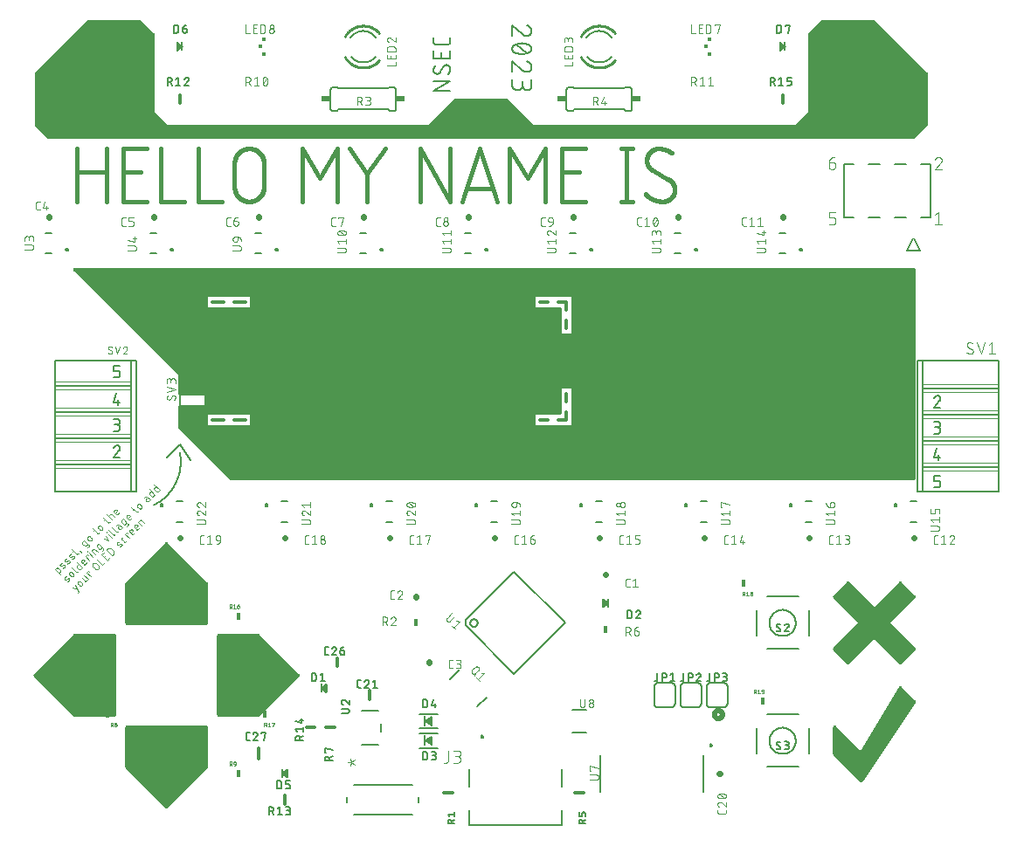
<source format=gbr>
G04 EAGLE Gerber RS-274X export*
G75*
%MOMM*%
%FSLAX34Y34*%
%LPD*%
%INSilkscreen Top*%
%IPPOS*%
%AMOC8*
5,1,8,0,0,1.08239X$1,22.5*%
G01*
%ADD10C,0.457200*%
%ADD11C,0.152400*%
%ADD12C,0.076200*%
%ADD13C,0.101600*%
%ADD14C,0.304800*%
%ADD15C,0.558800*%
%ADD16R,0.190500X0.889000*%
%ADD17C,0.203200*%
%ADD18R,0.200000X1.000000*%
%ADD19R,0.457200X0.762000*%
%ADD20C,0.177800*%
%ADD21C,0.050800*%
%ADD22C,0.127000*%
%ADD23C,0.200000*%
%ADD24C,0.508000*%
%ADD25R,0.863600X0.609600*%
%ADD26C,0.254000*%
%ADD27R,0.425000X0.325000*%
%ADD28R,0.350000X0.350000*%
%ADD29C,0.025400*%

G36*
X863626Y328680D02*
X863626Y328680D01*
X863652Y328678D01*
X863799Y328700D01*
X863946Y328717D01*
X863971Y328725D01*
X863997Y328729D01*
X864135Y328784D01*
X864274Y328834D01*
X864296Y328848D01*
X864321Y328858D01*
X864442Y328943D01*
X864567Y329023D01*
X864585Y329042D01*
X864607Y329057D01*
X864706Y329167D01*
X864809Y329274D01*
X864823Y329296D01*
X864840Y329316D01*
X864912Y329446D01*
X864988Y329573D01*
X864996Y329598D01*
X865009Y329621D01*
X865049Y329764D01*
X865094Y329905D01*
X865096Y329931D01*
X865104Y329956D01*
X865123Y330200D01*
X865123Y533400D01*
X865120Y533426D01*
X865122Y533452D01*
X865100Y533599D01*
X865083Y533746D01*
X865075Y533771D01*
X865071Y533797D01*
X865016Y533935D01*
X864966Y534074D01*
X864952Y534096D01*
X864942Y534121D01*
X864857Y534242D01*
X864777Y534367D01*
X864758Y534385D01*
X864743Y534407D01*
X864633Y534506D01*
X864526Y534609D01*
X864504Y534623D01*
X864484Y534640D01*
X864354Y534712D01*
X864227Y534788D01*
X864202Y534796D01*
X864179Y534809D01*
X864036Y534849D01*
X863895Y534894D01*
X863869Y534896D01*
X863844Y534904D01*
X863600Y534923D01*
X50800Y534923D01*
X50700Y534912D01*
X50600Y534910D01*
X50528Y534892D01*
X50454Y534883D01*
X50359Y534850D01*
X50262Y534825D01*
X50196Y534791D01*
X50126Y534766D01*
X50041Y534711D01*
X49952Y534665D01*
X49895Y534617D01*
X49833Y534577D01*
X49763Y534505D01*
X49687Y534440D01*
X49642Y534380D01*
X49591Y534326D01*
X49539Y534240D01*
X49479Y534159D01*
X49450Y534091D01*
X49412Y534027D01*
X49381Y533931D01*
X49341Y533839D01*
X49328Y533766D01*
X49306Y533695D01*
X49298Y533595D01*
X49280Y533496D01*
X49284Y533422D01*
X49278Y533348D01*
X49293Y533248D01*
X49298Y533148D01*
X49318Y533077D01*
X49329Y533003D01*
X49366Y532910D01*
X49394Y532813D01*
X49431Y532748D01*
X49458Y532679D01*
X49515Y532597D01*
X49564Y532509D01*
X49630Y532433D01*
X49657Y532393D01*
X49683Y532369D01*
X49723Y532323D01*
X150877Y431169D01*
X150877Y412750D01*
X150880Y412724D01*
X150878Y412698D01*
X150900Y412551D01*
X150917Y412404D01*
X150925Y412379D01*
X150929Y412353D01*
X150984Y412215D01*
X151034Y412076D01*
X151048Y412054D01*
X151058Y412029D01*
X151143Y411908D01*
X151223Y411783D01*
X151242Y411765D01*
X151257Y411743D01*
X151367Y411644D01*
X151474Y411541D01*
X151496Y411527D01*
X151516Y411510D01*
X151646Y411438D01*
X151773Y411362D01*
X151798Y411354D01*
X151821Y411341D01*
X151964Y411301D01*
X152105Y411256D01*
X152131Y411254D01*
X152156Y411246D01*
X152400Y411227D01*
X176277Y411227D01*
X176277Y401573D01*
X152400Y401573D01*
X152374Y401570D01*
X152348Y401572D01*
X152201Y401550D01*
X152054Y401533D01*
X152029Y401525D01*
X152003Y401521D01*
X151865Y401466D01*
X151726Y401416D01*
X151704Y401402D01*
X151679Y401392D01*
X151558Y401307D01*
X151433Y401227D01*
X151415Y401208D01*
X151393Y401193D01*
X151294Y401083D01*
X151191Y400976D01*
X151177Y400954D01*
X151160Y400934D01*
X151088Y400804D01*
X151012Y400677D01*
X151004Y400652D01*
X150991Y400629D01*
X150951Y400486D01*
X150906Y400345D01*
X150904Y400319D01*
X150896Y400294D01*
X150877Y400050D01*
X150877Y381000D01*
X150891Y380874D01*
X150898Y380748D01*
X150911Y380702D01*
X150917Y380654D01*
X150959Y380535D01*
X150994Y380413D01*
X151018Y380371D01*
X151034Y380326D01*
X151103Y380219D01*
X151164Y380109D01*
X151204Y380063D01*
X151223Y380033D01*
X151258Y379999D01*
X151323Y379923D01*
X202123Y329123D01*
X202222Y329044D01*
X202316Y328960D01*
X202358Y328936D01*
X202396Y328906D01*
X202510Y328852D01*
X202621Y328791D01*
X202667Y328778D01*
X202711Y328757D01*
X202834Y328731D01*
X202956Y328696D01*
X203017Y328692D01*
X203052Y328684D01*
X203100Y328685D01*
X203200Y328677D01*
X863600Y328677D01*
X863626Y328680D01*
G37*
G36*
X863690Y659654D02*
X863690Y659654D01*
X863781Y659661D01*
X863811Y659673D01*
X863843Y659679D01*
X863923Y659721D01*
X864007Y659757D01*
X864039Y659783D01*
X864060Y659794D01*
X864082Y659817D01*
X864138Y659862D01*
X876838Y672562D01*
X876891Y672636D01*
X876951Y672705D01*
X876963Y672735D01*
X876982Y672761D01*
X877009Y672848D01*
X877043Y672933D01*
X877047Y672974D01*
X877054Y672997D01*
X877053Y673029D01*
X877061Y673100D01*
X877061Y723900D01*
X877047Y723990D01*
X877039Y724081D01*
X877027Y724111D01*
X877022Y724143D01*
X876979Y724223D01*
X876943Y724307D01*
X876917Y724339D01*
X876906Y724360D01*
X876883Y724382D01*
X876838Y724438D01*
X826038Y775238D01*
X825964Y775291D01*
X825895Y775351D01*
X825865Y775363D01*
X825839Y775382D01*
X825752Y775409D01*
X825667Y775443D01*
X825626Y775447D01*
X825603Y775454D01*
X825571Y775453D01*
X825500Y775461D01*
X774700Y775461D01*
X774610Y775447D01*
X774519Y775439D01*
X774489Y775427D01*
X774457Y775422D01*
X774377Y775379D01*
X774293Y775343D01*
X774261Y775317D01*
X774240Y775306D01*
X774218Y775283D01*
X774162Y775238D01*
X761462Y762538D01*
X761409Y762464D01*
X761349Y762395D01*
X761337Y762365D01*
X761318Y762339D01*
X761291Y762252D01*
X761257Y762167D01*
X761253Y762126D01*
X761246Y762103D01*
X761247Y762071D01*
X761239Y762000D01*
X761239Y686115D01*
X748985Y673861D01*
X495615Y673861D01*
X470438Y699038D01*
X470364Y699091D01*
X470295Y699151D01*
X470265Y699163D01*
X470239Y699182D01*
X470152Y699209D01*
X470067Y699243D01*
X470026Y699247D01*
X470003Y699254D01*
X469971Y699253D01*
X469900Y699261D01*
X419100Y699261D01*
X419010Y699247D01*
X418919Y699239D01*
X418889Y699227D01*
X418857Y699222D01*
X418777Y699179D01*
X418693Y699143D01*
X418661Y699117D01*
X418640Y699106D01*
X418618Y699083D01*
X418562Y699038D01*
X393385Y673861D01*
X140015Y673861D01*
X127761Y686115D01*
X127761Y762000D01*
X127747Y762090D01*
X127739Y762181D01*
X127727Y762211D01*
X127722Y762243D01*
X127679Y762323D01*
X127643Y762407D01*
X127617Y762439D01*
X127606Y762460D01*
X127583Y762482D01*
X127538Y762538D01*
X114838Y775238D01*
X114764Y775291D01*
X114695Y775351D01*
X114665Y775363D01*
X114639Y775382D01*
X114552Y775409D01*
X114467Y775443D01*
X114426Y775447D01*
X114403Y775454D01*
X114371Y775453D01*
X114300Y775461D01*
X63500Y775461D01*
X63410Y775447D01*
X63319Y775439D01*
X63289Y775427D01*
X63257Y775422D01*
X63177Y775379D01*
X63093Y775343D01*
X63061Y775317D01*
X63040Y775306D01*
X63018Y775283D01*
X62962Y775238D01*
X12162Y724438D01*
X12109Y724364D01*
X12049Y724295D01*
X12037Y724265D01*
X12018Y724239D01*
X11991Y724152D01*
X11957Y724067D01*
X11953Y724026D01*
X11946Y724003D01*
X11947Y723971D01*
X11939Y723900D01*
X11939Y673100D01*
X11954Y673010D01*
X11961Y672919D01*
X11973Y672889D01*
X11979Y672857D01*
X12021Y672777D01*
X12057Y672693D01*
X12083Y672661D01*
X12094Y672640D01*
X12117Y672618D01*
X12162Y672562D01*
X24862Y659862D01*
X24936Y659809D01*
X25005Y659749D01*
X25035Y659737D01*
X25061Y659718D01*
X25148Y659691D01*
X25233Y659657D01*
X25274Y659653D01*
X25297Y659646D01*
X25329Y659647D01*
X25400Y659639D01*
X863600Y659639D01*
X863690Y659654D01*
G37*
G36*
X228627Y99571D02*
X228627Y99571D01*
X228653Y99569D01*
X228827Y99591D01*
X229001Y99609D01*
X229026Y99617D01*
X229053Y99620D01*
X229218Y99676D01*
X229386Y99727D01*
X229409Y99740D01*
X229434Y99748D01*
X229586Y99835D01*
X229740Y99919D01*
X229760Y99936D01*
X229783Y99949D01*
X230036Y100164D01*
X268136Y138264D01*
X268148Y138278D01*
X268161Y138289D01*
X268275Y138433D01*
X268391Y138575D01*
X268400Y138591D01*
X268411Y138605D01*
X268494Y138769D01*
X268580Y138931D01*
X268585Y138948D01*
X268593Y138964D01*
X268643Y139141D01*
X268695Y139317D01*
X268696Y139335D01*
X268701Y139352D01*
X268715Y139535D01*
X268731Y139718D01*
X268729Y139736D01*
X268731Y139753D01*
X268708Y139935D01*
X268688Y140118D01*
X268682Y140135D01*
X268680Y140153D01*
X268622Y140326D01*
X268566Y140502D01*
X268558Y140518D01*
X268552Y140534D01*
X268460Y140694D01*
X268371Y140854D01*
X268360Y140868D01*
X268351Y140883D01*
X268136Y141136D01*
X230036Y179236D01*
X230016Y179253D01*
X229998Y179274D01*
X229860Y179381D01*
X229725Y179491D01*
X229701Y179504D01*
X229680Y179520D01*
X229523Y179598D01*
X229369Y179680D01*
X229344Y179688D01*
X229320Y179700D01*
X229150Y179745D01*
X228983Y179795D01*
X228957Y179797D01*
X228931Y179804D01*
X228600Y179831D01*
X190500Y179831D01*
X190482Y179829D01*
X190464Y179831D01*
X190282Y179810D01*
X190099Y179791D01*
X190082Y179786D01*
X190065Y179784D01*
X189890Y179727D01*
X189714Y179673D01*
X189699Y179665D01*
X189682Y179659D01*
X189522Y179569D01*
X189360Y179481D01*
X189347Y179470D01*
X189331Y179461D01*
X189192Y179341D01*
X189051Y179224D01*
X189040Y179210D01*
X189027Y179198D01*
X188914Y179053D01*
X188799Y178910D01*
X188791Y178894D01*
X188780Y178880D01*
X188698Y178715D01*
X188613Y178553D01*
X188608Y178536D01*
X188600Y178520D01*
X188553Y178341D01*
X188502Y178166D01*
X188500Y178148D01*
X188496Y178131D01*
X188469Y177800D01*
X188469Y101600D01*
X188471Y101582D01*
X188469Y101564D01*
X188490Y101382D01*
X188509Y101199D01*
X188514Y101182D01*
X188516Y101165D01*
X188573Y100990D01*
X188627Y100814D01*
X188635Y100799D01*
X188641Y100782D01*
X188731Y100622D01*
X188819Y100460D01*
X188830Y100447D01*
X188839Y100431D01*
X188959Y100292D01*
X189076Y100151D01*
X189090Y100140D01*
X189102Y100127D01*
X189247Y100014D01*
X189390Y99899D01*
X189406Y99891D01*
X189420Y99880D01*
X189585Y99798D01*
X189747Y99713D01*
X189764Y99708D01*
X189781Y99700D01*
X189959Y99653D01*
X190134Y99602D01*
X190152Y99600D01*
X190169Y99596D01*
X190500Y99569D01*
X228600Y99569D01*
X228627Y99571D01*
G37*
G36*
X177818Y188471D02*
X177818Y188471D01*
X177836Y188469D01*
X178018Y188490D01*
X178201Y188509D01*
X178218Y188514D01*
X178235Y188516D01*
X178410Y188573D01*
X178586Y188627D01*
X178601Y188635D01*
X178618Y188641D01*
X178778Y188731D01*
X178940Y188819D01*
X178953Y188830D01*
X178969Y188839D01*
X179108Y188959D01*
X179249Y189076D01*
X179260Y189090D01*
X179274Y189102D01*
X179386Y189247D01*
X179501Y189390D01*
X179509Y189406D01*
X179520Y189420D01*
X179602Y189585D01*
X179687Y189747D01*
X179692Y189764D01*
X179700Y189781D01*
X179747Y189959D01*
X179798Y190134D01*
X179800Y190152D01*
X179804Y190169D01*
X179831Y190500D01*
X179831Y228600D01*
X179829Y228627D01*
X179831Y228653D01*
X179809Y228827D01*
X179791Y229001D01*
X179784Y229026D01*
X179780Y229053D01*
X179725Y229218D01*
X179673Y229386D01*
X179660Y229409D01*
X179652Y229434D01*
X179565Y229586D01*
X179481Y229740D01*
X179464Y229760D01*
X179451Y229783D01*
X179236Y230036D01*
X141136Y268136D01*
X141123Y268148D01*
X141111Y268161D01*
X140967Y268275D01*
X140825Y268391D01*
X140809Y268400D01*
X140795Y268411D01*
X140631Y268494D01*
X140469Y268580D01*
X140452Y268585D01*
X140436Y268593D01*
X140259Y268643D01*
X140083Y268695D01*
X140065Y268696D01*
X140048Y268701D01*
X139865Y268715D01*
X139682Y268731D01*
X139664Y268729D01*
X139647Y268731D01*
X139465Y268708D01*
X139282Y268688D01*
X139265Y268682D01*
X139247Y268680D01*
X139074Y268622D01*
X138898Y268566D01*
X138882Y268558D01*
X138866Y268552D01*
X138706Y268460D01*
X138546Y268371D01*
X138532Y268360D01*
X138517Y268351D01*
X138264Y268136D01*
X100164Y230036D01*
X100147Y230016D01*
X100127Y229998D01*
X100019Y229860D01*
X99909Y229725D01*
X99896Y229701D01*
X99880Y229680D01*
X99802Y229523D01*
X99720Y229369D01*
X99712Y229344D01*
X99700Y229320D01*
X99655Y229150D01*
X99605Y228983D01*
X99603Y228957D01*
X99596Y228931D01*
X99569Y228600D01*
X99569Y190500D01*
X99571Y190482D01*
X99569Y190464D01*
X99590Y190282D01*
X99609Y190099D01*
X99614Y190082D01*
X99616Y190065D01*
X99673Y189890D01*
X99727Y189714D01*
X99735Y189699D01*
X99741Y189682D01*
X99831Y189522D01*
X99919Y189360D01*
X99930Y189347D01*
X99939Y189331D01*
X100059Y189192D01*
X100176Y189051D01*
X100190Y189040D01*
X100202Y189027D01*
X100347Y188914D01*
X100490Y188799D01*
X100506Y188791D01*
X100520Y188780D01*
X100685Y188698D01*
X100847Y188613D01*
X100864Y188608D01*
X100881Y188600D01*
X101059Y188553D01*
X101234Y188502D01*
X101252Y188500D01*
X101269Y188496D01*
X101600Y188469D01*
X177800Y188469D01*
X177818Y188471D01*
G37*
G36*
X88918Y99571D02*
X88918Y99571D01*
X88936Y99569D01*
X89118Y99590D01*
X89301Y99609D01*
X89318Y99614D01*
X89335Y99616D01*
X89510Y99673D01*
X89686Y99727D01*
X89701Y99735D01*
X89718Y99741D01*
X89878Y99831D01*
X90040Y99919D01*
X90053Y99930D01*
X90069Y99939D01*
X90208Y100059D01*
X90349Y100176D01*
X90360Y100190D01*
X90374Y100202D01*
X90486Y100347D01*
X90601Y100490D01*
X90609Y100506D01*
X90620Y100520D01*
X90702Y100685D01*
X90787Y100847D01*
X90792Y100864D01*
X90800Y100881D01*
X90847Y101059D01*
X90898Y101234D01*
X90900Y101252D01*
X90904Y101269D01*
X90931Y101600D01*
X90931Y177800D01*
X90929Y177818D01*
X90931Y177836D01*
X90910Y178018D01*
X90891Y178201D01*
X90886Y178218D01*
X90884Y178235D01*
X90827Y178410D01*
X90773Y178586D01*
X90765Y178601D01*
X90759Y178618D01*
X90669Y178778D01*
X90581Y178940D01*
X90570Y178953D01*
X90561Y178969D01*
X90441Y179108D01*
X90324Y179249D01*
X90310Y179260D01*
X90298Y179274D01*
X90153Y179386D01*
X90010Y179501D01*
X89994Y179509D01*
X89980Y179520D01*
X89815Y179602D01*
X89653Y179687D01*
X89636Y179692D01*
X89620Y179700D01*
X89441Y179747D01*
X89266Y179798D01*
X89248Y179800D01*
X89231Y179804D01*
X88900Y179831D01*
X50800Y179831D01*
X50773Y179829D01*
X50747Y179831D01*
X50573Y179809D01*
X50399Y179791D01*
X50374Y179784D01*
X50347Y179780D01*
X50182Y179725D01*
X50014Y179673D01*
X49991Y179660D01*
X49966Y179652D01*
X49814Y179565D01*
X49660Y179481D01*
X49640Y179464D01*
X49617Y179451D01*
X49364Y179236D01*
X11264Y141136D01*
X11252Y141123D01*
X11239Y141111D01*
X11125Y140967D01*
X11009Y140825D01*
X11000Y140809D01*
X10989Y140795D01*
X10906Y140631D01*
X10820Y140469D01*
X10815Y140452D01*
X10807Y140436D01*
X10757Y140259D01*
X10705Y140083D01*
X10704Y140065D01*
X10699Y140048D01*
X10685Y139865D01*
X10669Y139682D01*
X10671Y139664D01*
X10669Y139647D01*
X10692Y139465D01*
X10712Y139282D01*
X10718Y139265D01*
X10720Y139247D01*
X10778Y139074D01*
X10834Y138898D01*
X10842Y138882D01*
X10848Y138866D01*
X10940Y138706D01*
X11029Y138546D01*
X11040Y138532D01*
X11049Y138517D01*
X11264Y138264D01*
X49364Y100164D01*
X49384Y100147D01*
X49402Y100127D01*
X49540Y100019D01*
X49675Y99909D01*
X49699Y99896D01*
X49720Y99880D01*
X49877Y99802D01*
X50031Y99720D01*
X50056Y99712D01*
X50081Y99700D01*
X50250Y99655D01*
X50417Y99605D01*
X50443Y99603D01*
X50469Y99596D01*
X50800Y99569D01*
X88900Y99569D01*
X88918Y99571D01*
G37*
G36*
X139736Y10671D02*
X139736Y10671D01*
X139753Y10669D01*
X139935Y10692D01*
X140118Y10712D01*
X140135Y10718D01*
X140153Y10720D01*
X140326Y10778D01*
X140502Y10834D01*
X140518Y10842D01*
X140534Y10848D01*
X140694Y10940D01*
X140854Y11029D01*
X140868Y11040D01*
X140883Y11049D01*
X141136Y11264D01*
X179236Y49364D01*
X179253Y49384D01*
X179274Y49402D01*
X179381Y49540D01*
X179491Y49675D01*
X179504Y49699D01*
X179520Y49720D01*
X179598Y49877D01*
X179680Y50031D01*
X179688Y50056D01*
X179700Y50081D01*
X179745Y50250D01*
X179795Y50417D01*
X179797Y50443D01*
X179804Y50469D01*
X179831Y50800D01*
X179831Y88900D01*
X179829Y88918D01*
X179831Y88936D01*
X179810Y89118D01*
X179791Y89301D01*
X179786Y89318D01*
X179784Y89335D01*
X179727Y89510D01*
X179673Y89686D01*
X179665Y89701D01*
X179659Y89718D01*
X179569Y89878D01*
X179481Y90040D01*
X179470Y90053D01*
X179461Y90069D01*
X179341Y90208D01*
X179224Y90349D01*
X179210Y90360D01*
X179198Y90374D01*
X179053Y90486D01*
X178910Y90601D01*
X178894Y90609D01*
X178880Y90620D01*
X178715Y90702D01*
X178553Y90787D01*
X178536Y90792D01*
X178520Y90800D01*
X178341Y90847D01*
X178166Y90898D01*
X178148Y90900D01*
X178131Y90904D01*
X177800Y90931D01*
X101600Y90931D01*
X101582Y90929D01*
X101564Y90931D01*
X101382Y90910D01*
X101199Y90891D01*
X101182Y90886D01*
X101165Y90884D01*
X100990Y90827D01*
X100814Y90773D01*
X100799Y90765D01*
X100782Y90759D01*
X100622Y90669D01*
X100460Y90581D01*
X100447Y90570D01*
X100431Y90561D01*
X100292Y90441D01*
X100151Y90324D01*
X100140Y90310D01*
X100127Y90298D01*
X100014Y90153D01*
X99899Y90010D01*
X99891Y89994D01*
X99880Y89980D01*
X99798Y89815D01*
X99713Y89653D01*
X99708Y89636D01*
X99700Y89620D01*
X99653Y89441D01*
X99602Y89266D01*
X99600Y89248D01*
X99596Y89231D01*
X99569Y88900D01*
X99569Y50800D01*
X99571Y50773D01*
X99569Y50747D01*
X99591Y50573D01*
X99609Y50399D01*
X99617Y50374D01*
X99620Y50347D01*
X99676Y50182D01*
X99727Y50014D01*
X99740Y49991D01*
X99748Y49966D01*
X99835Y49814D01*
X99919Y49660D01*
X99936Y49640D01*
X99949Y49617D01*
X100164Y49364D01*
X138264Y11264D01*
X138278Y11252D01*
X138289Y11239D01*
X138433Y11125D01*
X138575Y11009D01*
X138591Y11000D01*
X138605Y10989D01*
X138769Y10906D01*
X138931Y10820D01*
X138948Y10815D01*
X138964Y10807D01*
X139141Y10757D01*
X139317Y10705D01*
X139335Y10704D01*
X139352Y10699D01*
X139535Y10685D01*
X139718Y10669D01*
X139736Y10671D01*
G37*
G36*
X850936Y150371D02*
X850936Y150371D01*
X850953Y150369D01*
X851135Y150392D01*
X851318Y150412D01*
X851335Y150418D01*
X851353Y150420D01*
X851526Y150478D01*
X851702Y150534D01*
X851718Y150542D01*
X851734Y150548D01*
X851894Y150640D01*
X852054Y150729D01*
X852068Y150740D01*
X852083Y150749D01*
X852336Y150964D01*
X865036Y163664D01*
X865048Y163678D01*
X865061Y163689D01*
X865175Y163833D01*
X865291Y163975D01*
X865300Y163991D01*
X865311Y164005D01*
X865394Y164169D01*
X865480Y164331D01*
X865485Y164348D01*
X865493Y164364D01*
X865543Y164541D01*
X865595Y164717D01*
X865596Y164735D01*
X865601Y164752D01*
X865615Y164935D01*
X865631Y165118D01*
X865629Y165136D01*
X865631Y165153D01*
X865608Y165335D01*
X865588Y165518D01*
X865582Y165535D01*
X865580Y165553D01*
X865522Y165726D01*
X865466Y165902D01*
X865458Y165918D01*
X865452Y165934D01*
X865360Y166094D01*
X865271Y166254D01*
X865260Y166268D01*
X865251Y166283D01*
X865036Y166536D01*
X841073Y190500D01*
X865036Y214464D01*
X865048Y214478D01*
X865061Y214489D01*
X865175Y214633D01*
X865291Y214775D01*
X865300Y214791D01*
X865311Y214805D01*
X865394Y214969D01*
X865480Y215131D01*
X865485Y215148D01*
X865493Y215164D01*
X865543Y215341D01*
X865595Y215517D01*
X865596Y215535D01*
X865601Y215552D01*
X865615Y215735D01*
X865631Y215918D01*
X865629Y215936D01*
X865631Y215953D01*
X865608Y216135D01*
X865588Y216318D01*
X865582Y216335D01*
X865580Y216353D01*
X865522Y216526D01*
X865466Y216702D01*
X865458Y216718D01*
X865452Y216734D01*
X865360Y216894D01*
X865271Y217054D01*
X865260Y217068D01*
X865251Y217083D01*
X865036Y217336D01*
X852336Y230036D01*
X852323Y230048D01*
X852311Y230061D01*
X852167Y230175D01*
X852025Y230291D01*
X852009Y230300D01*
X851995Y230311D01*
X851831Y230394D01*
X851669Y230480D01*
X851652Y230485D01*
X851636Y230493D01*
X851459Y230543D01*
X851283Y230595D01*
X851265Y230596D01*
X851248Y230601D01*
X851065Y230615D01*
X850882Y230631D01*
X850864Y230629D01*
X850847Y230631D01*
X850665Y230608D01*
X850482Y230588D01*
X850465Y230582D01*
X850447Y230580D01*
X850274Y230522D01*
X850098Y230466D01*
X850082Y230458D01*
X850066Y230452D01*
X849906Y230360D01*
X849746Y230271D01*
X849732Y230260D01*
X849717Y230251D01*
X849464Y230036D01*
X825500Y206073D01*
X801536Y230036D01*
X801523Y230048D01*
X801511Y230061D01*
X801367Y230175D01*
X801225Y230291D01*
X801209Y230300D01*
X801195Y230311D01*
X801031Y230394D01*
X800869Y230480D01*
X800852Y230485D01*
X800836Y230493D01*
X800659Y230543D01*
X800483Y230595D01*
X800465Y230596D01*
X800448Y230601D01*
X800265Y230615D01*
X800082Y230631D01*
X800064Y230629D01*
X800047Y230631D01*
X799865Y230608D01*
X799682Y230588D01*
X799665Y230582D01*
X799647Y230580D01*
X799474Y230522D01*
X799298Y230466D01*
X799282Y230458D01*
X799266Y230452D01*
X799106Y230360D01*
X798946Y230271D01*
X798932Y230260D01*
X798917Y230251D01*
X798664Y230036D01*
X785964Y217336D01*
X785952Y217323D01*
X785939Y217311D01*
X785825Y217167D01*
X785709Y217025D01*
X785700Y217009D01*
X785689Y216995D01*
X785606Y216831D01*
X785520Y216669D01*
X785515Y216652D01*
X785507Y216636D01*
X785457Y216459D01*
X785405Y216283D01*
X785404Y216265D01*
X785399Y216248D01*
X785385Y216065D01*
X785369Y215882D01*
X785371Y215864D01*
X785369Y215847D01*
X785392Y215665D01*
X785412Y215482D01*
X785418Y215465D01*
X785420Y215447D01*
X785478Y215274D01*
X785534Y215098D01*
X785542Y215082D01*
X785548Y215066D01*
X785640Y214906D01*
X785729Y214746D01*
X785740Y214732D01*
X785749Y214717D01*
X785964Y214464D01*
X809927Y190500D01*
X785964Y166536D01*
X785952Y166523D01*
X785939Y166511D01*
X785825Y166367D01*
X785709Y166225D01*
X785700Y166209D01*
X785689Y166195D01*
X785606Y166031D01*
X785520Y165869D01*
X785515Y165852D01*
X785507Y165836D01*
X785457Y165659D01*
X785405Y165483D01*
X785404Y165465D01*
X785399Y165448D01*
X785385Y165265D01*
X785369Y165082D01*
X785371Y165064D01*
X785369Y165047D01*
X785392Y164865D01*
X785412Y164682D01*
X785418Y164665D01*
X785420Y164647D01*
X785478Y164474D01*
X785534Y164298D01*
X785542Y164282D01*
X785548Y164266D01*
X785640Y164106D01*
X785729Y163946D01*
X785740Y163932D01*
X785749Y163917D01*
X785964Y163664D01*
X798664Y150964D01*
X798678Y150952D01*
X798689Y150939D01*
X798833Y150825D01*
X798975Y150709D01*
X798991Y150700D01*
X799005Y150689D01*
X799169Y150606D01*
X799331Y150520D01*
X799348Y150515D01*
X799364Y150507D01*
X799541Y150457D01*
X799717Y150405D01*
X799735Y150404D01*
X799752Y150399D01*
X799935Y150385D01*
X800118Y150369D01*
X800136Y150371D01*
X800153Y150369D01*
X800335Y150392D01*
X800518Y150412D01*
X800535Y150418D01*
X800553Y150420D01*
X800726Y150478D01*
X800902Y150534D01*
X800918Y150542D01*
X800934Y150548D01*
X801094Y150640D01*
X801254Y150729D01*
X801268Y150740D01*
X801283Y150749D01*
X801536Y150964D01*
X825500Y174927D01*
X849464Y150964D01*
X849478Y150952D01*
X849489Y150939D01*
X849633Y150825D01*
X849775Y150709D01*
X849791Y150700D01*
X849805Y150689D01*
X849969Y150606D01*
X850131Y150520D01*
X850148Y150515D01*
X850164Y150507D01*
X850341Y150457D01*
X850517Y150405D01*
X850535Y150404D01*
X850552Y150399D01*
X850735Y150385D01*
X850918Y150369D01*
X850936Y150371D01*
G37*
G36*
X812834Y36071D02*
X812834Y36071D01*
X812851Y36069D01*
X813034Y36092D01*
X813218Y36112D01*
X813234Y36117D01*
X813251Y36119D01*
X813425Y36178D01*
X813602Y36234D01*
X813617Y36242D01*
X813632Y36247D01*
X813793Y36339D01*
X813954Y36429D01*
X813967Y36439D01*
X813981Y36448D01*
X814121Y36570D01*
X814261Y36689D01*
X814272Y36702D01*
X814284Y36713D01*
X814490Y36973D01*
X865290Y113173D01*
X865299Y113190D01*
X865311Y113205D01*
X865394Y113368D01*
X865479Y113529D01*
X865485Y113547D01*
X865493Y113564D01*
X865542Y113740D01*
X865594Y113915D01*
X865596Y113933D01*
X865601Y113952D01*
X865615Y114134D01*
X865631Y114315D01*
X865629Y114334D01*
X865631Y114353D01*
X865608Y114535D01*
X865588Y114716D01*
X865583Y114734D01*
X865580Y114753D01*
X865522Y114925D01*
X865467Y115100D01*
X865458Y115116D01*
X865452Y115134D01*
X865361Y115293D01*
X865273Y115452D01*
X865261Y115467D01*
X865251Y115483D01*
X865036Y115736D01*
X852336Y128436D01*
X852286Y128478D01*
X852242Y128525D01*
X852130Y128605D01*
X852025Y128691D01*
X851967Y128722D01*
X851914Y128760D01*
X851790Y128816D01*
X851669Y128880D01*
X851607Y128899D01*
X851547Y128925D01*
X851414Y128956D01*
X851283Y128995D01*
X851218Y129001D01*
X851155Y129015D01*
X851019Y129019D01*
X850882Y129031D01*
X850817Y129024D01*
X850752Y129026D01*
X850618Y129003D01*
X850482Y128988D01*
X850420Y128968D01*
X850356Y128957D01*
X850228Y128908D01*
X850098Y128866D01*
X850041Y128835D01*
X849981Y128811D01*
X849865Y128737D01*
X849746Y128671D01*
X849696Y128629D01*
X849641Y128594D01*
X849543Y128499D01*
X849439Y128411D01*
X849398Y128360D01*
X849352Y128315D01*
X849242Y128162D01*
X849189Y128095D01*
X849177Y128072D01*
X849158Y128045D01*
X812397Y66776D01*
X788836Y90336D01*
X788829Y90342D01*
X788824Y90349D01*
X788818Y90353D01*
X788817Y90355D01*
X788801Y90367D01*
X788674Y90469D01*
X788525Y90591D01*
X788517Y90596D01*
X788510Y90601D01*
X788339Y90690D01*
X788169Y90780D01*
X788161Y90783D01*
X788153Y90787D01*
X787967Y90840D01*
X787783Y90895D01*
X787774Y90896D01*
X787766Y90898D01*
X787574Y90914D01*
X787382Y90931D01*
X787373Y90930D01*
X787364Y90931D01*
X787175Y90909D01*
X786982Y90888D01*
X786973Y90885D01*
X786965Y90884D01*
X786783Y90825D01*
X786598Y90766D01*
X786590Y90762D01*
X786582Y90759D01*
X786413Y90664D01*
X786246Y90571D01*
X786239Y90566D01*
X786231Y90561D01*
X786085Y90435D01*
X785939Y90311D01*
X785933Y90304D01*
X785927Y90298D01*
X785809Y90147D01*
X785689Y89995D01*
X785685Y89987D01*
X785680Y89980D01*
X785594Y89808D01*
X785507Y89636D01*
X785504Y89628D01*
X785500Y89620D01*
X785450Y89433D01*
X785399Y89248D01*
X785398Y89239D01*
X785396Y89231D01*
X785369Y88900D01*
X785369Y63500D01*
X785371Y63473D01*
X785369Y63447D01*
X785391Y63273D01*
X785409Y63099D01*
X785417Y63074D01*
X785420Y63047D01*
X785476Y62882D01*
X785527Y62714D01*
X785540Y62691D01*
X785548Y62666D01*
X785635Y62514D01*
X785719Y62360D01*
X785736Y62340D01*
X785749Y62317D01*
X785964Y62064D01*
X811364Y36664D01*
X811377Y36653D01*
X811387Y36640D01*
X811533Y36525D01*
X811675Y36409D01*
X811690Y36401D01*
X811703Y36390D01*
X811869Y36306D01*
X812031Y36220D01*
X812047Y36215D01*
X812062Y36208D01*
X812240Y36158D01*
X812417Y36105D01*
X812433Y36104D01*
X812450Y36099D01*
X812634Y36086D01*
X812818Y36069D01*
X812834Y36071D01*
G37*
%LPC*%
G36*
X522223Y471423D02*
X522223Y471423D01*
X522223Y495300D01*
X522220Y495326D01*
X522222Y495352D01*
X522200Y495499D01*
X522183Y495646D01*
X522175Y495671D01*
X522171Y495697D01*
X522116Y495835D01*
X522066Y495974D01*
X522052Y495996D01*
X522042Y496021D01*
X521957Y496142D01*
X521877Y496267D01*
X521858Y496285D01*
X521843Y496307D01*
X521733Y496406D01*
X521626Y496509D01*
X521604Y496523D01*
X521584Y496540D01*
X521454Y496612D01*
X521327Y496688D01*
X521302Y496696D01*
X521279Y496709D01*
X521136Y496749D01*
X520995Y496794D01*
X520969Y496796D01*
X520944Y496804D01*
X520700Y496823D01*
X496823Y496823D01*
X496823Y506477D01*
X531877Y506477D01*
X531877Y471423D01*
X522223Y471423D01*
G37*
%LPD*%
%LPC*%
G36*
X531877Y382523D02*
X531877Y382523D01*
X496823Y382523D01*
X496823Y392177D01*
X520700Y392177D01*
X520726Y392180D01*
X520752Y392178D01*
X520899Y392200D01*
X521046Y392217D01*
X521071Y392225D01*
X521097Y392229D01*
X521235Y392284D01*
X521374Y392334D01*
X521396Y392348D01*
X521421Y392358D01*
X521542Y392443D01*
X521667Y392523D01*
X521685Y392542D01*
X521707Y392557D01*
X521806Y392667D01*
X521909Y392774D01*
X521923Y392796D01*
X521940Y392816D01*
X522012Y392946D01*
X522088Y393073D01*
X522096Y393098D01*
X522109Y393121D01*
X522149Y393264D01*
X522194Y393405D01*
X522196Y393431D01*
X522204Y393456D01*
X522223Y393700D01*
X522223Y417577D01*
X531877Y417577D01*
X531877Y382523D01*
G37*
%LPD*%
%LPC*%
G36*
X220727Y506477D02*
X220727Y506477D01*
X220727Y496823D01*
X179323Y496823D01*
X179323Y506477D01*
X220727Y506477D01*
G37*
%LPD*%
%LPC*%
G36*
X179323Y382523D02*
X179323Y382523D01*
X179323Y392177D01*
X220727Y392177D01*
X220727Y382523D01*
X179323Y382523D01*
G37*
%LPD*%
G36*
X734117Y744734D02*
X734117Y744734D01*
X734135Y744732D01*
X734237Y744760D01*
X734340Y744782D01*
X734355Y744791D01*
X734372Y744796D01*
X734517Y744881D01*
X739597Y748691D01*
X739600Y748694D01*
X739604Y748696D01*
X739685Y748783D01*
X739767Y748868D01*
X739769Y748872D01*
X739772Y748875D01*
X739822Y748984D01*
X739872Y749091D01*
X739872Y749095D01*
X739874Y749099D01*
X739887Y749217D01*
X739900Y749335D01*
X739900Y749339D01*
X739900Y749344D01*
X739874Y749460D01*
X739850Y749576D01*
X739847Y749580D01*
X739846Y749584D01*
X739785Y749686D01*
X739725Y749788D01*
X739721Y749791D01*
X739719Y749794D01*
X739597Y749909D01*
X734517Y753719D01*
X734501Y753727D01*
X734488Y753740D01*
X734473Y753747D01*
X734465Y753753D01*
X734415Y753773D01*
X734392Y753784D01*
X734299Y753833D01*
X734281Y753836D01*
X734265Y753843D01*
X734160Y753855D01*
X734056Y753871D01*
X734038Y753868D01*
X734021Y753870D01*
X733918Y753848D01*
X733813Y753830D01*
X733798Y753822D01*
X733780Y753818D01*
X733690Y753764D01*
X733597Y753714D01*
X733584Y753701D01*
X733569Y753692D01*
X733500Y753612D01*
X733428Y753535D01*
X733421Y753518D01*
X733409Y753505D01*
X733370Y753407D01*
X733326Y753311D01*
X733324Y753293D01*
X733317Y753277D01*
X733299Y753110D01*
X733299Y745490D01*
X733302Y745472D01*
X733300Y745455D01*
X733321Y745351D01*
X733339Y745247D01*
X733347Y745232D01*
X733351Y745214D01*
X733404Y745123D01*
X733454Y745030D01*
X733466Y745018D01*
X733476Y745002D01*
X733555Y744933D01*
X733632Y744861D01*
X733648Y744853D01*
X733662Y744841D01*
X733759Y744801D01*
X733855Y744757D01*
X733873Y744755D01*
X733889Y744748D01*
X733995Y744741D01*
X734099Y744730D01*
X734117Y744734D01*
G37*
G36*
X149917Y744734D02*
X149917Y744734D01*
X149935Y744732D01*
X150037Y744760D01*
X150140Y744782D01*
X150155Y744791D01*
X150172Y744796D01*
X150317Y744881D01*
X155397Y748691D01*
X155400Y748694D01*
X155404Y748696D01*
X155485Y748783D01*
X155567Y748868D01*
X155569Y748872D01*
X155572Y748875D01*
X155622Y748984D01*
X155672Y749091D01*
X155672Y749095D01*
X155674Y749099D01*
X155687Y749217D01*
X155700Y749335D01*
X155700Y749339D01*
X155700Y749344D01*
X155674Y749460D01*
X155650Y749576D01*
X155647Y749580D01*
X155646Y749584D01*
X155585Y749686D01*
X155525Y749788D01*
X155521Y749791D01*
X155519Y749794D01*
X155397Y749909D01*
X150317Y753719D01*
X150301Y753727D01*
X150288Y753740D01*
X150273Y753747D01*
X150265Y753753D01*
X150215Y753773D01*
X150192Y753784D01*
X150099Y753833D01*
X150081Y753836D01*
X150065Y753843D01*
X149960Y753855D01*
X149856Y753871D01*
X149838Y753868D01*
X149821Y753870D01*
X149718Y753848D01*
X149613Y753830D01*
X149598Y753822D01*
X149580Y753818D01*
X149490Y753764D01*
X149397Y753714D01*
X149384Y753701D01*
X149369Y753692D01*
X149300Y753612D01*
X149228Y753535D01*
X149221Y753518D01*
X149209Y753505D01*
X149170Y753407D01*
X149126Y753311D01*
X149124Y753293D01*
X149117Y753277D01*
X149099Y753110D01*
X149099Y745490D01*
X149102Y745472D01*
X149100Y745455D01*
X149121Y745351D01*
X149139Y745247D01*
X149147Y745232D01*
X149151Y745214D01*
X149204Y745123D01*
X149254Y745030D01*
X149266Y745018D01*
X149276Y745002D01*
X149355Y744933D01*
X149432Y744861D01*
X149448Y744853D01*
X149462Y744841D01*
X149559Y744801D01*
X149655Y744757D01*
X149673Y744755D01*
X149689Y744748D01*
X149795Y744741D01*
X149899Y744730D01*
X149917Y744734D01*
G37*
G36*
X562667Y204984D02*
X562667Y204984D01*
X562685Y204982D01*
X562787Y205010D01*
X562890Y205032D01*
X562905Y205041D01*
X562922Y205046D01*
X563067Y205131D01*
X568147Y208941D01*
X568150Y208944D01*
X568154Y208946D01*
X568235Y209033D01*
X568317Y209118D01*
X568319Y209122D01*
X568322Y209125D01*
X568372Y209234D01*
X568422Y209341D01*
X568422Y209345D01*
X568424Y209349D01*
X568437Y209467D01*
X568450Y209585D01*
X568450Y209589D01*
X568450Y209594D01*
X568424Y209710D01*
X568400Y209826D01*
X568397Y209830D01*
X568396Y209834D01*
X568335Y209936D01*
X568275Y210038D01*
X568271Y210041D01*
X568269Y210044D01*
X568147Y210159D01*
X563067Y213969D01*
X563051Y213977D01*
X563038Y213990D01*
X563023Y213997D01*
X563015Y214003D01*
X562965Y214023D01*
X562942Y214034D01*
X562849Y214083D01*
X562831Y214086D01*
X562815Y214093D01*
X562710Y214105D01*
X562606Y214121D01*
X562588Y214118D01*
X562571Y214120D01*
X562468Y214098D01*
X562363Y214080D01*
X562348Y214072D01*
X562330Y214068D01*
X562240Y214014D01*
X562147Y213964D01*
X562134Y213951D01*
X562119Y213942D01*
X562050Y213862D01*
X561978Y213785D01*
X561971Y213768D01*
X561959Y213755D01*
X561920Y213657D01*
X561876Y213561D01*
X561874Y213543D01*
X561867Y213527D01*
X561849Y213360D01*
X561849Y205740D01*
X561852Y205722D01*
X561850Y205705D01*
X561871Y205601D01*
X561889Y205497D01*
X561897Y205482D01*
X561901Y205464D01*
X561954Y205373D01*
X562004Y205280D01*
X562016Y205268D01*
X562026Y205252D01*
X562105Y205183D01*
X562182Y205111D01*
X562198Y205103D01*
X562212Y205091D01*
X562309Y205051D01*
X562405Y205007D01*
X562423Y205005D01*
X562439Y204998D01*
X562545Y204991D01*
X562649Y204980D01*
X562667Y204984D01*
G37*
G36*
X294662Y122432D02*
X294662Y122432D01*
X294679Y122430D01*
X294782Y122452D01*
X294887Y122470D01*
X294902Y122478D01*
X294920Y122482D01*
X295010Y122536D01*
X295104Y122586D01*
X295116Y122599D01*
X295131Y122608D01*
X295200Y122688D01*
X295272Y122765D01*
X295279Y122782D01*
X295291Y122795D01*
X295330Y122893D01*
X295374Y122989D01*
X295376Y123007D01*
X295383Y123023D01*
X295401Y123190D01*
X295401Y130810D01*
X295399Y130827D01*
X295400Y130842D01*
X295400Y130845D01*
X295379Y130949D01*
X295362Y131053D01*
X295353Y131068D01*
X295350Y131086D01*
X295296Y131177D01*
X295246Y131270D01*
X295234Y131282D01*
X295225Y131298D01*
X295145Y131367D01*
X295068Y131440D01*
X295052Y131447D01*
X295038Y131459D01*
X294941Y131499D01*
X294845Y131543D01*
X294827Y131545D01*
X294811Y131552D01*
X294705Y131559D01*
X294601Y131570D01*
X294583Y131566D01*
X294565Y131568D01*
X294463Y131540D01*
X294390Y131524D01*
X294387Y131524D01*
X294360Y131518D01*
X294345Y131509D01*
X294328Y131504D01*
X294183Y131419D01*
X289103Y127609D01*
X289100Y127606D01*
X289097Y127604D01*
X289015Y127517D01*
X288933Y127432D01*
X288931Y127428D01*
X288928Y127425D01*
X288878Y127316D01*
X288828Y127209D01*
X288828Y127205D01*
X288826Y127201D01*
X288813Y127083D01*
X288800Y126965D01*
X288800Y126961D01*
X288800Y126956D01*
X288826Y126840D01*
X288851Y126724D01*
X288853Y126720D01*
X288854Y126716D01*
X288915Y126614D01*
X288976Y126512D01*
X288979Y126509D01*
X288981Y126506D01*
X289103Y126391D01*
X294183Y122581D01*
X294199Y122573D01*
X294212Y122561D01*
X294308Y122516D01*
X294401Y122467D01*
X294419Y122464D01*
X294435Y122457D01*
X294540Y122445D01*
X294644Y122429D01*
X294662Y122432D01*
G37*
G36*
X256562Y39882D02*
X256562Y39882D01*
X256579Y39880D01*
X256682Y39902D01*
X256787Y39920D01*
X256802Y39928D01*
X256820Y39932D01*
X256910Y39986D01*
X257004Y40036D01*
X257016Y40049D01*
X257031Y40058D01*
X257100Y40138D01*
X257172Y40215D01*
X257179Y40232D01*
X257191Y40245D01*
X257230Y40343D01*
X257274Y40439D01*
X257276Y40457D01*
X257283Y40473D01*
X257301Y40640D01*
X257301Y48260D01*
X257299Y48277D01*
X257300Y48292D01*
X257300Y48295D01*
X257279Y48399D01*
X257262Y48503D01*
X257253Y48518D01*
X257250Y48536D01*
X257196Y48627D01*
X257146Y48720D01*
X257134Y48732D01*
X257125Y48748D01*
X257045Y48817D01*
X256968Y48890D01*
X256952Y48897D01*
X256938Y48909D01*
X256841Y48949D01*
X256745Y48993D01*
X256727Y48995D01*
X256711Y49002D01*
X256605Y49009D01*
X256501Y49020D01*
X256483Y49016D01*
X256465Y49018D01*
X256363Y48990D01*
X256290Y48974D01*
X256287Y48974D01*
X256260Y48968D01*
X256245Y48959D01*
X256228Y48954D01*
X256083Y48869D01*
X251003Y45059D01*
X251000Y45056D01*
X250997Y45054D01*
X250915Y44967D01*
X250833Y44882D01*
X250831Y44878D01*
X250828Y44875D01*
X250778Y44766D01*
X250728Y44659D01*
X250728Y44655D01*
X250726Y44651D01*
X250713Y44533D01*
X250700Y44415D01*
X250700Y44411D01*
X250700Y44406D01*
X250726Y44290D01*
X250751Y44174D01*
X250753Y44170D01*
X250754Y44166D01*
X250815Y44064D01*
X250876Y43962D01*
X250879Y43959D01*
X250881Y43956D01*
X251003Y43841D01*
X256083Y40031D01*
X256099Y40023D01*
X256112Y40011D01*
X256208Y39966D01*
X256301Y39917D01*
X256319Y39914D01*
X256335Y39907D01*
X256440Y39895D01*
X256544Y39879D01*
X256562Y39882D01*
G37*
G36*
X395745Y92243D02*
X395745Y92243D01*
X395816Y92241D01*
X395885Y92259D01*
X395956Y92268D01*
X396022Y92295D01*
X396091Y92313D01*
X396152Y92350D01*
X396218Y92377D01*
X396274Y92422D01*
X396336Y92459D01*
X396385Y92510D01*
X396440Y92555D01*
X396481Y92614D01*
X396530Y92666D01*
X396563Y92729D01*
X396604Y92787D01*
X396627Y92855D01*
X396660Y92919D01*
X396670Y92978D01*
X396697Y93056D01*
X396703Y93175D01*
X396715Y93250D01*
X396715Y97250D01*
X396705Y97321D01*
X396705Y97393D01*
X396685Y97461D01*
X396675Y97532D01*
X396646Y97597D01*
X396626Y97666D01*
X396588Y97726D01*
X396559Y97791D01*
X396513Y97846D01*
X396475Y97906D01*
X396422Y97954D01*
X396376Y98008D01*
X396316Y98048D01*
X396262Y98095D01*
X396198Y98126D01*
X396139Y98166D01*
X396071Y98187D01*
X396006Y98218D01*
X395936Y98230D01*
X395868Y98251D01*
X395796Y98253D01*
X395726Y98265D01*
X395655Y98257D01*
X395584Y98259D01*
X395514Y98240D01*
X395443Y98232D01*
X395388Y98207D01*
X395309Y98187D01*
X395206Y98126D01*
X395137Y98095D01*
X392137Y96095D01*
X392050Y96018D01*
X391960Y95945D01*
X391945Y95923D01*
X391925Y95905D01*
X391863Y95808D01*
X391796Y95713D01*
X391788Y95687D01*
X391773Y95665D01*
X391741Y95554D01*
X391703Y95444D01*
X391702Y95417D01*
X391695Y95392D01*
X391695Y95276D01*
X391689Y95160D01*
X391695Y95134D01*
X391695Y95107D01*
X391727Y94996D01*
X391753Y94883D01*
X391766Y94860D01*
X391774Y94834D01*
X391836Y94736D01*
X391892Y94635D01*
X391910Y94619D01*
X391925Y94594D01*
X392133Y94409D01*
X392137Y94405D01*
X395137Y92405D01*
X395201Y92374D01*
X395261Y92335D01*
X395329Y92313D01*
X395393Y92282D01*
X395464Y92270D01*
X395532Y92249D01*
X395603Y92247D01*
X395674Y92235D01*
X395745Y92243D01*
G37*
G36*
X395745Y73193D02*
X395745Y73193D01*
X395816Y73191D01*
X395885Y73209D01*
X395956Y73218D01*
X396022Y73245D01*
X396091Y73263D01*
X396152Y73300D01*
X396218Y73327D01*
X396274Y73372D01*
X396336Y73409D01*
X396385Y73460D01*
X396440Y73505D01*
X396481Y73564D01*
X396530Y73616D01*
X396563Y73679D01*
X396604Y73737D01*
X396627Y73805D01*
X396660Y73869D01*
X396670Y73928D01*
X396697Y74006D01*
X396703Y74125D01*
X396715Y74200D01*
X396715Y78200D01*
X396705Y78271D01*
X396705Y78343D01*
X396685Y78411D01*
X396675Y78482D01*
X396646Y78547D01*
X396626Y78616D01*
X396588Y78676D01*
X396559Y78741D01*
X396513Y78796D01*
X396475Y78856D01*
X396422Y78904D01*
X396376Y78958D01*
X396316Y78998D01*
X396262Y79045D01*
X396198Y79076D01*
X396139Y79116D01*
X396071Y79137D01*
X396006Y79168D01*
X395936Y79180D01*
X395868Y79201D01*
X395796Y79203D01*
X395726Y79215D01*
X395655Y79207D01*
X395584Y79209D01*
X395514Y79190D01*
X395443Y79182D01*
X395388Y79157D01*
X395309Y79137D01*
X395206Y79076D01*
X395137Y79045D01*
X392137Y77045D01*
X392050Y76968D01*
X391960Y76895D01*
X391945Y76873D01*
X391925Y76855D01*
X391863Y76758D01*
X391796Y76663D01*
X391788Y76637D01*
X391773Y76615D01*
X391741Y76504D01*
X391703Y76394D01*
X391702Y76367D01*
X391695Y76342D01*
X391695Y76226D01*
X391689Y76110D01*
X391695Y76084D01*
X391695Y76057D01*
X391727Y75946D01*
X391753Y75833D01*
X391766Y75810D01*
X391774Y75784D01*
X391836Y75686D01*
X391892Y75585D01*
X391910Y75569D01*
X391925Y75544D01*
X392133Y75359D01*
X392137Y75355D01*
X395137Y73355D01*
X395201Y73324D01*
X395261Y73285D01*
X395329Y73263D01*
X395393Y73232D01*
X395464Y73220D01*
X395532Y73199D01*
X395603Y73197D01*
X395674Y73185D01*
X395745Y73193D01*
G37*
D10*
X53086Y599186D02*
X53086Y650494D01*
X53086Y627690D02*
X81590Y627690D01*
X81590Y650494D02*
X81590Y599186D01*
X97771Y599186D02*
X120575Y599186D01*
X97771Y599186D02*
X97771Y650494D01*
X120575Y650494D01*
X114874Y627690D02*
X97771Y627690D01*
X134093Y650494D02*
X134093Y599186D01*
X156897Y599186D01*
X170415Y599186D02*
X170415Y650494D01*
X170415Y599186D02*
X193219Y599186D01*
X205359Y613438D02*
X205359Y636242D01*
X205363Y636589D01*
X205376Y636936D01*
X205397Y637282D01*
X205427Y637628D01*
X205465Y637973D01*
X205511Y638317D01*
X205566Y638660D01*
X205629Y639001D01*
X205700Y639341D01*
X205780Y639679D01*
X205867Y640014D01*
X205963Y640348D01*
X206067Y640679D01*
X206179Y641008D01*
X206299Y641333D01*
X206427Y641656D01*
X206563Y641975D01*
X206707Y642291D01*
X206858Y642604D01*
X207016Y642912D01*
X207183Y643217D01*
X207356Y643518D01*
X207537Y643814D01*
X207725Y644106D01*
X207920Y644393D01*
X208122Y644675D01*
X208331Y644952D01*
X208546Y645225D01*
X208768Y645491D01*
X208997Y645753D01*
X209231Y646008D01*
X209472Y646258D01*
X209719Y646502D01*
X209972Y646740D01*
X210230Y646972D01*
X210494Y647197D01*
X210764Y647416D01*
X211039Y647628D01*
X211318Y647833D01*
X211603Y648032D01*
X211893Y648223D01*
X212187Y648407D01*
X212485Y648585D01*
X212788Y648754D01*
X213094Y648917D01*
X213405Y649072D01*
X213719Y649219D01*
X214037Y649359D01*
X214358Y649491D01*
X214682Y649615D01*
X215009Y649731D01*
X215339Y649839D01*
X215671Y649939D01*
X216006Y650031D01*
X216343Y650114D01*
X216682Y650190D01*
X217022Y650257D01*
X217364Y650316D01*
X217708Y650366D01*
X218052Y650409D01*
X218398Y650442D01*
X218744Y650468D01*
X219090Y650484D01*
X219437Y650493D01*
X219785Y650493D01*
X220132Y650484D01*
X220478Y650468D01*
X220824Y650442D01*
X221170Y650409D01*
X221514Y650366D01*
X221858Y650316D01*
X222200Y650257D01*
X222540Y650190D01*
X222879Y650114D01*
X223216Y650031D01*
X223551Y649939D01*
X223883Y649839D01*
X224213Y649731D01*
X224540Y649615D01*
X224864Y649491D01*
X225185Y649359D01*
X225503Y649219D01*
X225817Y649072D01*
X226128Y648917D01*
X226434Y648754D01*
X226737Y648585D01*
X227035Y648407D01*
X227329Y648223D01*
X227619Y648032D01*
X227904Y647833D01*
X228183Y647628D01*
X228458Y647416D01*
X228728Y647197D01*
X228992Y646972D01*
X229250Y646740D01*
X229503Y646502D01*
X229750Y646258D01*
X229991Y646008D01*
X230225Y645753D01*
X230454Y645491D01*
X230676Y645225D01*
X230891Y644952D01*
X231100Y644675D01*
X231302Y644393D01*
X231497Y644106D01*
X231685Y643814D01*
X231866Y643518D01*
X232039Y643217D01*
X232206Y642912D01*
X232364Y642604D01*
X232515Y642291D01*
X232659Y641975D01*
X232795Y641656D01*
X232923Y641333D01*
X233043Y641008D01*
X233155Y640679D01*
X233259Y640348D01*
X233355Y640014D01*
X233442Y639679D01*
X233522Y639341D01*
X233593Y639001D01*
X233656Y638660D01*
X233711Y638317D01*
X233757Y637973D01*
X233795Y637628D01*
X233825Y637282D01*
X233846Y636936D01*
X233859Y636589D01*
X233863Y636242D01*
X233863Y613438D01*
X233859Y613091D01*
X233846Y612744D01*
X233825Y612398D01*
X233795Y612052D01*
X233757Y611707D01*
X233711Y611363D01*
X233656Y611020D01*
X233593Y610679D01*
X233522Y610339D01*
X233442Y610001D01*
X233355Y609666D01*
X233259Y609332D01*
X233155Y609001D01*
X233043Y608672D01*
X232923Y608347D01*
X232795Y608024D01*
X232659Y607705D01*
X232515Y607389D01*
X232364Y607076D01*
X232206Y606768D01*
X232039Y606463D01*
X231866Y606162D01*
X231685Y605866D01*
X231497Y605574D01*
X231302Y605287D01*
X231100Y605005D01*
X230891Y604728D01*
X230676Y604455D01*
X230454Y604189D01*
X230225Y603927D01*
X229991Y603672D01*
X229750Y603422D01*
X229503Y603178D01*
X229250Y602940D01*
X228992Y602708D01*
X228728Y602483D01*
X228458Y602264D01*
X228183Y602052D01*
X227904Y601847D01*
X227619Y601648D01*
X227329Y601457D01*
X227035Y601273D01*
X226737Y601095D01*
X226434Y600926D01*
X226128Y600763D01*
X225817Y600608D01*
X225503Y600461D01*
X225185Y600321D01*
X224864Y600189D01*
X224540Y600065D01*
X224213Y599949D01*
X223883Y599841D01*
X223551Y599741D01*
X223216Y599649D01*
X222879Y599566D01*
X222540Y599490D01*
X222200Y599423D01*
X221858Y599364D01*
X221514Y599314D01*
X221170Y599271D01*
X220824Y599238D01*
X220478Y599212D01*
X220132Y599196D01*
X219785Y599187D01*
X219437Y599187D01*
X219090Y599196D01*
X218744Y599212D01*
X218398Y599238D01*
X218052Y599271D01*
X217708Y599314D01*
X217364Y599364D01*
X217022Y599423D01*
X216682Y599490D01*
X216343Y599566D01*
X216006Y599649D01*
X215671Y599741D01*
X215339Y599841D01*
X215009Y599949D01*
X214682Y600065D01*
X214358Y600189D01*
X214037Y600321D01*
X213719Y600461D01*
X213405Y600608D01*
X213094Y600763D01*
X212788Y600926D01*
X212485Y601095D01*
X212187Y601273D01*
X211893Y601457D01*
X211603Y601648D01*
X211318Y601847D01*
X211039Y602052D01*
X210764Y602264D01*
X210494Y602483D01*
X210230Y602708D01*
X209972Y602940D01*
X209719Y603178D01*
X209472Y603422D01*
X209231Y603672D01*
X208997Y603927D01*
X208768Y604189D01*
X208546Y604455D01*
X208331Y604728D01*
X208122Y605005D01*
X207920Y605287D01*
X207725Y605574D01*
X207537Y605866D01*
X207356Y606162D01*
X207183Y606463D01*
X207016Y606768D01*
X206858Y607076D01*
X206707Y607389D01*
X206563Y607705D01*
X206427Y608024D01*
X206299Y608347D01*
X206179Y608672D01*
X206067Y609001D01*
X205963Y609332D01*
X205867Y609666D01*
X205780Y610001D01*
X205700Y610339D01*
X205629Y610679D01*
X205566Y611020D01*
X205511Y611363D01*
X205465Y611707D01*
X205427Y612052D01*
X205397Y612398D01*
X205376Y612744D01*
X205363Y613091D01*
X205359Y613438D01*
X270962Y599186D02*
X270962Y650494D01*
X288064Y621990D01*
X305167Y650494D01*
X305167Y599186D01*
X334165Y626265D02*
X317063Y650494D01*
X334165Y626265D02*
X351268Y650494D01*
X334165Y626265D02*
X334165Y599186D01*
X385572Y599186D02*
X385572Y650494D01*
X414076Y599186D01*
X414076Y650494D01*
X443131Y650494D02*
X426029Y599186D01*
X460234Y599186D02*
X443131Y650494D01*
X455958Y612013D02*
X430304Y612013D01*
X472130Y599186D02*
X472130Y650494D01*
X489232Y621990D01*
X506335Y650494D01*
X506335Y599186D01*
X522459Y599186D02*
X545263Y599186D01*
X522459Y599186D02*
X522459Y650494D01*
X545263Y650494D01*
X539562Y627690D02*
X522459Y627690D01*
X585625Y650494D02*
X585625Y599186D01*
X579924Y599186D02*
X591326Y599186D01*
X591326Y650494D02*
X579924Y650494D01*
X620607Y599186D02*
X620883Y599189D01*
X621158Y599199D01*
X621433Y599216D01*
X621707Y599239D01*
X621981Y599269D01*
X622254Y599306D01*
X622527Y599349D01*
X622798Y599398D01*
X623067Y599455D01*
X623336Y599517D01*
X623602Y599586D01*
X623867Y599662D01*
X624130Y599744D01*
X624391Y599832D01*
X624650Y599927D01*
X624907Y600028D01*
X625161Y600135D01*
X625412Y600248D01*
X625660Y600367D01*
X625906Y600492D01*
X626148Y600623D01*
X626387Y600760D01*
X626623Y600902D01*
X626855Y601051D01*
X627084Y601204D01*
X627309Y601364D01*
X627530Y601528D01*
X627747Y601698D01*
X627959Y601873D01*
X628168Y602053D01*
X628372Y602239D01*
X628571Y602429D01*
X628766Y602624D01*
X628956Y602823D01*
X629142Y603027D01*
X629322Y603236D01*
X629497Y603448D01*
X629667Y603665D01*
X629831Y603886D01*
X629991Y604111D01*
X630144Y604340D01*
X630293Y604572D01*
X630435Y604808D01*
X630572Y605047D01*
X630703Y605289D01*
X630828Y605535D01*
X630947Y605783D01*
X631060Y606034D01*
X631167Y606288D01*
X631268Y606545D01*
X631363Y606804D01*
X631451Y607065D01*
X631533Y607328D01*
X631609Y607593D01*
X631678Y607859D01*
X631740Y608128D01*
X631797Y608397D01*
X631846Y608668D01*
X631889Y608941D01*
X631926Y609214D01*
X631956Y609488D01*
X631979Y609762D01*
X631996Y610037D01*
X632006Y610312D01*
X632009Y610588D01*
X620607Y599186D02*
X620031Y599193D01*
X619455Y599214D01*
X618880Y599248D01*
X618305Y599296D01*
X617732Y599358D01*
X617161Y599434D01*
X616592Y599523D01*
X616025Y599626D01*
X615460Y599742D01*
X614899Y599872D01*
X614341Y600015D01*
X613786Y600172D01*
X613235Y600342D01*
X612689Y600525D01*
X612147Y600721D01*
X611610Y600930D01*
X611078Y601151D01*
X610551Y601385D01*
X610031Y601632D01*
X609516Y601892D01*
X609008Y602163D01*
X608506Y602447D01*
X608011Y602742D01*
X607524Y603049D01*
X607043Y603368D01*
X606571Y603698D01*
X606107Y604040D01*
X605651Y604392D01*
X605204Y604755D01*
X604765Y605129D01*
X604335Y605513D01*
X603915Y605908D01*
X603505Y606312D01*
X604929Y639092D02*
X604932Y639368D01*
X604942Y639643D01*
X604959Y639918D01*
X604982Y640192D01*
X605012Y640466D01*
X605049Y640739D01*
X605092Y641012D01*
X605141Y641283D01*
X605198Y641552D01*
X605260Y641821D01*
X605329Y642087D01*
X605405Y642352D01*
X605487Y642615D01*
X605575Y642876D01*
X605670Y643135D01*
X605771Y643392D01*
X605878Y643646D01*
X605991Y643897D01*
X606110Y644145D01*
X606235Y644391D01*
X606366Y644633D01*
X606503Y644872D01*
X606645Y645108D01*
X606794Y645340D01*
X606947Y645569D01*
X607107Y645794D01*
X607271Y646015D01*
X607441Y646232D01*
X607616Y646445D01*
X607796Y646653D01*
X607982Y646857D01*
X608172Y647056D01*
X608367Y647251D01*
X608566Y647441D01*
X608770Y647627D01*
X608979Y647807D01*
X609191Y647982D01*
X609408Y648152D01*
X609629Y648316D01*
X609854Y648476D01*
X610083Y648629D01*
X610315Y648778D01*
X610551Y648920D01*
X610790Y649057D01*
X611032Y649188D01*
X611278Y649313D01*
X611526Y649432D01*
X611777Y649545D01*
X612031Y649652D01*
X612288Y649753D01*
X612547Y649848D01*
X612808Y649936D01*
X613071Y650018D01*
X613336Y650094D01*
X613602Y650163D01*
X613871Y650225D01*
X614140Y650282D01*
X614411Y650331D01*
X614684Y650374D01*
X614957Y650411D01*
X615231Y650441D01*
X615505Y650464D01*
X615780Y650481D01*
X616056Y650491D01*
X616331Y650494D01*
X616841Y650488D01*
X617350Y650470D01*
X617858Y650439D01*
X618366Y650397D01*
X618873Y650342D01*
X619378Y650276D01*
X619881Y650197D01*
X620382Y650107D01*
X620882Y650004D01*
X621378Y649890D01*
X621872Y649764D01*
X622362Y649626D01*
X622849Y649476D01*
X623333Y649315D01*
X623812Y649142D01*
X624287Y648958D01*
X624758Y648763D01*
X625223Y648557D01*
X625684Y648339D01*
X626140Y648111D01*
X626590Y647872D01*
X627034Y647622D01*
X627472Y647362D01*
X627903Y647091D01*
X628328Y646810D01*
X628747Y646519D01*
X629158Y646218D01*
X610630Y629115D02*
X610391Y629260D01*
X610155Y629411D01*
X609923Y629567D01*
X609695Y629729D01*
X609471Y629896D01*
X609251Y630069D01*
X609035Y630247D01*
X608824Y630430D01*
X608617Y630618D01*
X608415Y630811D01*
X608217Y631009D01*
X608024Y631211D01*
X607837Y631418D01*
X607654Y631630D01*
X607476Y631846D01*
X607304Y632066D01*
X607137Y632290D01*
X606976Y632519D01*
X606820Y632751D01*
X606669Y632986D01*
X606525Y633226D01*
X606386Y633469D01*
X606253Y633715D01*
X606126Y633964D01*
X606006Y634216D01*
X605891Y634471D01*
X605783Y634729D01*
X605680Y634989D01*
X605584Y635252D01*
X605495Y635516D01*
X605412Y635783D01*
X605335Y636052D01*
X605265Y636323D01*
X605201Y636595D01*
X605144Y636869D01*
X605094Y637144D01*
X605050Y637420D01*
X605013Y637697D01*
X604983Y637975D01*
X604959Y638254D01*
X604943Y638533D01*
X604932Y638812D01*
X604929Y639092D01*
X626307Y620565D02*
X626546Y620420D01*
X626782Y620269D01*
X627014Y620113D01*
X627242Y619951D01*
X627466Y619784D01*
X627686Y619611D01*
X627902Y619433D01*
X628113Y619250D01*
X628320Y619062D01*
X628522Y618869D01*
X628720Y618672D01*
X628912Y618469D01*
X629100Y618262D01*
X629283Y618050D01*
X629461Y617834D01*
X629633Y617614D01*
X629800Y617390D01*
X629961Y617161D01*
X630117Y616929D01*
X630268Y616694D01*
X630412Y616454D01*
X630551Y616211D01*
X630684Y615965D01*
X630811Y615716D01*
X630931Y615464D01*
X631046Y615209D01*
X631154Y614951D01*
X631257Y614691D01*
X631353Y614428D01*
X631442Y614164D01*
X631525Y613897D01*
X631602Y613628D01*
X631672Y613357D01*
X631736Y613085D01*
X631793Y612811D01*
X631843Y612536D01*
X631887Y612260D01*
X631924Y611983D01*
X631954Y611705D01*
X631978Y611426D01*
X631994Y611147D01*
X632005Y610868D01*
X632008Y610588D01*
X626308Y620564D02*
X610630Y629116D01*
D11*
X152400Y355600D02*
X152607Y354507D01*
X152788Y353410D01*
X152942Y352308D01*
X153069Y351203D01*
X153170Y350095D01*
X153244Y348985D01*
X153292Y347874D01*
X153312Y346762D01*
X153306Y345650D01*
X153273Y344538D01*
X153213Y343427D01*
X153126Y342318D01*
X153013Y341212D01*
X152873Y340108D01*
X152706Y339008D01*
X152513Y337913D01*
X152294Y336822D01*
X152049Y335737D01*
X151777Y334659D01*
X151479Y333587D01*
X151156Y332523D01*
X150807Y331467D01*
X150433Y330419D01*
X150034Y329381D01*
X149609Y328353D01*
X149160Y327335D01*
X148687Y326328D01*
X148190Y325333D01*
X147668Y324351D01*
X147124Y323381D01*
X146555Y322425D01*
X145965Y321482D01*
X145351Y320554D01*
X144715Y319642D01*
X144058Y318744D01*
X143379Y317863D01*
X142679Y316999D01*
X141959Y316151D01*
X141218Y315322D01*
X140457Y314510D01*
X139677Y313717D01*
X138878Y312943D01*
X138061Y312188D01*
X137226Y311453D01*
X136373Y310739D01*
X135504Y310046D01*
X134618Y309373D01*
X133716Y308722D01*
X132798Y308093D01*
X131866Y307487D01*
X130919Y306903D01*
X129959Y306342D01*
X128985Y305804D01*
X127998Y305290D01*
X127000Y304800D01*
X139700Y350520D02*
X152400Y363220D01*
X162560Y347980D01*
D12*
X36564Y237025D02*
X31356Y242233D01*
X32802Y243680D01*
X32852Y243728D01*
X32904Y243772D01*
X32959Y243814D01*
X33017Y243852D01*
X33076Y243887D01*
X33137Y243918D01*
X33200Y243947D01*
X33264Y243971D01*
X33330Y243992D01*
X33397Y244009D01*
X33464Y244023D01*
X33533Y244032D01*
X33601Y244038D01*
X33670Y244040D01*
X33739Y244038D01*
X33808Y244032D01*
X33876Y244023D01*
X33943Y244009D01*
X34010Y243992D01*
X34076Y243971D01*
X34140Y243947D01*
X34203Y243918D01*
X34264Y243887D01*
X34323Y243852D01*
X34381Y243813D01*
X34436Y243772D01*
X34488Y243728D01*
X34538Y243680D01*
X36275Y241944D01*
X36323Y241894D01*
X36367Y241842D01*
X36409Y241787D01*
X36447Y241729D01*
X36482Y241670D01*
X36513Y241609D01*
X36542Y241546D01*
X36566Y241482D01*
X36587Y241416D01*
X36604Y241349D01*
X36618Y241282D01*
X36627Y241213D01*
X36633Y241145D01*
X36635Y241076D01*
X36633Y241007D01*
X36627Y240939D01*
X36618Y240870D01*
X36604Y240803D01*
X36587Y240736D01*
X36566Y240670D01*
X36542Y240606D01*
X36513Y240543D01*
X36482Y240482D01*
X36447Y240423D01*
X36409Y240365D01*
X36367Y240310D01*
X36323Y240258D01*
X36275Y240208D01*
X34828Y238761D01*
X37690Y245674D02*
X39716Y246542D01*
X37690Y245675D02*
X37630Y245651D01*
X37570Y245632D01*
X37508Y245615D01*
X37445Y245603D01*
X37381Y245595D01*
X37317Y245590D01*
X37253Y245589D01*
X37190Y245592D01*
X37126Y245599D01*
X37063Y245610D01*
X37000Y245624D01*
X36939Y245643D01*
X36879Y245664D01*
X36820Y245690D01*
X36763Y245719D01*
X36708Y245751D01*
X36655Y245787D01*
X36604Y245826D01*
X36555Y245868D01*
X36510Y245912D01*
X36466Y245959D01*
X36426Y246009D01*
X36389Y246061D01*
X36355Y246116D01*
X36325Y246172D01*
X36298Y246230D01*
X36274Y246290D01*
X36254Y246350D01*
X36238Y246412D01*
X36226Y246475D01*
X36217Y246538D01*
X36212Y246602D01*
X36211Y246666D01*
X36214Y246730D01*
X36221Y246794D01*
X36231Y246857D01*
X36246Y246919D01*
X36264Y246981D01*
X36286Y247041D01*
X36311Y247100D01*
X36340Y247157D01*
X36372Y247212D01*
X36408Y247265D01*
X36446Y247316D01*
X36488Y247365D01*
X36533Y247411D01*
X36532Y247410D02*
X36631Y247504D01*
X36732Y247594D01*
X36836Y247681D01*
X36943Y247765D01*
X37052Y247846D01*
X37163Y247924D01*
X37276Y247999D01*
X37392Y248070D01*
X37509Y248137D01*
X37629Y248202D01*
X37750Y248263D01*
X37873Y248320D01*
X37998Y248373D01*
X38124Y248423D01*
X39716Y246542D02*
X39776Y246566D01*
X39836Y246585D01*
X39898Y246602D01*
X39961Y246614D01*
X40025Y246622D01*
X40089Y246627D01*
X40153Y246628D01*
X40216Y246625D01*
X40280Y246618D01*
X40343Y246607D01*
X40406Y246593D01*
X40467Y246574D01*
X40527Y246553D01*
X40586Y246527D01*
X40643Y246498D01*
X40698Y246466D01*
X40751Y246430D01*
X40802Y246391D01*
X40851Y246349D01*
X40896Y246305D01*
X40940Y246258D01*
X40980Y246208D01*
X41017Y246156D01*
X41051Y246101D01*
X41081Y246045D01*
X41108Y245987D01*
X41132Y245927D01*
X41152Y245867D01*
X41168Y245805D01*
X41180Y245742D01*
X41189Y245679D01*
X41194Y245615D01*
X41195Y245551D01*
X41192Y245487D01*
X41185Y245423D01*
X41175Y245360D01*
X41160Y245298D01*
X41142Y245236D01*
X41120Y245176D01*
X41095Y245117D01*
X41066Y245060D01*
X41034Y245005D01*
X40998Y244952D01*
X40960Y244901D01*
X40918Y244852D01*
X40873Y244806D01*
X40874Y244806D02*
X40755Y244693D01*
X40633Y244583D01*
X40509Y244476D01*
X40382Y244371D01*
X40253Y244270D01*
X40121Y244172D01*
X39987Y244077D01*
X39851Y243985D01*
X39713Y243897D01*
X39573Y243811D01*
X39431Y243729D01*
X39286Y243651D01*
X39141Y243576D01*
X38993Y243504D01*
X42173Y250157D02*
X44199Y251025D01*
X42173Y250158D02*
X42113Y250134D01*
X42053Y250115D01*
X41991Y250098D01*
X41928Y250086D01*
X41864Y250078D01*
X41800Y250073D01*
X41736Y250072D01*
X41673Y250075D01*
X41609Y250082D01*
X41546Y250093D01*
X41483Y250107D01*
X41422Y250126D01*
X41362Y250147D01*
X41303Y250173D01*
X41246Y250202D01*
X41191Y250234D01*
X41138Y250270D01*
X41087Y250309D01*
X41038Y250351D01*
X40993Y250395D01*
X40949Y250442D01*
X40909Y250492D01*
X40872Y250544D01*
X40838Y250599D01*
X40808Y250655D01*
X40781Y250713D01*
X40757Y250773D01*
X40737Y250833D01*
X40721Y250895D01*
X40709Y250958D01*
X40700Y251021D01*
X40695Y251085D01*
X40694Y251149D01*
X40697Y251213D01*
X40704Y251277D01*
X40714Y251340D01*
X40729Y251402D01*
X40747Y251464D01*
X40769Y251524D01*
X40794Y251583D01*
X40823Y251640D01*
X40855Y251695D01*
X40891Y251748D01*
X40929Y251799D01*
X40971Y251848D01*
X41016Y251894D01*
X41015Y251893D02*
X41114Y251987D01*
X41215Y252077D01*
X41319Y252164D01*
X41426Y252248D01*
X41535Y252329D01*
X41646Y252407D01*
X41759Y252482D01*
X41875Y252553D01*
X41992Y252620D01*
X42112Y252685D01*
X42233Y252746D01*
X42356Y252803D01*
X42481Y252856D01*
X42607Y252906D01*
X44199Y251025D02*
X44259Y251049D01*
X44319Y251068D01*
X44381Y251085D01*
X44444Y251097D01*
X44508Y251105D01*
X44572Y251110D01*
X44636Y251111D01*
X44699Y251108D01*
X44763Y251101D01*
X44826Y251090D01*
X44889Y251076D01*
X44950Y251057D01*
X45010Y251036D01*
X45069Y251010D01*
X45126Y250981D01*
X45181Y250949D01*
X45234Y250913D01*
X45285Y250874D01*
X45334Y250832D01*
X45379Y250788D01*
X45423Y250741D01*
X45463Y250691D01*
X45500Y250639D01*
X45534Y250584D01*
X45564Y250528D01*
X45591Y250470D01*
X45615Y250410D01*
X45635Y250350D01*
X45651Y250288D01*
X45663Y250225D01*
X45672Y250162D01*
X45677Y250098D01*
X45678Y250034D01*
X45675Y249970D01*
X45668Y249906D01*
X45658Y249843D01*
X45643Y249781D01*
X45625Y249719D01*
X45603Y249659D01*
X45578Y249600D01*
X45549Y249543D01*
X45517Y249488D01*
X45481Y249435D01*
X45443Y249384D01*
X45401Y249335D01*
X45356Y249289D01*
X45357Y249289D02*
X45238Y249176D01*
X45116Y249066D01*
X44992Y248959D01*
X44865Y248854D01*
X44736Y248753D01*
X44604Y248655D01*
X44470Y248560D01*
X44334Y248468D01*
X44196Y248380D01*
X44056Y248294D01*
X43914Y248212D01*
X43769Y248134D01*
X43624Y248059D01*
X43476Y247987D01*
X46656Y254640D02*
X48682Y255508D01*
X46656Y254640D02*
X46596Y254616D01*
X46536Y254597D01*
X46474Y254580D01*
X46411Y254568D01*
X46347Y254560D01*
X46283Y254555D01*
X46219Y254554D01*
X46156Y254557D01*
X46092Y254564D01*
X46029Y254575D01*
X45966Y254589D01*
X45905Y254608D01*
X45845Y254629D01*
X45786Y254655D01*
X45729Y254684D01*
X45674Y254716D01*
X45621Y254752D01*
X45570Y254791D01*
X45521Y254833D01*
X45476Y254877D01*
X45432Y254924D01*
X45392Y254974D01*
X45355Y255026D01*
X45321Y255081D01*
X45291Y255137D01*
X45264Y255195D01*
X45240Y255255D01*
X45220Y255315D01*
X45204Y255377D01*
X45192Y255440D01*
X45183Y255503D01*
X45178Y255567D01*
X45177Y255631D01*
X45180Y255695D01*
X45187Y255759D01*
X45197Y255822D01*
X45212Y255884D01*
X45230Y255946D01*
X45252Y256006D01*
X45277Y256065D01*
X45306Y256122D01*
X45338Y256177D01*
X45374Y256230D01*
X45412Y256281D01*
X45454Y256330D01*
X45499Y256376D01*
X45498Y256376D02*
X45597Y256470D01*
X45698Y256560D01*
X45802Y256647D01*
X45909Y256731D01*
X46018Y256812D01*
X46129Y256890D01*
X46242Y256965D01*
X46358Y257036D01*
X46475Y257103D01*
X46595Y257168D01*
X46716Y257229D01*
X46839Y257286D01*
X46964Y257339D01*
X47090Y257389D01*
X48682Y255508D02*
X48742Y255532D01*
X48802Y255551D01*
X48864Y255568D01*
X48927Y255580D01*
X48991Y255588D01*
X49055Y255593D01*
X49119Y255594D01*
X49182Y255591D01*
X49246Y255584D01*
X49309Y255573D01*
X49372Y255559D01*
X49433Y255540D01*
X49493Y255519D01*
X49552Y255493D01*
X49609Y255464D01*
X49664Y255432D01*
X49717Y255396D01*
X49768Y255357D01*
X49817Y255315D01*
X49862Y255271D01*
X49906Y255224D01*
X49946Y255174D01*
X49983Y255122D01*
X50017Y255067D01*
X50047Y255011D01*
X50074Y254953D01*
X50098Y254893D01*
X50118Y254833D01*
X50134Y254771D01*
X50146Y254708D01*
X50155Y254645D01*
X50160Y254581D01*
X50161Y254517D01*
X50158Y254453D01*
X50151Y254389D01*
X50141Y254326D01*
X50126Y254264D01*
X50108Y254202D01*
X50086Y254142D01*
X50061Y254083D01*
X50032Y254026D01*
X50000Y253971D01*
X49964Y253918D01*
X49926Y253867D01*
X49884Y253818D01*
X49839Y253772D01*
X49840Y253772D02*
X49721Y253659D01*
X49599Y253549D01*
X49475Y253442D01*
X49348Y253337D01*
X49219Y253236D01*
X49087Y253138D01*
X48953Y253043D01*
X48817Y252951D01*
X48679Y252863D01*
X48539Y252777D01*
X48397Y252695D01*
X48252Y252617D01*
X48107Y252542D01*
X47959Y252470D01*
X48812Y259690D02*
X50549Y261426D01*
X47655Y262005D02*
X51995Y257665D01*
X51996Y257665D02*
X52046Y257617D01*
X52098Y257573D01*
X52153Y257531D01*
X52211Y257493D01*
X52270Y257458D01*
X52331Y257427D01*
X52394Y257398D01*
X52458Y257374D01*
X52524Y257353D01*
X52591Y257336D01*
X52658Y257322D01*
X52727Y257313D01*
X52795Y257307D01*
X52864Y257305D01*
X52933Y257307D01*
X53002Y257313D01*
X53070Y257322D01*
X53137Y257336D01*
X53204Y257353D01*
X53270Y257374D01*
X53334Y257398D01*
X53397Y257427D01*
X53458Y257458D01*
X53517Y257493D01*
X53575Y257532D01*
X53630Y257573D01*
X53682Y257617D01*
X53732Y257665D01*
X54021Y257954D01*
X55791Y259724D02*
X56080Y260013D01*
X55791Y259724D02*
X55502Y260013D01*
X55791Y260303D01*
X56080Y260013D01*
X56804Y258422D01*
X61673Y265606D02*
X63120Y267053D01*
X61673Y265606D02*
X61623Y265558D01*
X61571Y265514D01*
X61516Y265472D01*
X61458Y265434D01*
X61399Y265399D01*
X61338Y265368D01*
X61275Y265339D01*
X61211Y265315D01*
X61145Y265294D01*
X61078Y265277D01*
X61011Y265263D01*
X60943Y265254D01*
X60874Y265248D01*
X60805Y265246D01*
X60736Y265248D01*
X60668Y265254D01*
X60599Y265263D01*
X60532Y265277D01*
X60465Y265294D01*
X60399Y265315D01*
X60335Y265339D01*
X60272Y265368D01*
X60211Y265399D01*
X60152Y265434D01*
X60094Y265472D01*
X60039Y265514D01*
X59987Y265558D01*
X59937Y265606D01*
X58201Y267342D01*
X58201Y267343D02*
X58153Y267393D01*
X58109Y267445D01*
X58067Y267500D01*
X58029Y267558D01*
X57994Y267617D01*
X57963Y267678D01*
X57934Y267741D01*
X57910Y267805D01*
X57889Y267871D01*
X57872Y267938D01*
X57858Y268005D01*
X57849Y268074D01*
X57843Y268142D01*
X57841Y268211D01*
X57843Y268280D01*
X57849Y268348D01*
X57858Y268417D01*
X57872Y268484D01*
X57889Y268551D01*
X57910Y268617D01*
X57934Y268681D01*
X57963Y268744D01*
X57994Y268805D01*
X58029Y268864D01*
X58067Y268922D01*
X58109Y268977D01*
X58153Y269029D01*
X58201Y269079D01*
X59648Y270525D01*
X63988Y266185D01*
X64036Y266135D01*
X64080Y266083D01*
X64122Y266028D01*
X64160Y265970D01*
X64195Y265911D01*
X64226Y265850D01*
X64255Y265787D01*
X64279Y265723D01*
X64300Y265657D01*
X64317Y265590D01*
X64331Y265523D01*
X64340Y265455D01*
X64346Y265386D01*
X64348Y265317D01*
X64346Y265248D01*
X64340Y265180D01*
X64331Y265111D01*
X64317Y265044D01*
X64300Y264977D01*
X64279Y264911D01*
X64255Y264847D01*
X64226Y264784D01*
X64195Y264723D01*
X64160Y264664D01*
X64122Y264606D01*
X64080Y264551D01*
X64036Y264499D01*
X63988Y264449D01*
X62831Y263291D01*
X64332Y270580D02*
X63175Y271737D01*
X63174Y271737D02*
X63120Y271795D01*
X63068Y271855D01*
X63019Y271917D01*
X62974Y271981D01*
X62931Y272048D01*
X62892Y272117D01*
X62856Y272187D01*
X62823Y272259D01*
X62794Y272333D01*
X62769Y272408D01*
X62747Y272484D01*
X62729Y272561D01*
X62715Y272639D01*
X62705Y272717D01*
X62698Y272796D01*
X62695Y272875D01*
X62696Y272954D01*
X62701Y273033D01*
X62709Y273112D01*
X62722Y273190D01*
X62738Y273268D01*
X62758Y273344D01*
X62781Y273420D01*
X62809Y273494D01*
X62839Y273567D01*
X62873Y273638D01*
X62911Y273708D01*
X62952Y273775D01*
X62996Y273841D01*
X63043Y273905D01*
X63094Y273966D01*
X63147Y274024D01*
X63203Y274080D01*
X63261Y274133D01*
X63322Y274184D01*
X63386Y274231D01*
X63452Y274275D01*
X63519Y274316D01*
X63589Y274354D01*
X63660Y274388D01*
X63733Y274418D01*
X63807Y274446D01*
X63883Y274469D01*
X63959Y274489D01*
X64037Y274505D01*
X64115Y274518D01*
X64194Y274526D01*
X64273Y274531D01*
X64352Y274532D01*
X64431Y274529D01*
X64510Y274522D01*
X64588Y274512D01*
X64666Y274498D01*
X64743Y274480D01*
X64819Y274458D01*
X64894Y274433D01*
X64968Y274404D01*
X65040Y274371D01*
X65110Y274335D01*
X65179Y274296D01*
X65246Y274253D01*
X65310Y274208D01*
X65372Y274159D01*
X65432Y274107D01*
X65490Y274053D01*
X65489Y274052D02*
X66647Y272895D01*
X66702Y272836D01*
X66754Y272775D01*
X66804Y272712D01*
X66850Y272646D01*
X66893Y272579D01*
X66933Y272509D01*
X66969Y272437D01*
X67001Y272363D01*
X67030Y272288D01*
X67056Y272212D01*
X67077Y272135D01*
X67095Y272056D01*
X67108Y271977D01*
X67118Y271897D01*
X67124Y271817D01*
X67126Y271737D01*
X67124Y271657D01*
X67118Y271577D01*
X67108Y271497D01*
X67095Y271418D01*
X67077Y271339D01*
X67056Y271262D01*
X67030Y271185D01*
X67001Y271111D01*
X66969Y271037D01*
X66933Y270965D01*
X66893Y270895D01*
X66850Y270828D01*
X66804Y270762D01*
X66754Y270698D01*
X66702Y270638D01*
X66647Y270579D01*
X66588Y270524D01*
X66527Y270472D01*
X66464Y270422D01*
X66398Y270376D01*
X66331Y270333D01*
X66261Y270293D01*
X66189Y270257D01*
X66115Y270225D01*
X66040Y270196D01*
X65964Y270170D01*
X65887Y270149D01*
X65808Y270131D01*
X65729Y270118D01*
X65649Y270108D01*
X65569Y270102D01*
X65489Y270100D01*
X65409Y270102D01*
X65329Y270108D01*
X65249Y270118D01*
X65170Y270131D01*
X65091Y270149D01*
X65014Y270170D01*
X64938Y270196D01*
X64863Y270225D01*
X64789Y270257D01*
X64717Y270293D01*
X64647Y270333D01*
X64580Y270376D01*
X64514Y270422D01*
X64450Y270472D01*
X64390Y270524D01*
X64331Y270579D01*
X68813Y279691D02*
X70549Y281427D01*
X67656Y282006D02*
X71996Y277665D01*
X72046Y277617D01*
X72098Y277573D01*
X72153Y277531D01*
X72211Y277493D01*
X72270Y277458D01*
X72331Y277427D01*
X72394Y277398D01*
X72458Y277374D01*
X72524Y277353D01*
X72591Y277336D01*
X72658Y277322D01*
X72727Y277313D01*
X72795Y277307D01*
X72864Y277305D01*
X72933Y277307D01*
X73002Y277313D01*
X73070Y277322D01*
X73137Y277336D01*
X73204Y277353D01*
X73270Y277374D01*
X73334Y277398D01*
X73397Y277427D01*
X73458Y277458D01*
X73517Y277493D01*
X73575Y277532D01*
X73630Y277573D01*
X73682Y277617D01*
X73732Y277665D01*
X74022Y277955D01*
X74850Y281097D02*
X73692Y282255D01*
X73692Y282254D02*
X73638Y282312D01*
X73586Y282372D01*
X73537Y282434D01*
X73492Y282498D01*
X73449Y282565D01*
X73410Y282634D01*
X73374Y282704D01*
X73341Y282776D01*
X73312Y282850D01*
X73287Y282925D01*
X73265Y283001D01*
X73247Y283078D01*
X73233Y283156D01*
X73223Y283234D01*
X73216Y283313D01*
X73213Y283392D01*
X73214Y283471D01*
X73219Y283550D01*
X73227Y283629D01*
X73240Y283707D01*
X73256Y283785D01*
X73276Y283861D01*
X73299Y283937D01*
X73327Y284011D01*
X73357Y284084D01*
X73391Y284155D01*
X73429Y284225D01*
X73470Y284292D01*
X73514Y284358D01*
X73561Y284422D01*
X73612Y284483D01*
X73665Y284541D01*
X73721Y284597D01*
X73779Y284650D01*
X73840Y284701D01*
X73904Y284748D01*
X73970Y284792D01*
X74037Y284833D01*
X74107Y284871D01*
X74178Y284905D01*
X74251Y284935D01*
X74325Y284963D01*
X74401Y284986D01*
X74477Y285006D01*
X74555Y285022D01*
X74633Y285035D01*
X74712Y285043D01*
X74791Y285048D01*
X74870Y285049D01*
X74949Y285046D01*
X75028Y285039D01*
X75106Y285029D01*
X75184Y285015D01*
X75261Y284997D01*
X75337Y284975D01*
X75412Y284950D01*
X75486Y284921D01*
X75558Y284888D01*
X75628Y284852D01*
X75697Y284813D01*
X75764Y284770D01*
X75828Y284725D01*
X75890Y284676D01*
X75950Y284624D01*
X76008Y284570D01*
X76007Y284570D02*
X77164Y283412D01*
X77165Y283413D02*
X77220Y283354D01*
X77272Y283293D01*
X77322Y283230D01*
X77368Y283164D01*
X77411Y283097D01*
X77451Y283027D01*
X77487Y282955D01*
X77519Y282881D01*
X77548Y282806D01*
X77574Y282730D01*
X77595Y282653D01*
X77613Y282574D01*
X77626Y282495D01*
X77636Y282415D01*
X77642Y282335D01*
X77644Y282255D01*
X77642Y282175D01*
X77636Y282095D01*
X77626Y282015D01*
X77613Y281936D01*
X77595Y281857D01*
X77574Y281780D01*
X77548Y281703D01*
X77519Y281629D01*
X77487Y281555D01*
X77451Y281483D01*
X77411Y281413D01*
X77368Y281346D01*
X77322Y281280D01*
X77272Y281216D01*
X77220Y281156D01*
X77165Y281097D01*
X77106Y281042D01*
X77045Y280990D01*
X76982Y280940D01*
X76916Y280894D01*
X76849Y280851D01*
X76779Y280811D01*
X76707Y280775D01*
X76633Y280743D01*
X76558Y280714D01*
X76482Y280688D01*
X76405Y280667D01*
X76326Y280649D01*
X76247Y280636D01*
X76167Y280626D01*
X76087Y280620D01*
X76007Y280618D01*
X75927Y280620D01*
X75847Y280626D01*
X75767Y280636D01*
X75688Y280649D01*
X75609Y280667D01*
X75532Y280688D01*
X75456Y280714D01*
X75381Y280743D01*
X75307Y280775D01*
X75235Y280811D01*
X75165Y280851D01*
X75098Y280894D01*
X75032Y280940D01*
X74968Y280990D01*
X74908Y281042D01*
X74849Y281097D01*
X79331Y290208D02*
X81067Y291944D01*
X78173Y292523D02*
X82514Y288183D01*
X82564Y288135D01*
X82616Y288091D01*
X82671Y288049D01*
X82729Y288011D01*
X82788Y287976D01*
X82849Y287945D01*
X82912Y287916D01*
X82976Y287892D01*
X83042Y287871D01*
X83109Y287854D01*
X83176Y287840D01*
X83245Y287831D01*
X83313Y287825D01*
X83382Y287823D01*
X83451Y287825D01*
X83520Y287831D01*
X83588Y287840D01*
X83655Y287854D01*
X83722Y287871D01*
X83788Y287892D01*
X83852Y287916D01*
X83915Y287945D01*
X83976Y287976D01*
X84035Y288011D01*
X84093Y288050D01*
X84148Y288091D01*
X84200Y288135D01*
X84250Y288183D01*
X84539Y288472D01*
X86697Y290630D02*
X81488Y295839D01*
X83225Y294102D02*
X84671Y295549D01*
X84721Y295597D01*
X84773Y295641D01*
X84828Y295683D01*
X84886Y295721D01*
X84945Y295756D01*
X85006Y295787D01*
X85069Y295816D01*
X85133Y295840D01*
X85199Y295861D01*
X85266Y295878D01*
X85333Y295892D01*
X85402Y295901D01*
X85470Y295907D01*
X85539Y295909D01*
X85608Y295907D01*
X85677Y295901D01*
X85745Y295892D01*
X85812Y295878D01*
X85879Y295861D01*
X85945Y295840D01*
X86009Y295816D01*
X86072Y295787D01*
X86133Y295756D01*
X86192Y295721D01*
X86250Y295682D01*
X86305Y295641D01*
X86357Y295597D01*
X86407Y295549D01*
X86408Y295549D02*
X89012Y292945D01*
X92220Y296153D02*
X93667Y297600D01*
X92220Y296153D02*
X92170Y296105D01*
X92118Y296061D01*
X92063Y296019D01*
X92005Y295981D01*
X91946Y295946D01*
X91885Y295915D01*
X91822Y295886D01*
X91758Y295862D01*
X91692Y295841D01*
X91625Y295824D01*
X91558Y295810D01*
X91490Y295801D01*
X91421Y295795D01*
X91352Y295793D01*
X91283Y295795D01*
X91215Y295801D01*
X91146Y295810D01*
X91079Y295824D01*
X91012Y295841D01*
X90946Y295862D01*
X90882Y295886D01*
X90819Y295915D01*
X90758Y295946D01*
X90699Y295981D01*
X90641Y296019D01*
X90586Y296061D01*
X90534Y296105D01*
X90484Y296153D01*
X89037Y297600D01*
X88983Y297658D01*
X88931Y297718D01*
X88882Y297780D01*
X88837Y297844D01*
X88794Y297911D01*
X88755Y297980D01*
X88719Y298050D01*
X88686Y298122D01*
X88657Y298196D01*
X88632Y298271D01*
X88610Y298347D01*
X88592Y298424D01*
X88578Y298502D01*
X88568Y298580D01*
X88561Y298659D01*
X88558Y298738D01*
X88559Y298817D01*
X88564Y298896D01*
X88572Y298975D01*
X88585Y299053D01*
X88601Y299131D01*
X88621Y299207D01*
X88644Y299283D01*
X88672Y299357D01*
X88702Y299430D01*
X88736Y299501D01*
X88774Y299571D01*
X88815Y299638D01*
X88859Y299704D01*
X88906Y299768D01*
X88957Y299829D01*
X89010Y299887D01*
X89066Y299943D01*
X89124Y299996D01*
X89185Y300047D01*
X89249Y300094D01*
X89315Y300138D01*
X89382Y300179D01*
X89452Y300217D01*
X89523Y300251D01*
X89596Y300281D01*
X89670Y300309D01*
X89746Y300332D01*
X89822Y300352D01*
X89900Y300368D01*
X89978Y300381D01*
X90057Y300389D01*
X90136Y300394D01*
X90215Y300395D01*
X90294Y300392D01*
X90373Y300385D01*
X90451Y300375D01*
X90529Y300361D01*
X90606Y300343D01*
X90682Y300321D01*
X90757Y300296D01*
X90831Y300267D01*
X90903Y300234D01*
X90973Y300198D01*
X91042Y300159D01*
X91109Y300116D01*
X91173Y300071D01*
X91235Y300022D01*
X91295Y299970D01*
X91353Y299916D01*
X91352Y299915D02*
X91931Y299336D01*
X89616Y297021D01*
X44028Y233612D02*
X42002Y232744D01*
X41942Y232720D01*
X41882Y232701D01*
X41820Y232684D01*
X41757Y232672D01*
X41693Y232664D01*
X41629Y232659D01*
X41565Y232658D01*
X41502Y232661D01*
X41438Y232668D01*
X41375Y232679D01*
X41312Y232693D01*
X41251Y232712D01*
X41191Y232733D01*
X41132Y232759D01*
X41075Y232788D01*
X41020Y232820D01*
X40967Y232856D01*
X40916Y232895D01*
X40867Y232937D01*
X40822Y232981D01*
X40778Y233028D01*
X40738Y233078D01*
X40701Y233130D01*
X40667Y233185D01*
X40637Y233241D01*
X40610Y233299D01*
X40586Y233359D01*
X40566Y233419D01*
X40550Y233481D01*
X40538Y233544D01*
X40529Y233607D01*
X40524Y233671D01*
X40523Y233735D01*
X40526Y233799D01*
X40533Y233863D01*
X40543Y233926D01*
X40558Y233988D01*
X40576Y234050D01*
X40598Y234110D01*
X40623Y234169D01*
X40652Y234226D01*
X40684Y234281D01*
X40720Y234334D01*
X40758Y234385D01*
X40800Y234434D01*
X40845Y234480D01*
X40844Y234480D02*
X40943Y234574D01*
X41044Y234664D01*
X41148Y234751D01*
X41255Y234835D01*
X41364Y234916D01*
X41475Y234994D01*
X41588Y235069D01*
X41704Y235140D01*
X41821Y235207D01*
X41941Y235272D01*
X42062Y235333D01*
X42185Y235390D01*
X42310Y235443D01*
X42436Y235493D01*
X44028Y233612D02*
X44088Y233636D01*
X44148Y233655D01*
X44210Y233672D01*
X44273Y233684D01*
X44337Y233692D01*
X44401Y233697D01*
X44465Y233698D01*
X44528Y233695D01*
X44592Y233688D01*
X44655Y233677D01*
X44718Y233663D01*
X44779Y233644D01*
X44839Y233623D01*
X44898Y233597D01*
X44955Y233568D01*
X45010Y233536D01*
X45063Y233500D01*
X45114Y233461D01*
X45163Y233419D01*
X45208Y233375D01*
X45252Y233328D01*
X45292Y233278D01*
X45329Y233226D01*
X45363Y233171D01*
X45393Y233115D01*
X45420Y233057D01*
X45444Y232997D01*
X45464Y232937D01*
X45480Y232875D01*
X45492Y232812D01*
X45501Y232749D01*
X45506Y232685D01*
X45507Y232621D01*
X45504Y232557D01*
X45497Y232493D01*
X45487Y232430D01*
X45472Y232368D01*
X45454Y232306D01*
X45432Y232246D01*
X45407Y232187D01*
X45378Y232130D01*
X45346Y232075D01*
X45310Y232022D01*
X45272Y231971D01*
X45230Y231922D01*
X45185Y231876D01*
X45186Y231876D02*
X45067Y231763D01*
X44945Y231653D01*
X44821Y231546D01*
X44694Y231441D01*
X44565Y231340D01*
X44433Y231242D01*
X44299Y231147D01*
X44163Y231055D01*
X44025Y230967D01*
X43885Y230881D01*
X43743Y230799D01*
X43598Y230721D01*
X43453Y230646D01*
X43305Y230574D01*
X46919Y235925D02*
X45762Y237082D01*
X45761Y237082D02*
X45707Y237140D01*
X45655Y237200D01*
X45606Y237262D01*
X45561Y237326D01*
X45518Y237393D01*
X45479Y237462D01*
X45443Y237532D01*
X45410Y237604D01*
X45381Y237678D01*
X45356Y237753D01*
X45334Y237829D01*
X45316Y237906D01*
X45302Y237984D01*
X45292Y238062D01*
X45285Y238141D01*
X45282Y238220D01*
X45283Y238299D01*
X45288Y238378D01*
X45296Y238457D01*
X45309Y238535D01*
X45325Y238613D01*
X45345Y238689D01*
X45368Y238765D01*
X45396Y238839D01*
X45426Y238912D01*
X45460Y238983D01*
X45498Y239053D01*
X45539Y239120D01*
X45583Y239186D01*
X45630Y239250D01*
X45681Y239311D01*
X45734Y239369D01*
X45790Y239425D01*
X45848Y239478D01*
X45909Y239529D01*
X45973Y239576D01*
X46039Y239620D01*
X46106Y239661D01*
X46176Y239699D01*
X46247Y239733D01*
X46320Y239763D01*
X46394Y239791D01*
X46470Y239814D01*
X46546Y239834D01*
X46624Y239850D01*
X46702Y239863D01*
X46781Y239871D01*
X46860Y239876D01*
X46939Y239877D01*
X47018Y239874D01*
X47097Y239867D01*
X47175Y239857D01*
X47253Y239843D01*
X47330Y239825D01*
X47406Y239803D01*
X47481Y239778D01*
X47555Y239749D01*
X47627Y239716D01*
X47697Y239680D01*
X47766Y239641D01*
X47833Y239598D01*
X47897Y239553D01*
X47959Y239504D01*
X48019Y239452D01*
X48077Y239398D01*
X48077Y239397D02*
X49234Y238240D01*
X49289Y238181D01*
X49341Y238120D01*
X49391Y238057D01*
X49437Y237991D01*
X49480Y237924D01*
X49520Y237854D01*
X49556Y237782D01*
X49588Y237708D01*
X49617Y237633D01*
X49643Y237557D01*
X49664Y237480D01*
X49682Y237401D01*
X49695Y237322D01*
X49705Y237242D01*
X49711Y237162D01*
X49713Y237082D01*
X49711Y237002D01*
X49705Y236922D01*
X49695Y236842D01*
X49682Y236763D01*
X49664Y236684D01*
X49643Y236607D01*
X49617Y236530D01*
X49588Y236456D01*
X49556Y236382D01*
X49520Y236310D01*
X49480Y236240D01*
X49437Y236173D01*
X49391Y236107D01*
X49341Y236043D01*
X49289Y235983D01*
X49234Y235924D01*
X49175Y235869D01*
X49114Y235817D01*
X49051Y235767D01*
X48985Y235721D01*
X48918Y235678D01*
X48848Y235638D01*
X48776Y235602D01*
X48702Y235570D01*
X48627Y235541D01*
X48551Y235515D01*
X48474Y235494D01*
X48395Y235476D01*
X48316Y235463D01*
X48236Y235453D01*
X48156Y235447D01*
X48076Y235445D01*
X47996Y235447D01*
X47916Y235453D01*
X47836Y235463D01*
X47757Y235476D01*
X47678Y235494D01*
X47601Y235515D01*
X47525Y235541D01*
X47450Y235570D01*
X47376Y235602D01*
X47304Y235638D01*
X47234Y235678D01*
X47167Y235721D01*
X47101Y235767D01*
X47037Y235817D01*
X46977Y235869D01*
X46918Y235924D01*
X51750Y240177D02*
X47410Y244518D01*
X51750Y240177D02*
X51800Y240129D01*
X51852Y240085D01*
X51907Y240043D01*
X51965Y240005D01*
X52024Y239970D01*
X52085Y239939D01*
X52148Y239910D01*
X52212Y239886D01*
X52278Y239865D01*
X52345Y239848D01*
X52412Y239834D01*
X52481Y239825D01*
X52549Y239819D01*
X52618Y239817D01*
X52687Y239819D01*
X52756Y239825D01*
X52824Y239834D01*
X52891Y239848D01*
X52958Y239865D01*
X53024Y239886D01*
X53088Y239910D01*
X53151Y239939D01*
X53212Y239970D01*
X53271Y240005D01*
X53329Y240044D01*
X53384Y240085D01*
X53436Y240129D01*
X53486Y240177D01*
X57604Y244295D02*
X52395Y249504D01*
X57604Y244295D02*
X56157Y242848D01*
X56107Y242800D01*
X56055Y242756D01*
X56000Y242714D01*
X55942Y242676D01*
X55883Y242641D01*
X55822Y242610D01*
X55759Y242581D01*
X55695Y242557D01*
X55629Y242536D01*
X55562Y242519D01*
X55495Y242505D01*
X55427Y242496D01*
X55358Y242490D01*
X55289Y242488D01*
X55220Y242490D01*
X55152Y242496D01*
X55083Y242505D01*
X55016Y242519D01*
X54949Y242536D01*
X54883Y242557D01*
X54819Y242581D01*
X54756Y242610D01*
X54695Y242641D01*
X54636Y242676D01*
X54578Y242714D01*
X54523Y242756D01*
X54471Y242800D01*
X54421Y242848D01*
X52685Y244584D01*
X52637Y244634D01*
X52593Y244686D01*
X52551Y244741D01*
X52513Y244799D01*
X52478Y244858D01*
X52447Y244919D01*
X52418Y244982D01*
X52394Y245046D01*
X52373Y245112D01*
X52356Y245179D01*
X52342Y245246D01*
X52333Y245315D01*
X52327Y245383D01*
X52325Y245452D01*
X52327Y245521D01*
X52333Y245589D01*
X52342Y245658D01*
X52356Y245725D01*
X52373Y245792D01*
X52394Y245858D01*
X52418Y245922D01*
X52447Y245985D01*
X52478Y246046D01*
X52513Y246105D01*
X52551Y246163D01*
X52593Y246218D01*
X52637Y246270D01*
X52685Y246320D01*
X52685Y246321D02*
X54132Y247767D01*
X60841Y247532D02*
X62288Y248979D01*
X60841Y247532D02*
X60791Y247484D01*
X60739Y247440D01*
X60684Y247398D01*
X60626Y247360D01*
X60567Y247325D01*
X60506Y247294D01*
X60443Y247265D01*
X60379Y247241D01*
X60313Y247220D01*
X60246Y247203D01*
X60179Y247189D01*
X60111Y247180D01*
X60042Y247174D01*
X59973Y247172D01*
X59904Y247174D01*
X59836Y247180D01*
X59767Y247189D01*
X59700Y247203D01*
X59633Y247220D01*
X59567Y247241D01*
X59503Y247265D01*
X59440Y247294D01*
X59379Y247325D01*
X59320Y247360D01*
X59262Y247398D01*
X59207Y247440D01*
X59155Y247484D01*
X59105Y247532D01*
X57659Y248979D01*
X57658Y248979D02*
X57604Y249037D01*
X57552Y249097D01*
X57503Y249159D01*
X57458Y249223D01*
X57415Y249290D01*
X57376Y249359D01*
X57340Y249429D01*
X57307Y249501D01*
X57278Y249575D01*
X57253Y249650D01*
X57231Y249726D01*
X57213Y249803D01*
X57199Y249881D01*
X57189Y249959D01*
X57182Y250038D01*
X57179Y250117D01*
X57180Y250196D01*
X57185Y250275D01*
X57193Y250354D01*
X57206Y250432D01*
X57222Y250510D01*
X57242Y250586D01*
X57265Y250662D01*
X57293Y250736D01*
X57323Y250809D01*
X57357Y250880D01*
X57395Y250950D01*
X57436Y251017D01*
X57480Y251083D01*
X57527Y251147D01*
X57578Y251208D01*
X57631Y251266D01*
X57687Y251322D01*
X57745Y251375D01*
X57806Y251426D01*
X57870Y251473D01*
X57936Y251517D01*
X58003Y251558D01*
X58073Y251596D01*
X58144Y251630D01*
X58217Y251660D01*
X58291Y251688D01*
X58367Y251711D01*
X58443Y251731D01*
X58521Y251747D01*
X58599Y251760D01*
X58678Y251768D01*
X58757Y251773D01*
X58836Y251774D01*
X58915Y251771D01*
X58994Y251764D01*
X59072Y251754D01*
X59150Y251740D01*
X59227Y251722D01*
X59303Y251700D01*
X59378Y251675D01*
X59452Y251646D01*
X59524Y251613D01*
X59594Y251577D01*
X59663Y251538D01*
X59730Y251495D01*
X59794Y251450D01*
X59856Y251401D01*
X59916Y251349D01*
X59974Y251295D01*
X59973Y251294D02*
X60552Y250715D01*
X58237Y248400D01*
X64661Y251352D02*
X61189Y254825D01*
X62925Y256561D01*
X63504Y255982D01*
X64555Y258191D02*
X68028Y254718D01*
X62964Y259493D02*
X62674Y259782D01*
X62964Y260072D01*
X63253Y259782D01*
X62964Y259493D01*
X66846Y260482D02*
X70319Y257009D01*
X66846Y260482D02*
X68293Y261929D01*
X68343Y261977D01*
X68395Y262021D01*
X68450Y262063D01*
X68508Y262101D01*
X68567Y262136D01*
X68628Y262167D01*
X68691Y262196D01*
X68755Y262220D01*
X68821Y262241D01*
X68888Y262258D01*
X68955Y262272D01*
X69024Y262281D01*
X69092Y262287D01*
X69161Y262289D01*
X69230Y262287D01*
X69299Y262281D01*
X69367Y262272D01*
X69434Y262258D01*
X69501Y262241D01*
X69567Y262220D01*
X69631Y262196D01*
X69694Y262167D01*
X69755Y262136D01*
X69814Y262101D01*
X69872Y262062D01*
X69927Y262021D01*
X69979Y261977D01*
X70029Y261929D01*
X72633Y259324D01*
X75813Y262504D02*
X77260Y263951D01*
X75813Y262504D02*
X75763Y262456D01*
X75711Y262412D01*
X75656Y262370D01*
X75598Y262332D01*
X75539Y262297D01*
X75478Y262266D01*
X75415Y262237D01*
X75351Y262213D01*
X75285Y262192D01*
X75218Y262175D01*
X75151Y262161D01*
X75083Y262152D01*
X75014Y262146D01*
X74945Y262144D01*
X74876Y262146D01*
X74808Y262152D01*
X74739Y262161D01*
X74672Y262175D01*
X74605Y262192D01*
X74539Y262213D01*
X74475Y262237D01*
X74412Y262266D01*
X74351Y262297D01*
X74292Y262332D01*
X74234Y262370D01*
X74179Y262412D01*
X74127Y262456D01*
X74077Y262504D01*
X72341Y264240D01*
X72293Y264290D01*
X72249Y264342D01*
X72207Y264397D01*
X72169Y264455D01*
X72134Y264514D01*
X72103Y264575D01*
X72074Y264638D01*
X72050Y264702D01*
X72029Y264768D01*
X72012Y264835D01*
X71998Y264902D01*
X71989Y264971D01*
X71983Y265039D01*
X71981Y265108D01*
X71983Y265177D01*
X71989Y265245D01*
X71998Y265314D01*
X72012Y265381D01*
X72029Y265448D01*
X72050Y265514D01*
X72074Y265578D01*
X72103Y265641D01*
X72134Y265702D01*
X72169Y265761D01*
X72207Y265819D01*
X72249Y265874D01*
X72293Y265926D01*
X72341Y265976D01*
X73787Y267423D01*
X78128Y263083D01*
X78176Y263033D01*
X78220Y262981D01*
X78262Y262926D01*
X78300Y262868D01*
X78335Y262809D01*
X78366Y262748D01*
X78395Y262685D01*
X78419Y262621D01*
X78440Y262555D01*
X78457Y262488D01*
X78471Y262421D01*
X78480Y262353D01*
X78486Y262284D01*
X78488Y262215D01*
X78486Y262146D01*
X78480Y262078D01*
X78471Y262009D01*
X78457Y261942D01*
X78440Y261875D01*
X78419Y261809D01*
X78395Y261745D01*
X78366Y261682D01*
X78335Y261621D01*
X78300Y261562D01*
X78262Y261504D01*
X78220Y261449D01*
X78176Y261397D01*
X78128Y261347D01*
X78128Y261346D02*
X76970Y260189D01*
X83373Y270064D02*
X78743Y272379D01*
X81058Y274694D02*
X83373Y270064D01*
X86476Y273167D02*
X83004Y276640D01*
X81413Y277942D02*
X81123Y278231D01*
X81413Y278521D01*
X81702Y278231D01*
X81413Y277942D01*
X83445Y280553D02*
X87785Y276213D01*
X87786Y276213D02*
X87836Y276165D01*
X87888Y276121D01*
X87943Y276079D01*
X88001Y276041D01*
X88060Y276006D01*
X88121Y275975D01*
X88184Y275946D01*
X88248Y275922D01*
X88314Y275901D01*
X88381Y275884D01*
X88448Y275870D01*
X88517Y275861D01*
X88585Y275855D01*
X88654Y275853D01*
X88723Y275855D01*
X88792Y275861D01*
X88860Y275870D01*
X88927Y275884D01*
X88994Y275901D01*
X89060Y275922D01*
X89124Y275946D01*
X89187Y275975D01*
X89248Y276006D01*
X89307Y276041D01*
X89365Y276080D01*
X89420Y276121D01*
X89472Y276165D01*
X89522Y276213D01*
X90544Y278971D02*
X86204Y283312D01*
X90544Y278971D02*
X90594Y278923D01*
X90646Y278879D01*
X90701Y278837D01*
X90759Y278799D01*
X90818Y278764D01*
X90879Y278733D01*
X90942Y278704D01*
X91006Y278680D01*
X91072Y278659D01*
X91139Y278642D01*
X91206Y278628D01*
X91275Y278619D01*
X91343Y278613D01*
X91412Y278611D01*
X91481Y278613D01*
X91550Y278619D01*
X91618Y278628D01*
X91685Y278642D01*
X91752Y278659D01*
X91818Y278680D01*
X91882Y278704D01*
X91945Y278733D01*
X92006Y278764D01*
X92065Y278799D01*
X92123Y278838D01*
X92178Y278879D01*
X92230Y278923D01*
X92280Y278971D01*
X93071Y283813D02*
X94373Y285115D01*
X93070Y283813D02*
X93019Y283758D01*
X92970Y283701D01*
X92924Y283642D01*
X92882Y283580D01*
X92843Y283516D01*
X92807Y283450D01*
X92775Y283382D01*
X92746Y283313D01*
X92721Y283243D01*
X92700Y283171D01*
X92682Y283098D01*
X92669Y283024D01*
X92659Y282950D01*
X92653Y282875D01*
X92651Y282800D01*
X92653Y282725D01*
X92659Y282650D01*
X92669Y282576D01*
X92682Y282502D01*
X92700Y282429D01*
X92721Y282357D01*
X92746Y282287D01*
X92775Y282218D01*
X92807Y282150D01*
X92843Y282084D01*
X92882Y282020D01*
X92924Y281958D01*
X92970Y281899D01*
X93019Y281842D01*
X93070Y281787D01*
X93125Y281736D01*
X93182Y281687D01*
X93241Y281641D01*
X93303Y281599D01*
X93367Y281560D01*
X93433Y281524D01*
X93501Y281492D01*
X93570Y281463D01*
X93640Y281438D01*
X93712Y281417D01*
X93785Y281399D01*
X93859Y281386D01*
X93933Y281376D01*
X94008Y281370D01*
X94083Y281368D01*
X94158Y281370D01*
X94233Y281376D01*
X94307Y281386D01*
X94381Y281399D01*
X94454Y281417D01*
X94526Y281438D01*
X94596Y281463D01*
X94665Y281492D01*
X94733Y281524D01*
X94799Y281560D01*
X94863Y281599D01*
X94925Y281641D01*
X94984Y281687D01*
X95041Y281736D01*
X95096Y281787D01*
X96398Y283089D01*
X93794Y285693D01*
X93744Y285741D01*
X93692Y285785D01*
X93637Y285827D01*
X93579Y285865D01*
X93520Y285900D01*
X93459Y285931D01*
X93396Y285960D01*
X93332Y285984D01*
X93266Y286005D01*
X93199Y286022D01*
X93132Y286036D01*
X93064Y286045D01*
X92995Y286051D01*
X92926Y286053D01*
X92857Y286051D01*
X92789Y286045D01*
X92720Y286036D01*
X92653Y286022D01*
X92586Y286005D01*
X92520Y285984D01*
X92456Y285960D01*
X92393Y285931D01*
X92332Y285900D01*
X92273Y285865D01*
X92215Y285827D01*
X92160Y285785D01*
X92108Y285741D01*
X92058Y285693D01*
X90900Y284536D01*
X99607Y286298D02*
X101054Y287744D01*
X99607Y286298D02*
X99557Y286250D01*
X99505Y286206D01*
X99450Y286164D01*
X99392Y286126D01*
X99333Y286091D01*
X99272Y286060D01*
X99209Y286031D01*
X99145Y286007D01*
X99079Y285986D01*
X99012Y285969D01*
X98945Y285955D01*
X98877Y285946D01*
X98808Y285940D01*
X98739Y285938D01*
X98670Y285940D01*
X98602Y285946D01*
X98533Y285955D01*
X98466Y285969D01*
X98399Y285986D01*
X98333Y286007D01*
X98269Y286031D01*
X98206Y286060D01*
X98145Y286091D01*
X98086Y286126D01*
X98028Y286164D01*
X97973Y286206D01*
X97921Y286250D01*
X97871Y286298D01*
X96134Y288034D01*
X96086Y288084D01*
X96042Y288136D01*
X96000Y288191D01*
X95962Y288249D01*
X95927Y288308D01*
X95896Y288369D01*
X95867Y288432D01*
X95843Y288496D01*
X95822Y288562D01*
X95805Y288629D01*
X95791Y288696D01*
X95782Y288765D01*
X95776Y288833D01*
X95774Y288902D01*
X95776Y288971D01*
X95782Y289039D01*
X95791Y289108D01*
X95805Y289175D01*
X95822Y289242D01*
X95843Y289308D01*
X95867Y289372D01*
X95896Y289435D01*
X95927Y289496D01*
X95962Y289555D01*
X96000Y289613D01*
X96042Y289668D01*
X96086Y289720D01*
X96134Y289770D01*
X97581Y291217D01*
X101922Y286876D01*
X101970Y286826D01*
X102014Y286774D01*
X102056Y286719D01*
X102094Y286661D01*
X102129Y286602D01*
X102160Y286541D01*
X102189Y286478D01*
X102213Y286414D01*
X102234Y286348D01*
X102251Y286281D01*
X102265Y286214D01*
X102274Y286146D01*
X102280Y286077D01*
X102282Y286008D01*
X102280Y285939D01*
X102274Y285871D01*
X102265Y285802D01*
X102251Y285735D01*
X102234Y285668D01*
X102213Y285602D01*
X102189Y285538D01*
X102160Y285475D01*
X102129Y285414D01*
X102094Y285355D01*
X102056Y285297D01*
X102014Y285242D01*
X101970Y285190D01*
X101922Y285140D01*
X100764Y283983D01*
X104291Y290982D02*
X105738Y292429D01*
X104291Y290982D02*
X104241Y290934D01*
X104189Y290890D01*
X104134Y290848D01*
X104076Y290810D01*
X104017Y290775D01*
X103956Y290744D01*
X103893Y290715D01*
X103829Y290691D01*
X103763Y290670D01*
X103696Y290653D01*
X103629Y290639D01*
X103561Y290630D01*
X103492Y290624D01*
X103423Y290622D01*
X103354Y290624D01*
X103286Y290630D01*
X103217Y290639D01*
X103150Y290653D01*
X103083Y290670D01*
X103017Y290691D01*
X102953Y290715D01*
X102890Y290744D01*
X102829Y290775D01*
X102770Y290810D01*
X102712Y290848D01*
X102657Y290890D01*
X102605Y290934D01*
X102555Y290982D01*
X101108Y292429D01*
X101107Y292428D02*
X101053Y292486D01*
X101001Y292546D01*
X100952Y292608D01*
X100907Y292672D01*
X100864Y292739D01*
X100825Y292808D01*
X100789Y292878D01*
X100756Y292950D01*
X100727Y293024D01*
X100702Y293099D01*
X100680Y293175D01*
X100662Y293252D01*
X100648Y293330D01*
X100638Y293408D01*
X100631Y293487D01*
X100628Y293566D01*
X100629Y293645D01*
X100634Y293724D01*
X100642Y293803D01*
X100655Y293881D01*
X100671Y293959D01*
X100691Y294035D01*
X100714Y294111D01*
X100742Y294185D01*
X100772Y294258D01*
X100806Y294329D01*
X100844Y294399D01*
X100885Y294466D01*
X100929Y294532D01*
X100976Y294596D01*
X101027Y294657D01*
X101080Y294715D01*
X101136Y294771D01*
X101194Y294824D01*
X101255Y294875D01*
X101319Y294922D01*
X101385Y294966D01*
X101452Y295007D01*
X101522Y295045D01*
X101593Y295079D01*
X101666Y295109D01*
X101740Y295137D01*
X101816Y295160D01*
X101892Y295180D01*
X101970Y295196D01*
X102048Y295209D01*
X102127Y295217D01*
X102206Y295222D01*
X102285Y295223D01*
X102364Y295220D01*
X102443Y295213D01*
X102521Y295203D01*
X102599Y295189D01*
X102676Y295171D01*
X102752Y295149D01*
X102827Y295124D01*
X102901Y295095D01*
X102973Y295062D01*
X103043Y295026D01*
X103112Y294987D01*
X103179Y294944D01*
X103243Y294899D01*
X103305Y294850D01*
X103365Y294798D01*
X103423Y294744D01*
X104002Y294165D01*
X101687Y291850D01*
X106746Y300382D02*
X108483Y302118D01*
X105589Y302697D02*
X109929Y298356D01*
X109929Y298357D02*
X109979Y298309D01*
X110031Y298265D01*
X110086Y298223D01*
X110144Y298185D01*
X110203Y298150D01*
X110264Y298119D01*
X110327Y298090D01*
X110391Y298066D01*
X110457Y298045D01*
X110524Y298028D01*
X110591Y298014D01*
X110660Y298005D01*
X110728Y297999D01*
X110797Y297997D01*
X110866Y297999D01*
X110935Y298005D01*
X111003Y298014D01*
X111070Y298028D01*
X111137Y298045D01*
X111203Y298066D01*
X111267Y298090D01*
X111330Y298119D01*
X111391Y298150D01*
X111450Y298185D01*
X111508Y298224D01*
X111563Y298265D01*
X111615Y298309D01*
X111665Y298357D01*
X111666Y298356D02*
X111955Y298646D01*
X112783Y301789D02*
X111626Y302946D01*
X111625Y302946D02*
X111571Y303004D01*
X111519Y303064D01*
X111470Y303126D01*
X111425Y303190D01*
X111382Y303257D01*
X111343Y303326D01*
X111307Y303396D01*
X111274Y303468D01*
X111245Y303542D01*
X111220Y303617D01*
X111198Y303693D01*
X111180Y303770D01*
X111166Y303848D01*
X111156Y303926D01*
X111149Y304005D01*
X111146Y304084D01*
X111147Y304163D01*
X111152Y304242D01*
X111160Y304321D01*
X111173Y304399D01*
X111189Y304477D01*
X111209Y304553D01*
X111232Y304629D01*
X111260Y304703D01*
X111290Y304776D01*
X111324Y304847D01*
X111362Y304917D01*
X111403Y304984D01*
X111447Y305050D01*
X111494Y305114D01*
X111545Y305175D01*
X111598Y305233D01*
X111654Y305289D01*
X111712Y305342D01*
X111773Y305393D01*
X111837Y305440D01*
X111903Y305484D01*
X111970Y305525D01*
X112040Y305563D01*
X112111Y305597D01*
X112184Y305627D01*
X112258Y305655D01*
X112334Y305678D01*
X112410Y305698D01*
X112488Y305714D01*
X112566Y305727D01*
X112645Y305735D01*
X112724Y305740D01*
X112803Y305741D01*
X112882Y305738D01*
X112961Y305731D01*
X113039Y305721D01*
X113117Y305707D01*
X113194Y305689D01*
X113270Y305667D01*
X113345Y305642D01*
X113419Y305613D01*
X113491Y305580D01*
X113561Y305544D01*
X113630Y305505D01*
X113697Y305462D01*
X113761Y305417D01*
X113823Y305368D01*
X113883Y305316D01*
X113941Y305262D01*
X113940Y305261D02*
X115098Y304104D01*
X115153Y304045D01*
X115205Y303984D01*
X115255Y303921D01*
X115301Y303855D01*
X115344Y303788D01*
X115384Y303718D01*
X115420Y303646D01*
X115452Y303572D01*
X115481Y303497D01*
X115507Y303421D01*
X115528Y303344D01*
X115546Y303265D01*
X115559Y303186D01*
X115569Y303106D01*
X115575Y303026D01*
X115577Y302946D01*
X115575Y302866D01*
X115569Y302786D01*
X115559Y302706D01*
X115546Y302627D01*
X115528Y302548D01*
X115507Y302471D01*
X115481Y302394D01*
X115452Y302320D01*
X115420Y302246D01*
X115384Y302174D01*
X115344Y302104D01*
X115301Y302037D01*
X115255Y301971D01*
X115205Y301907D01*
X115153Y301847D01*
X115098Y301788D01*
X115039Y301733D01*
X114978Y301681D01*
X114915Y301631D01*
X114849Y301585D01*
X114782Y301542D01*
X114712Y301502D01*
X114640Y301466D01*
X114566Y301434D01*
X114491Y301405D01*
X114415Y301379D01*
X114338Y301358D01*
X114259Y301340D01*
X114180Y301327D01*
X114100Y301317D01*
X114020Y301311D01*
X113940Y301309D01*
X113860Y301311D01*
X113780Y301317D01*
X113700Y301327D01*
X113621Y301340D01*
X113542Y301358D01*
X113465Y301379D01*
X113389Y301405D01*
X113314Y301434D01*
X113240Y301466D01*
X113168Y301502D01*
X113098Y301542D01*
X113031Y301585D01*
X112965Y301631D01*
X112901Y301681D01*
X112841Y301733D01*
X112782Y301788D01*
X120140Y310882D02*
X121442Y312184D01*
X120140Y310882D02*
X120089Y310827D01*
X120040Y310770D01*
X119994Y310711D01*
X119952Y310649D01*
X119913Y310585D01*
X119877Y310519D01*
X119845Y310451D01*
X119816Y310382D01*
X119791Y310312D01*
X119770Y310240D01*
X119752Y310167D01*
X119739Y310093D01*
X119729Y310019D01*
X119723Y309944D01*
X119721Y309869D01*
X119723Y309794D01*
X119729Y309719D01*
X119739Y309645D01*
X119752Y309571D01*
X119770Y309498D01*
X119791Y309426D01*
X119816Y309356D01*
X119845Y309287D01*
X119877Y309219D01*
X119913Y309153D01*
X119952Y309089D01*
X119994Y309027D01*
X120040Y308968D01*
X120089Y308911D01*
X120140Y308856D01*
X120195Y308805D01*
X120252Y308756D01*
X120311Y308710D01*
X120373Y308668D01*
X120437Y308629D01*
X120503Y308593D01*
X120571Y308561D01*
X120640Y308532D01*
X120710Y308507D01*
X120782Y308486D01*
X120855Y308468D01*
X120929Y308455D01*
X121003Y308445D01*
X121078Y308439D01*
X121153Y308437D01*
X121228Y308439D01*
X121303Y308445D01*
X121377Y308455D01*
X121451Y308468D01*
X121524Y308486D01*
X121596Y308507D01*
X121666Y308532D01*
X121735Y308561D01*
X121803Y308593D01*
X121869Y308629D01*
X121933Y308668D01*
X121995Y308710D01*
X122054Y308756D01*
X122111Y308805D01*
X122166Y308856D01*
X122166Y308857D02*
X123468Y310159D01*
X120864Y312763D01*
X120814Y312811D01*
X120762Y312855D01*
X120707Y312897D01*
X120649Y312935D01*
X120590Y312970D01*
X120529Y313001D01*
X120466Y313030D01*
X120402Y313054D01*
X120336Y313075D01*
X120269Y313092D01*
X120202Y313106D01*
X120134Y313115D01*
X120065Y313121D01*
X119996Y313123D01*
X119927Y313121D01*
X119859Y313115D01*
X119790Y313106D01*
X119723Y313092D01*
X119656Y313075D01*
X119590Y313054D01*
X119526Y313030D01*
X119463Y313001D01*
X119402Y312970D01*
X119343Y312935D01*
X119285Y312897D01*
X119230Y312855D01*
X119178Y312811D01*
X119128Y312763D01*
X117970Y311606D01*
X122915Y320023D02*
X128123Y314814D01*
X126676Y313367D01*
X126626Y313319D01*
X126574Y313275D01*
X126519Y313233D01*
X126461Y313195D01*
X126402Y313160D01*
X126341Y313129D01*
X126278Y313100D01*
X126214Y313076D01*
X126148Y313055D01*
X126081Y313038D01*
X126014Y313024D01*
X125946Y313015D01*
X125877Y313009D01*
X125808Y313007D01*
X125739Y313009D01*
X125671Y313015D01*
X125602Y313024D01*
X125535Y313038D01*
X125468Y313055D01*
X125402Y313076D01*
X125338Y313100D01*
X125275Y313129D01*
X125214Y313160D01*
X125155Y313195D01*
X125097Y313233D01*
X125042Y313275D01*
X124990Y313319D01*
X124940Y313367D01*
X123204Y315104D01*
X123156Y315154D01*
X123112Y315206D01*
X123070Y315261D01*
X123032Y315319D01*
X122997Y315378D01*
X122966Y315439D01*
X122937Y315502D01*
X122913Y315566D01*
X122892Y315632D01*
X122875Y315699D01*
X122861Y315766D01*
X122852Y315835D01*
X122846Y315903D01*
X122844Y315972D01*
X122846Y316041D01*
X122852Y316109D01*
X122861Y316178D01*
X122875Y316245D01*
X122892Y316312D01*
X122913Y316378D01*
X122937Y316442D01*
X122966Y316505D01*
X122997Y316566D01*
X123032Y316625D01*
X123070Y316683D01*
X123112Y316738D01*
X123156Y316790D01*
X123204Y316840D01*
X124651Y318287D01*
X127570Y324678D02*
X132779Y319469D01*
X131332Y318023D01*
X131282Y317975D01*
X131230Y317931D01*
X131175Y317889D01*
X131117Y317851D01*
X131058Y317816D01*
X130997Y317785D01*
X130934Y317756D01*
X130870Y317732D01*
X130804Y317711D01*
X130737Y317694D01*
X130670Y317680D01*
X130602Y317671D01*
X130533Y317665D01*
X130464Y317663D01*
X130395Y317665D01*
X130327Y317671D01*
X130258Y317680D01*
X130191Y317694D01*
X130124Y317711D01*
X130058Y317732D01*
X129994Y317756D01*
X129931Y317785D01*
X129870Y317816D01*
X129811Y317851D01*
X129753Y317889D01*
X129698Y317931D01*
X129646Y317975D01*
X129596Y318023D01*
X127859Y319759D01*
X127860Y319759D02*
X127812Y319809D01*
X127768Y319861D01*
X127726Y319916D01*
X127688Y319974D01*
X127653Y320033D01*
X127622Y320094D01*
X127593Y320157D01*
X127569Y320221D01*
X127548Y320287D01*
X127531Y320354D01*
X127517Y320421D01*
X127508Y320490D01*
X127502Y320558D01*
X127500Y320627D01*
X127502Y320696D01*
X127508Y320764D01*
X127517Y320833D01*
X127531Y320900D01*
X127548Y320967D01*
X127569Y321033D01*
X127593Y321097D01*
X127622Y321160D01*
X127653Y321221D01*
X127688Y321280D01*
X127726Y321338D01*
X127768Y321393D01*
X127812Y321445D01*
X127860Y321495D01*
X127859Y321495D02*
X129306Y322942D01*
X54385Y220361D02*
X53806Y219783D01*
X54385Y220361D02*
X50912Y227306D01*
X48598Y224991D02*
X53227Y222676D01*
X55223Y226987D02*
X54066Y228144D01*
X54065Y228144D02*
X54011Y228202D01*
X53959Y228262D01*
X53910Y228324D01*
X53865Y228388D01*
X53822Y228455D01*
X53783Y228524D01*
X53747Y228594D01*
X53714Y228666D01*
X53685Y228740D01*
X53660Y228815D01*
X53638Y228891D01*
X53620Y228968D01*
X53606Y229046D01*
X53596Y229124D01*
X53589Y229203D01*
X53586Y229282D01*
X53587Y229361D01*
X53592Y229440D01*
X53600Y229519D01*
X53613Y229597D01*
X53629Y229675D01*
X53649Y229751D01*
X53672Y229827D01*
X53700Y229901D01*
X53730Y229974D01*
X53764Y230045D01*
X53802Y230115D01*
X53843Y230182D01*
X53887Y230248D01*
X53934Y230312D01*
X53985Y230373D01*
X54038Y230431D01*
X54094Y230487D01*
X54152Y230540D01*
X54213Y230591D01*
X54277Y230638D01*
X54343Y230682D01*
X54410Y230723D01*
X54480Y230761D01*
X54551Y230795D01*
X54624Y230825D01*
X54698Y230853D01*
X54774Y230876D01*
X54850Y230896D01*
X54928Y230912D01*
X55006Y230925D01*
X55085Y230933D01*
X55164Y230938D01*
X55243Y230939D01*
X55322Y230936D01*
X55401Y230929D01*
X55479Y230919D01*
X55557Y230905D01*
X55634Y230887D01*
X55710Y230865D01*
X55785Y230840D01*
X55859Y230811D01*
X55931Y230778D01*
X56001Y230742D01*
X56070Y230703D01*
X56137Y230660D01*
X56201Y230615D01*
X56263Y230566D01*
X56323Y230514D01*
X56381Y230460D01*
X56380Y230459D02*
X57538Y229302D01*
X57593Y229243D01*
X57645Y229182D01*
X57695Y229119D01*
X57741Y229053D01*
X57784Y228986D01*
X57824Y228916D01*
X57860Y228844D01*
X57892Y228770D01*
X57921Y228695D01*
X57947Y228619D01*
X57968Y228542D01*
X57986Y228463D01*
X57999Y228384D01*
X58009Y228304D01*
X58015Y228224D01*
X58017Y228144D01*
X58015Y228064D01*
X58009Y227984D01*
X57999Y227904D01*
X57986Y227825D01*
X57968Y227746D01*
X57947Y227669D01*
X57921Y227592D01*
X57892Y227518D01*
X57860Y227444D01*
X57824Y227372D01*
X57784Y227302D01*
X57741Y227235D01*
X57695Y227169D01*
X57645Y227105D01*
X57593Y227045D01*
X57538Y226986D01*
X57479Y226931D01*
X57418Y226879D01*
X57355Y226829D01*
X57289Y226783D01*
X57222Y226740D01*
X57152Y226700D01*
X57080Y226664D01*
X57006Y226632D01*
X56931Y226603D01*
X56855Y226577D01*
X56778Y226556D01*
X56699Y226538D01*
X56620Y226525D01*
X56540Y226515D01*
X56460Y226509D01*
X56380Y226507D01*
X56300Y226509D01*
X56220Y226515D01*
X56140Y226525D01*
X56061Y226538D01*
X55982Y226556D01*
X55905Y226577D01*
X55829Y226603D01*
X55754Y226632D01*
X55680Y226664D01*
X55608Y226700D01*
X55538Y226740D01*
X55471Y226783D01*
X55405Y226829D01*
X55341Y226879D01*
X55281Y226931D01*
X55222Y226986D01*
X60168Y231353D02*
X57563Y233957D01*
X60168Y231353D02*
X60218Y231305D01*
X60270Y231261D01*
X60325Y231219D01*
X60383Y231181D01*
X60442Y231146D01*
X60503Y231115D01*
X60566Y231086D01*
X60630Y231062D01*
X60696Y231041D01*
X60763Y231024D01*
X60830Y231010D01*
X60899Y231001D01*
X60967Y230995D01*
X61036Y230993D01*
X61105Y230995D01*
X61174Y231001D01*
X61242Y231010D01*
X61309Y231024D01*
X61376Y231041D01*
X61442Y231062D01*
X61506Y231086D01*
X61569Y231115D01*
X61630Y231146D01*
X61689Y231181D01*
X61747Y231220D01*
X61802Y231261D01*
X61854Y231305D01*
X61904Y231353D01*
X63351Y232799D01*
X59878Y236272D01*
X62424Y238817D02*
X65896Y235345D01*
X62424Y238817D02*
X64160Y240553D01*
X64739Y239975D01*
X68364Y245337D02*
X70679Y243022D01*
X68364Y245336D02*
X68303Y245401D01*
X68244Y245468D01*
X68188Y245537D01*
X68135Y245609D01*
X68085Y245684D01*
X68039Y245760D01*
X67996Y245838D01*
X67957Y245918D01*
X67921Y246000D01*
X67888Y246083D01*
X67860Y246168D01*
X67835Y246253D01*
X67813Y246340D01*
X67796Y246428D01*
X67783Y246516D01*
X67773Y246605D01*
X67767Y246694D01*
X67765Y246783D01*
X67767Y246872D01*
X67773Y246961D01*
X67783Y247050D01*
X67796Y247138D01*
X67813Y247226D01*
X67835Y247313D01*
X67860Y247398D01*
X67888Y247483D01*
X67921Y247566D01*
X67957Y247648D01*
X67996Y247728D01*
X68039Y247806D01*
X68085Y247882D01*
X68135Y247957D01*
X68188Y248029D01*
X68244Y248098D01*
X68303Y248165D01*
X68364Y248230D01*
X68429Y248291D01*
X68496Y248350D01*
X68565Y248406D01*
X68637Y248459D01*
X68712Y248509D01*
X68788Y248555D01*
X68866Y248598D01*
X68946Y248637D01*
X69028Y248673D01*
X69111Y248706D01*
X69196Y248734D01*
X69281Y248759D01*
X69368Y248781D01*
X69456Y248798D01*
X69544Y248811D01*
X69633Y248821D01*
X69722Y248827D01*
X69811Y248829D01*
X69900Y248827D01*
X69989Y248821D01*
X70078Y248811D01*
X70166Y248798D01*
X70254Y248780D01*
X70341Y248759D01*
X70426Y248734D01*
X70511Y248706D01*
X70594Y248673D01*
X70676Y248637D01*
X70756Y248598D01*
X70834Y248555D01*
X70910Y248509D01*
X70985Y248459D01*
X71057Y248406D01*
X71126Y248350D01*
X71193Y248291D01*
X71258Y248230D01*
X73573Y245915D01*
X73634Y245850D01*
X73693Y245783D01*
X73749Y245714D01*
X73802Y245642D01*
X73852Y245567D01*
X73898Y245491D01*
X73941Y245413D01*
X73980Y245333D01*
X74016Y245251D01*
X74049Y245168D01*
X74077Y245083D01*
X74102Y244998D01*
X74124Y244911D01*
X74141Y244823D01*
X74154Y244735D01*
X74164Y244646D01*
X74170Y244557D01*
X74172Y244468D01*
X74170Y244379D01*
X74164Y244290D01*
X74154Y244201D01*
X74141Y244113D01*
X74124Y244025D01*
X74102Y243938D01*
X74077Y243853D01*
X74049Y243768D01*
X74016Y243685D01*
X73980Y243603D01*
X73941Y243523D01*
X73898Y243445D01*
X73852Y243369D01*
X73802Y243294D01*
X73749Y243222D01*
X73693Y243153D01*
X73634Y243086D01*
X73573Y243021D01*
X73508Y242960D01*
X73441Y242901D01*
X73372Y242845D01*
X73300Y242792D01*
X73225Y242742D01*
X73149Y242696D01*
X73071Y242653D01*
X72991Y242614D01*
X72909Y242578D01*
X72826Y242545D01*
X72741Y242517D01*
X72656Y242492D01*
X72569Y242471D01*
X72481Y242453D01*
X72393Y242440D01*
X72304Y242430D01*
X72215Y242424D01*
X72126Y242422D01*
X72037Y242424D01*
X71948Y242430D01*
X71859Y242440D01*
X71771Y242453D01*
X71683Y242470D01*
X71596Y242492D01*
X71511Y242517D01*
X71426Y242545D01*
X71343Y242578D01*
X71261Y242614D01*
X71181Y242653D01*
X71103Y242696D01*
X71027Y242742D01*
X70952Y242792D01*
X70880Y242845D01*
X70811Y242901D01*
X70744Y242960D01*
X70679Y243021D01*
X77482Y246931D02*
X72274Y252140D01*
X77482Y246931D02*
X79797Y249246D01*
X81965Y251414D02*
X84280Y253729D01*
X81965Y251414D02*
X76756Y256622D01*
X79071Y258937D01*
X80808Y256044D02*
X79071Y254307D01*
X81228Y261094D02*
X86437Y255886D01*
X81228Y261094D02*
X82675Y262541D01*
X82740Y262602D01*
X82807Y262661D01*
X82876Y262717D01*
X82948Y262770D01*
X83023Y262820D01*
X83099Y262866D01*
X83177Y262909D01*
X83257Y262948D01*
X83339Y262984D01*
X83422Y263017D01*
X83507Y263045D01*
X83592Y263070D01*
X83679Y263092D01*
X83767Y263109D01*
X83855Y263122D01*
X83944Y263132D01*
X84033Y263138D01*
X84122Y263140D01*
X84211Y263138D01*
X84300Y263132D01*
X84389Y263122D01*
X84477Y263109D01*
X84565Y263091D01*
X84652Y263070D01*
X84737Y263045D01*
X84822Y263017D01*
X84905Y262984D01*
X84987Y262948D01*
X85067Y262909D01*
X85145Y262866D01*
X85221Y262820D01*
X85296Y262770D01*
X85368Y262717D01*
X85437Y262661D01*
X85504Y262602D01*
X85569Y262541D01*
X87884Y260226D01*
X87945Y260161D01*
X88004Y260094D01*
X88060Y260025D01*
X88113Y259953D01*
X88163Y259878D01*
X88209Y259802D01*
X88252Y259724D01*
X88291Y259644D01*
X88327Y259562D01*
X88360Y259479D01*
X88388Y259394D01*
X88413Y259309D01*
X88435Y259222D01*
X88452Y259134D01*
X88465Y259046D01*
X88475Y258957D01*
X88481Y258868D01*
X88483Y258779D01*
X88481Y258690D01*
X88475Y258601D01*
X88465Y258512D01*
X88452Y258424D01*
X88435Y258336D01*
X88413Y258249D01*
X88388Y258164D01*
X88360Y258079D01*
X88327Y257996D01*
X88291Y257914D01*
X88252Y257834D01*
X88209Y257756D01*
X88163Y257680D01*
X88113Y257605D01*
X88060Y257533D01*
X88004Y257464D01*
X87945Y257397D01*
X87884Y257332D01*
X86437Y255886D01*
X92894Y266393D02*
X94919Y267261D01*
X92894Y266394D02*
X92834Y266370D01*
X92774Y266351D01*
X92712Y266334D01*
X92649Y266322D01*
X92585Y266314D01*
X92521Y266309D01*
X92457Y266308D01*
X92394Y266311D01*
X92330Y266318D01*
X92267Y266329D01*
X92204Y266343D01*
X92143Y266362D01*
X92083Y266383D01*
X92024Y266409D01*
X91967Y266438D01*
X91912Y266470D01*
X91859Y266506D01*
X91808Y266545D01*
X91759Y266587D01*
X91714Y266631D01*
X91670Y266678D01*
X91630Y266728D01*
X91593Y266780D01*
X91559Y266835D01*
X91529Y266891D01*
X91502Y266949D01*
X91478Y267009D01*
X91458Y267069D01*
X91442Y267131D01*
X91430Y267194D01*
X91421Y267257D01*
X91416Y267321D01*
X91415Y267385D01*
X91418Y267449D01*
X91425Y267513D01*
X91435Y267576D01*
X91450Y267638D01*
X91468Y267700D01*
X91490Y267760D01*
X91515Y267819D01*
X91544Y267876D01*
X91576Y267931D01*
X91612Y267984D01*
X91650Y268035D01*
X91692Y268084D01*
X91737Y268130D01*
X91735Y268129D02*
X91834Y268223D01*
X91935Y268313D01*
X92039Y268400D01*
X92146Y268484D01*
X92255Y268565D01*
X92366Y268643D01*
X92479Y268718D01*
X92595Y268789D01*
X92712Y268856D01*
X92832Y268921D01*
X92953Y268982D01*
X93076Y269039D01*
X93201Y269092D01*
X93327Y269142D01*
X94919Y267261D02*
X94979Y267285D01*
X95039Y267304D01*
X95101Y267321D01*
X95164Y267333D01*
X95228Y267341D01*
X95292Y267346D01*
X95356Y267347D01*
X95419Y267344D01*
X95483Y267337D01*
X95546Y267326D01*
X95609Y267312D01*
X95670Y267293D01*
X95730Y267272D01*
X95789Y267246D01*
X95846Y267217D01*
X95901Y267185D01*
X95954Y267149D01*
X96005Y267110D01*
X96054Y267068D01*
X96099Y267024D01*
X96143Y266977D01*
X96183Y266927D01*
X96220Y266875D01*
X96254Y266820D01*
X96284Y266764D01*
X96311Y266706D01*
X96335Y266646D01*
X96355Y266586D01*
X96371Y266524D01*
X96383Y266461D01*
X96392Y266398D01*
X96397Y266334D01*
X96398Y266270D01*
X96395Y266206D01*
X96388Y266142D01*
X96378Y266079D01*
X96363Y266017D01*
X96345Y265955D01*
X96323Y265895D01*
X96298Y265836D01*
X96269Y265779D01*
X96237Y265724D01*
X96201Y265671D01*
X96163Y265620D01*
X96121Y265571D01*
X96076Y265525D01*
X96077Y265525D02*
X95958Y265412D01*
X95836Y265302D01*
X95712Y265195D01*
X95585Y265090D01*
X95456Y264989D01*
X95324Y264891D01*
X95190Y264796D01*
X95054Y264704D01*
X94916Y264616D01*
X94776Y264530D01*
X94634Y264448D01*
X94489Y264370D01*
X94344Y264295D01*
X94196Y264223D01*
X99843Y269291D02*
X101000Y270449D01*
X99842Y269291D02*
X99792Y269243D01*
X99740Y269199D01*
X99685Y269157D01*
X99627Y269119D01*
X99568Y269084D01*
X99507Y269053D01*
X99444Y269024D01*
X99380Y269000D01*
X99314Y268979D01*
X99247Y268962D01*
X99180Y268948D01*
X99112Y268939D01*
X99043Y268933D01*
X98974Y268931D01*
X98905Y268933D01*
X98837Y268939D01*
X98768Y268948D01*
X98701Y268962D01*
X98634Y268979D01*
X98568Y269000D01*
X98504Y269024D01*
X98441Y269053D01*
X98380Y269084D01*
X98321Y269119D01*
X98263Y269157D01*
X98208Y269199D01*
X98156Y269243D01*
X98106Y269291D01*
X96370Y271028D01*
X96322Y271078D01*
X96278Y271130D01*
X96236Y271185D01*
X96198Y271243D01*
X96163Y271302D01*
X96132Y271363D01*
X96103Y271426D01*
X96079Y271490D01*
X96058Y271556D01*
X96041Y271623D01*
X96027Y271690D01*
X96018Y271759D01*
X96012Y271827D01*
X96010Y271896D01*
X96012Y271965D01*
X96018Y272033D01*
X96027Y272102D01*
X96041Y272169D01*
X96058Y272236D01*
X96079Y272302D01*
X96103Y272366D01*
X96132Y272429D01*
X96163Y272490D01*
X96198Y272549D01*
X96236Y272607D01*
X96278Y272662D01*
X96322Y272714D01*
X96370Y272764D01*
X97528Y273921D01*
X99666Y276060D02*
X103139Y272587D01*
X99666Y276060D02*
X101402Y277796D01*
X101981Y277217D01*
X107422Y276871D02*
X108869Y278318D01*
X107422Y276871D02*
X107372Y276823D01*
X107320Y276779D01*
X107265Y276737D01*
X107207Y276699D01*
X107148Y276664D01*
X107087Y276633D01*
X107024Y276604D01*
X106960Y276580D01*
X106894Y276559D01*
X106827Y276542D01*
X106760Y276528D01*
X106692Y276519D01*
X106623Y276513D01*
X106554Y276511D01*
X106485Y276513D01*
X106417Y276519D01*
X106348Y276528D01*
X106281Y276542D01*
X106214Y276559D01*
X106148Y276580D01*
X106084Y276604D01*
X106021Y276633D01*
X105960Y276664D01*
X105901Y276699D01*
X105843Y276737D01*
X105788Y276779D01*
X105736Y276823D01*
X105686Y276871D01*
X104239Y278318D01*
X104239Y278317D02*
X104185Y278375D01*
X104133Y278435D01*
X104084Y278497D01*
X104039Y278561D01*
X103996Y278628D01*
X103957Y278697D01*
X103921Y278767D01*
X103888Y278839D01*
X103859Y278913D01*
X103834Y278988D01*
X103812Y279064D01*
X103794Y279141D01*
X103780Y279219D01*
X103770Y279297D01*
X103763Y279376D01*
X103760Y279455D01*
X103761Y279534D01*
X103766Y279613D01*
X103774Y279692D01*
X103787Y279770D01*
X103803Y279848D01*
X103823Y279924D01*
X103846Y280000D01*
X103874Y280074D01*
X103904Y280147D01*
X103938Y280218D01*
X103976Y280288D01*
X104017Y280355D01*
X104061Y280421D01*
X104108Y280485D01*
X104159Y280546D01*
X104212Y280604D01*
X104268Y280660D01*
X104326Y280713D01*
X104387Y280764D01*
X104451Y280811D01*
X104517Y280855D01*
X104584Y280896D01*
X104654Y280934D01*
X104725Y280968D01*
X104798Y280998D01*
X104872Y281026D01*
X104948Y281049D01*
X105024Y281069D01*
X105102Y281085D01*
X105180Y281098D01*
X105259Y281106D01*
X105338Y281111D01*
X105417Y281112D01*
X105496Y281109D01*
X105575Y281102D01*
X105653Y281092D01*
X105731Y281078D01*
X105808Y281060D01*
X105884Y281038D01*
X105959Y281013D01*
X106033Y280984D01*
X106105Y280951D01*
X106175Y280915D01*
X106244Y280876D01*
X106311Y280833D01*
X106375Y280788D01*
X106437Y280739D01*
X106497Y280687D01*
X106555Y280633D01*
X106554Y280633D02*
X107133Y280054D01*
X104818Y277739D01*
X111905Y281354D02*
X113352Y282801D01*
X111905Y281354D02*
X111855Y281306D01*
X111803Y281262D01*
X111748Y281220D01*
X111690Y281182D01*
X111631Y281147D01*
X111570Y281116D01*
X111507Y281087D01*
X111443Y281063D01*
X111377Y281042D01*
X111310Y281025D01*
X111243Y281011D01*
X111175Y281002D01*
X111106Y280996D01*
X111037Y280994D01*
X110968Y280996D01*
X110900Y281002D01*
X110831Y281011D01*
X110764Y281025D01*
X110697Y281042D01*
X110631Y281063D01*
X110567Y281087D01*
X110504Y281116D01*
X110443Y281147D01*
X110384Y281182D01*
X110326Y281220D01*
X110271Y281262D01*
X110219Y281306D01*
X110169Y281354D01*
X108722Y282801D01*
X108722Y282800D02*
X108668Y282858D01*
X108616Y282918D01*
X108567Y282980D01*
X108522Y283044D01*
X108479Y283111D01*
X108440Y283180D01*
X108404Y283250D01*
X108371Y283322D01*
X108342Y283396D01*
X108317Y283471D01*
X108295Y283547D01*
X108277Y283624D01*
X108263Y283702D01*
X108253Y283780D01*
X108246Y283859D01*
X108243Y283938D01*
X108244Y284017D01*
X108249Y284096D01*
X108257Y284175D01*
X108270Y284253D01*
X108286Y284331D01*
X108306Y284407D01*
X108329Y284483D01*
X108357Y284557D01*
X108387Y284630D01*
X108421Y284701D01*
X108459Y284771D01*
X108500Y284838D01*
X108544Y284904D01*
X108591Y284968D01*
X108642Y285029D01*
X108695Y285087D01*
X108751Y285143D01*
X108809Y285196D01*
X108870Y285247D01*
X108934Y285294D01*
X109000Y285338D01*
X109067Y285379D01*
X109137Y285417D01*
X109208Y285451D01*
X109281Y285481D01*
X109355Y285509D01*
X109431Y285532D01*
X109507Y285552D01*
X109585Y285568D01*
X109663Y285581D01*
X109742Y285589D01*
X109821Y285594D01*
X109900Y285595D01*
X109979Y285592D01*
X110058Y285585D01*
X110136Y285575D01*
X110214Y285561D01*
X110291Y285543D01*
X110367Y285521D01*
X110442Y285496D01*
X110516Y285467D01*
X110588Y285434D01*
X110658Y285398D01*
X110727Y285359D01*
X110794Y285316D01*
X110858Y285271D01*
X110920Y285222D01*
X110980Y285170D01*
X111038Y285116D01*
X111037Y285116D02*
X111616Y284537D01*
X109301Y282222D01*
X115693Y285141D02*
X112220Y288614D01*
X113667Y290061D01*
X113667Y290060D02*
X113717Y290108D01*
X113769Y290152D01*
X113824Y290194D01*
X113882Y290232D01*
X113941Y290267D01*
X114002Y290298D01*
X114065Y290327D01*
X114129Y290351D01*
X114195Y290372D01*
X114262Y290389D01*
X114329Y290403D01*
X114398Y290412D01*
X114466Y290418D01*
X114535Y290420D01*
X114604Y290418D01*
X114673Y290412D01*
X114741Y290403D01*
X114808Y290389D01*
X114875Y290372D01*
X114941Y290351D01*
X115005Y290327D01*
X115068Y290298D01*
X115129Y290267D01*
X115188Y290232D01*
X115246Y290193D01*
X115301Y290152D01*
X115353Y290108D01*
X115403Y290060D01*
X115403Y290061D02*
X118007Y287456D01*
D13*
X918633Y451358D02*
X918730Y451360D01*
X918828Y451366D01*
X918925Y451375D01*
X919022Y451389D01*
X919118Y451406D01*
X919213Y451427D01*
X919307Y451451D01*
X919401Y451480D01*
X919493Y451512D01*
X919584Y451547D01*
X919673Y451586D01*
X919761Y451629D01*
X919847Y451675D01*
X919931Y451724D01*
X920013Y451777D01*
X920093Y451832D01*
X920171Y451891D01*
X920246Y451953D01*
X920319Y452018D01*
X920389Y452086D01*
X920457Y452156D01*
X920522Y452229D01*
X920584Y452304D01*
X920643Y452382D01*
X920698Y452462D01*
X920751Y452544D01*
X920800Y452628D01*
X920846Y452714D01*
X920889Y452802D01*
X920928Y452891D01*
X920963Y452982D01*
X920995Y453074D01*
X921024Y453168D01*
X921048Y453262D01*
X921069Y453357D01*
X921086Y453453D01*
X921100Y453550D01*
X921109Y453647D01*
X921115Y453744D01*
X921117Y453842D01*
X918633Y451358D02*
X918490Y451360D01*
X918347Y451366D01*
X918205Y451375D01*
X918063Y451389D01*
X917921Y451407D01*
X917780Y451428D01*
X917639Y451453D01*
X917499Y451482D01*
X917360Y451515D01*
X917222Y451551D01*
X917085Y451592D01*
X916949Y451636D01*
X916814Y451683D01*
X916681Y451735D01*
X916549Y451790D01*
X916419Y451848D01*
X916290Y451910D01*
X916163Y451976D01*
X916038Y452045D01*
X915915Y452117D01*
X915794Y452193D01*
X915675Y452271D01*
X915558Y452354D01*
X915443Y452439D01*
X915331Y452527D01*
X915221Y452619D01*
X915114Y452713D01*
X915009Y452810D01*
X914907Y452910D01*
X915218Y460050D02*
X915220Y460148D01*
X915226Y460245D01*
X915235Y460342D01*
X915249Y460439D01*
X915266Y460535D01*
X915287Y460630D01*
X915311Y460724D01*
X915340Y460818D01*
X915372Y460910D01*
X915407Y461001D01*
X915446Y461090D01*
X915489Y461178D01*
X915535Y461264D01*
X915584Y461348D01*
X915637Y461430D01*
X915692Y461510D01*
X915751Y461588D01*
X915813Y461663D01*
X915878Y461736D01*
X915946Y461806D01*
X916016Y461874D01*
X916089Y461939D01*
X916164Y462001D01*
X916242Y462060D01*
X916322Y462115D01*
X916404Y462168D01*
X916488Y462217D01*
X916574Y462263D01*
X916662Y462306D01*
X916751Y462345D01*
X916842Y462380D01*
X916934Y462412D01*
X917028Y462441D01*
X917122Y462465D01*
X917217Y462486D01*
X917313Y462503D01*
X917410Y462517D01*
X917507Y462526D01*
X917604Y462532D01*
X917702Y462534D01*
X917832Y462532D01*
X917962Y462527D01*
X918092Y462518D01*
X918222Y462505D01*
X918351Y462489D01*
X918480Y462469D01*
X918608Y462445D01*
X918736Y462418D01*
X918862Y462387D01*
X918988Y462353D01*
X919113Y462315D01*
X919236Y462274D01*
X919359Y462229D01*
X919480Y462181D01*
X919600Y462130D01*
X919718Y462075D01*
X919834Y462017D01*
X919949Y461956D01*
X920063Y461891D01*
X920174Y461824D01*
X920283Y461753D01*
X920391Y461679D01*
X920496Y461603D01*
X916461Y457877D02*
X916378Y457928D01*
X916297Y457982D01*
X916219Y458039D01*
X916143Y458099D01*
X916069Y458162D01*
X915998Y458228D01*
X915929Y458296D01*
X915863Y458367D01*
X915799Y458440D01*
X915739Y458516D01*
X915682Y458594D01*
X915627Y458675D01*
X915576Y458757D01*
X915528Y458841D01*
X915483Y458927D01*
X915441Y459015D01*
X915403Y459104D01*
X915369Y459194D01*
X915337Y459286D01*
X915310Y459379D01*
X915286Y459473D01*
X915265Y459568D01*
X915249Y459664D01*
X915236Y459760D01*
X915226Y459856D01*
X915221Y459953D01*
X915219Y460050D01*
X919874Y456015D02*
X919957Y455964D01*
X920038Y455910D01*
X920116Y455853D01*
X920192Y455793D01*
X920266Y455730D01*
X920337Y455664D01*
X920406Y455596D01*
X920472Y455525D01*
X920536Y455452D01*
X920596Y455376D01*
X920653Y455298D01*
X920708Y455217D01*
X920759Y455135D01*
X920807Y455051D01*
X920852Y454965D01*
X920894Y454877D01*
X920932Y454788D01*
X920966Y454698D01*
X920998Y454606D01*
X921025Y454513D01*
X921049Y454419D01*
X921070Y454324D01*
X921086Y454228D01*
X921099Y454132D01*
X921109Y454036D01*
X921114Y453939D01*
X921116Y453842D01*
X919875Y456015D02*
X916460Y457877D01*
X924894Y462534D02*
X928619Y451358D01*
X932345Y462534D01*
X936488Y460050D02*
X939592Y462534D01*
X939592Y451358D01*
X936488Y451358D02*
X942697Y451358D01*
D12*
X87023Y452868D02*
X87021Y452790D01*
X87016Y452712D01*
X87006Y452635D01*
X86993Y452558D01*
X86977Y452482D01*
X86957Y452407D01*
X86933Y452333D01*
X86906Y452260D01*
X86875Y452188D01*
X86841Y452118D01*
X86804Y452050D01*
X86763Y451983D01*
X86719Y451918D01*
X86673Y451856D01*
X86623Y451796D01*
X86571Y451738D01*
X86516Y451683D01*
X86458Y451631D01*
X86398Y451581D01*
X86336Y451535D01*
X86271Y451491D01*
X86205Y451450D01*
X86136Y451413D01*
X86066Y451379D01*
X85994Y451348D01*
X85921Y451321D01*
X85847Y451297D01*
X85772Y451277D01*
X85696Y451261D01*
X85619Y451248D01*
X85542Y451238D01*
X85464Y451233D01*
X85386Y451231D01*
X85272Y451233D01*
X85159Y451238D01*
X85045Y451248D01*
X84932Y451261D01*
X84820Y451278D01*
X84708Y451298D01*
X84597Y451322D01*
X84486Y451350D01*
X84377Y451381D01*
X84269Y451416D01*
X84162Y451455D01*
X84056Y451497D01*
X83952Y451542D01*
X83849Y451591D01*
X83748Y451644D01*
X83649Y451699D01*
X83551Y451758D01*
X83456Y451820D01*
X83363Y451885D01*
X83271Y451953D01*
X83183Y452024D01*
X83096Y452098D01*
X83012Y452175D01*
X82931Y452254D01*
X83135Y456960D02*
X83137Y457038D01*
X83142Y457116D01*
X83152Y457193D01*
X83165Y457270D01*
X83181Y457346D01*
X83201Y457421D01*
X83225Y457495D01*
X83252Y457568D01*
X83283Y457640D01*
X83317Y457710D01*
X83354Y457779D01*
X83395Y457845D01*
X83439Y457910D01*
X83485Y457972D01*
X83535Y458032D01*
X83587Y458090D01*
X83642Y458145D01*
X83700Y458197D01*
X83760Y458247D01*
X83822Y458293D01*
X83887Y458337D01*
X83954Y458378D01*
X84022Y458415D01*
X84092Y458449D01*
X84164Y458480D01*
X84237Y458507D01*
X84311Y458531D01*
X84386Y458551D01*
X84462Y458567D01*
X84539Y458580D01*
X84616Y458590D01*
X84694Y458595D01*
X84772Y458597D01*
X84882Y458595D01*
X84991Y458589D01*
X85101Y458579D01*
X85209Y458566D01*
X85318Y458548D01*
X85425Y458527D01*
X85532Y458501D01*
X85638Y458472D01*
X85743Y458440D01*
X85846Y458403D01*
X85948Y458363D01*
X86049Y458319D01*
X86148Y458271D01*
X86245Y458221D01*
X86340Y458166D01*
X86433Y458108D01*
X86524Y458047D01*
X86613Y457983D01*
X83954Y455527D02*
X83887Y455569D01*
X83822Y455613D01*
X83760Y455661D01*
X83700Y455711D01*
X83642Y455764D01*
X83587Y455820D01*
X83535Y455879D01*
X83485Y455939D01*
X83438Y456003D01*
X83395Y456068D01*
X83354Y456135D01*
X83317Y456204D01*
X83283Y456275D01*
X83252Y456347D01*
X83225Y456421D01*
X83201Y456495D01*
X83181Y456571D01*
X83165Y456648D01*
X83152Y456725D01*
X83142Y456803D01*
X83137Y456882D01*
X83135Y456960D01*
X86205Y454300D02*
X86271Y454258D01*
X86336Y454214D01*
X86398Y454167D01*
X86458Y454116D01*
X86516Y454063D01*
X86571Y454007D01*
X86624Y453949D01*
X86673Y453888D01*
X86720Y453825D01*
X86763Y453760D01*
X86804Y453693D01*
X86841Y453624D01*
X86875Y453553D01*
X86906Y453481D01*
X86933Y453407D01*
X86957Y453332D01*
X86977Y453257D01*
X86993Y453180D01*
X87006Y453103D01*
X87016Y453025D01*
X87021Y452946D01*
X87023Y452868D01*
X86205Y454300D02*
X83954Y455528D01*
X89593Y458597D02*
X92048Y451231D01*
X94504Y458597D01*
X99568Y458598D02*
X99653Y458596D01*
X99738Y458590D01*
X99822Y458580D01*
X99906Y458567D01*
X99990Y458549D01*
X100072Y458528D01*
X100153Y458503D01*
X100233Y458474D01*
X100312Y458441D01*
X100389Y458405D01*
X100464Y458365D01*
X100538Y458322D01*
X100609Y458276D01*
X100678Y458226D01*
X100745Y458173D01*
X100809Y458117D01*
X100870Y458058D01*
X100929Y457997D01*
X100985Y457933D01*
X101038Y457866D01*
X101088Y457797D01*
X101134Y457726D01*
X101177Y457652D01*
X101217Y457577D01*
X101253Y457500D01*
X101286Y457421D01*
X101315Y457341D01*
X101340Y457260D01*
X101361Y457178D01*
X101379Y457094D01*
X101392Y457010D01*
X101402Y456926D01*
X101408Y456841D01*
X101410Y456756D01*
X99568Y458597D02*
X99472Y458595D01*
X99376Y458589D01*
X99281Y458579D01*
X99186Y458566D01*
X99091Y458548D01*
X98998Y458527D01*
X98905Y458502D01*
X98814Y458473D01*
X98723Y458441D01*
X98634Y458405D01*
X98547Y458365D01*
X98461Y458322D01*
X98377Y458276D01*
X98295Y458226D01*
X98215Y458172D01*
X98138Y458116D01*
X98063Y458056D01*
X97990Y457994D01*
X97920Y457928D01*
X97852Y457860D01*
X97787Y457789D01*
X97726Y457716D01*
X97667Y457640D01*
X97611Y457561D01*
X97559Y457481D01*
X97510Y457398D01*
X97464Y457314D01*
X97422Y457228D01*
X97384Y457140D01*
X97349Y457051D01*
X97317Y456960D01*
X100796Y455324D02*
X100856Y455383D01*
X100913Y455445D01*
X100968Y455509D01*
X101019Y455576D01*
X101068Y455645D01*
X101114Y455715D01*
X101157Y455788D01*
X101197Y455862D01*
X101233Y455938D01*
X101266Y456016D01*
X101296Y456095D01*
X101323Y456175D01*
X101346Y456256D01*
X101365Y456338D01*
X101381Y456420D01*
X101394Y456504D01*
X101403Y456588D01*
X101408Y456672D01*
X101410Y456756D01*
X100796Y455323D02*
X97318Y451231D01*
X101410Y451231D01*
D14*
X501650Y501650D02*
X509350Y501650D01*
X519350Y501650D02*
X527050Y501650D01*
X527050Y387350D02*
X519350Y387350D01*
X509350Y387350D02*
X501650Y387350D01*
X195025Y387350D02*
X184150Y387350D01*
X205025Y387350D02*
X215900Y387350D01*
X195025Y501650D02*
X184150Y501650D01*
X205025Y501650D02*
X215900Y501650D01*
X527050Y501650D02*
X527050Y493950D01*
X527050Y483950D02*
X527050Y476250D01*
X527050Y395050D02*
X527050Y387350D01*
X527050Y405050D02*
X527050Y412750D01*
D11*
X414528Y706882D02*
X398272Y706882D01*
X414528Y715913D01*
X398272Y715913D01*
X410916Y731544D02*
X411034Y731542D01*
X411152Y731536D01*
X411270Y731527D01*
X411387Y731513D01*
X411504Y731496D01*
X411621Y731475D01*
X411736Y731450D01*
X411851Y731421D01*
X411965Y731388D01*
X412077Y731352D01*
X412188Y731312D01*
X412298Y731269D01*
X412407Y731222D01*
X412514Y731172D01*
X412619Y731117D01*
X412722Y731060D01*
X412823Y730999D01*
X412923Y730935D01*
X413020Y730868D01*
X413115Y730798D01*
X413207Y730724D01*
X413298Y730648D01*
X413385Y730568D01*
X413470Y730486D01*
X413552Y730401D01*
X413632Y730314D01*
X413708Y730223D01*
X413782Y730131D01*
X413852Y730036D01*
X413919Y729939D01*
X413983Y729839D01*
X414044Y729738D01*
X414101Y729635D01*
X414156Y729530D01*
X414206Y729423D01*
X414253Y729314D01*
X414296Y729204D01*
X414336Y729093D01*
X414372Y728981D01*
X414405Y728867D01*
X414434Y728752D01*
X414459Y728637D01*
X414480Y728520D01*
X414497Y728403D01*
X414511Y728286D01*
X414520Y728168D01*
X414526Y728050D01*
X414528Y727932D01*
X414526Y727749D01*
X414519Y727567D01*
X414508Y727385D01*
X414493Y727203D01*
X414473Y727021D01*
X414450Y726840D01*
X414421Y726660D01*
X414389Y726480D01*
X414352Y726301D01*
X414311Y726124D01*
X414265Y725947D01*
X414216Y725771D01*
X414162Y725597D01*
X414104Y725423D01*
X414042Y725252D01*
X413976Y725082D01*
X413905Y724913D01*
X413831Y724746D01*
X413753Y724581D01*
X413671Y724418D01*
X413585Y724257D01*
X413495Y724098D01*
X413401Y723941D01*
X413304Y723787D01*
X413203Y723635D01*
X413098Y723485D01*
X412990Y723338D01*
X412879Y723194D01*
X412764Y723052D01*
X412645Y722913D01*
X412523Y722777D01*
X412398Y722644D01*
X412270Y722514D01*
X401884Y722965D02*
X401766Y722967D01*
X401648Y722973D01*
X401530Y722982D01*
X401413Y722996D01*
X401296Y723013D01*
X401179Y723034D01*
X401064Y723059D01*
X400949Y723088D01*
X400835Y723121D01*
X400723Y723157D01*
X400612Y723197D01*
X400502Y723240D01*
X400393Y723287D01*
X400286Y723337D01*
X400181Y723392D01*
X400078Y723449D01*
X399977Y723510D01*
X399877Y723574D01*
X399780Y723641D01*
X399685Y723711D01*
X399593Y723785D01*
X399502Y723861D01*
X399415Y723941D01*
X399330Y724023D01*
X399248Y724108D01*
X399168Y724195D01*
X399092Y724286D01*
X399018Y724378D01*
X398948Y724473D01*
X398881Y724570D01*
X398817Y724670D01*
X398756Y724771D01*
X398699Y724874D01*
X398644Y724979D01*
X398594Y725086D01*
X398547Y725195D01*
X398504Y725305D01*
X398464Y725416D01*
X398428Y725528D01*
X398395Y725642D01*
X398366Y725757D01*
X398341Y725872D01*
X398320Y725989D01*
X398303Y726106D01*
X398289Y726223D01*
X398280Y726341D01*
X398274Y726459D01*
X398272Y726577D01*
X398274Y726738D01*
X398280Y726900D01*
X398289Y727061D01*
X398303Y727222D01*
X398320Y727382D01*
X398341Y727542D01*
X398366Y727702D01*
X398395Y727861D01*
X398427Y728019D01*
X398463Y728176D01*
X398503Y728332D01*
X398547Y728488D01*
X398595Y728642D01*
X398646Y728795D01*
X398700Y728947D01*
X398759Y729098D01*
X398820Y729247D01*
X398886Y729394D01*
X398955Y729540D01*
X399027Y729685D01*
X399103Y729827D01*
X399182Y729968D01*
X399264Y730107D01*
X399350Y730243D01*
X399439Y730378D01*
X399531Y730511D01*
X399627Y730641D01*
X405045Y724771D02*
X404983Y724670D01*
X404918Y724570D01*
X404849Y724473D01*
X404777Y724378D01*
X404703Y724285D01*
X404625Y724195D01*
X404544Y724107D01*
X404461Y724022D01*
X404375Y723940D01*
X404286Y723861D01*
X404195Y723784D01*
X404101Y723711D01*
X404005Y723640D01*
X403907Y723573D01*
X403807Y723509D01*
X403704Y723448D01*
X403600Y723391D01*
X403494Y723337D01*
X403386Y723287D01*
X403277Y723240D01*
X403166Y723196D01*
X403054Y723156D01*
X402940Y723120D01*
X402826Y723088D01*
X402710Y723059D01*
X402594Y723034D01*
X402477Y723013D01*
X402359Y722996D01*
X402241Y722982D01*
X402122Y722973D01*
X402003Y722967D01*
X401884Y722965D01*
X407755Y729738D02*
X407817Y729839D01*
X407882Y729939D01*
X407951Y730036D01*
X408023Y730131D01*
X408097Y730224D01*
X408175Y730314D01*
X408256Y730402D01*
X408339Y730487D01*
X408425Y730569D01*
X408514Y730648D01*
X408605Y730725D01*
X408699Y730798D01*
X408795Y730869D01*
X408893Y730936D01*
X408993Y731000D01*
X409096Y731061D01*
X409200Y731118D01*
X409306Y731172D01*
X409414Y731222D01*
X409523Y731269D01*
X409634Y731313D01*
X409746Y731353D01*
X409860Y731389D01*
X409974Y731421D01*
X410090Y731450D01*
X410206Y731475D01*
X410323Y731496D01*
X410441Y731513D01*
X410559Y731527D01*
X410678Y731536D01*
X410797Y731542D01*
X410916Y731544D01*
X407755Y729738D02*
X405045Y724771D01*
X414528Y738174D02*
X414528Y745399D01*
X414528Y738174D02*
X398272Y738174D01*
X398272Y745399D01*
X405497Y743593D02*
X405497Y738174D01*
X414528Y754743D02*
X414528Y758356D01*
X414528Y754743D02*
X414526Y754625D01*
X414520Y754507D01*
X414511Y754389D01*
X414497Y754272D01*
X414480Y754155D01*
X414459Y754038D01*
X414434Y753923D01*
X414405Y753808D01*
X414372Y753694D01*
X414336Y753582D01*
X414296Y753471D01*
X414253Y753361D01*
X414206Y753252D01*
X414156Y753145D01*
X414101Y753040D01*
X414044Y752937D01*
X413983Y752836D01*
X413919Y752736D01*
X413852Y752639D01*
X413782Y752544D01*
X413708Y752452D01*
X413632Y752361D01*
X413552Y752274D01*
X413470Y752189D01*
X413385Y752107D01*
X413298Y752027D01*
X413207Y751951D01*
X413115Y751877D01*
X413020Y751807D01*
X412923Y751740D01*
X412823Y751676D01*
X412722Y751615D01*
X412619Y751558D01*
X412514Y751503D01*
X412407Y751453D01*
X412298Y751406D01*
X412188Y751363D01*
X412077Y751323D01*
X411965Y751287D01*
X411851Y751254D01*
X411736Y751225D01*
X411621Y751200D01*
X411504Y751179D01*
X411387Y751162D01*
X411270Y751148D01*
X411152Y751139D01*
X411034Y751133D01*
X410916Y751131D01*
X401884Y751131D01*
X401766Y751133D01*
X401648Y751139D01*
X401530Y751148D01*
X401412Y751162D01*
X401295Y751179D01*
X401179Y751200D01*
X401064Y751225D01*
X400949Y751254D01*
X400835Y751287D01*
X400723Y751323D01*
X400611Y751363D01*
X400501Y751406D01*
X400393Y751453D01*
X400286Y751504D01*
X400181Y751558D01*
X400078Y751615D01*
X399976Y751676D01*
X399877Y751740D01*
X399780Y751807D01*
X399685Y751878D01*
X399592Y751951D01*
X399502Y752028D01*
X399414Y752107D01*
X399329Y752189D01*
X399247Y752274D01*
X399168Y752362D01*
X399091Y752452D01*
X399018Y752545D01*
X398947Y752639D01*
X398880Y752737D01*
X398816Y752836D01*
X398755Y752937D01*
X398698Y753041D01*
X398644Y753146D01*
X398593Y753253D01*
X398546Y753361D01*
X398503Y753471D01*
X398463Y753583D01*
X398427Y753695D01*
X398394Y753809D01*
X398365Y753924D01*
X398340Y754039D01*
X398319Y754155D01*
X398302Y754272D01*
X398288Y754390D01*
X398279Y754508D01*
X398273Y754626D01*
X398271Y754744D01*
X398272Y754743D02*
X398272Y758356D01*
X488569Y759686D02*
X488703Y759688D01*
X488837Y759694D01*
X488971Y759703D01*
X489105Y759717D01*
X489238Y759734D01*
X489370Y759755D01*
X489502Y759780D01*
X489633Y759808D01*
X489764Y759840D01*
X489893Y759876D01*
X490021Y759916D01*
X490148Y759959D01*
X490274Y760006D01*
X490398Y760057D01*
X490521Y760111D01*
X490642Y760168D01*
X490762Y760229D01*
X490880Y760293D01*
X490996Y760361D01*
X491109Y760432D01*
X491221Y760506D01*
X491331Y760583D01*
X491438Y760664D01*
X491544Y760747D01*
X491646Y760834D01*
X491746Y760923D01*
X491844Y761015D01*
X491939Y761110D01*
X492031Y761208D01*
X492120Y761308D01*
X492207Y761410D01*
X492290Y761516D01*
X492371Y761623D01*
X492448Y761733D01*
X492522Y761845D01*
X492593Y761958D01*
X492661Y762074D01*
X492725Y762192D01*
X492786Y762312D01*
X492843Y762433D01*
X492897Y762556D01*
X492948Y762680D01*
X492995Y762806D01*
X493038Y762933D01*
X493078Y763061D01*
X493114Y763190D01*
X493146Y763321D01*
X493174Y763452D01*
X493199Y763584D01*
X493220Y763716D01*
X493237Y763849D01*
X493251Y763983D01*
X493260Y764117D01*
X493266Y764251D01*
X493268Y764385D01*
X493266Y764537D01*
X493260Y764689D01*
X493251Y764840D01*
X493237Y764991D01*
X493220Y765142D01*
X493199Y765293D01*
X493175Y765442D01*
X493146Y765592D01*
X493114Y765740D01*
X493078Y765887D01*
X493038Y766034D01*
X492995Y766180D01*
X492948Y766324D01*
X492898Y766467D01*
X492843Y766609D01*
X492786Y766749D01*
X492724Y766888D01*
X492660Y767026D01*
X492592Y767161D01*
X492520Y767295D01*
X492445Y767427D01*
X492367Y767558D01*
X492286Y767686D01*
X492201Y767812D01*
X492113Y767936D01*
X492022Y768057D01*
X491929Y768177D01*
X491832Y768294D01*
X491732Y768408D01*
X491629Y768520D01*
X491524Y768629D01*
X491416Y768736D01*
X491305Y768840D01*
X491192Y768941D01*
X491076Y769039D01*
X490958Y769134D01*
X490837Y769227D01*
X490714Y769316D01*
X490589Y769402D01*
X490462Y769485D01*
X490333Y769564D01*
X490201Y769641D01*
X490068Y769714D01*
X489933Y769783D01*
X489797Y769850D01*
X489658Y769912D01*
X489519Y769972D01*
X489377Y770028D01*
X489235Y770080D01*
X489091Y770128D01*
X484914Y761252D02*
X485013Y761152D01*
X485114Y761054D01*
X485218Y760959D01*
X485325Y760867D01*
X485434Y760778D01*
X485546Y760692D01*
X485660Y760609D01*
X485776Y760529D01*
X485895Y760453D01*
X486015Y760380D01*
X486138Y760310D01*
X486262Y760244D01*
X486388Y760181D01*
X486516Y760122D01*
X486646Y760067D01*
X486777Y760015D01*
X486909Y759967D01*
X487043Y759922D01*
X487178Y759881D01*
X487314Y759845D01*
X487451Y759811D01*
X487589Y759782D01*
X487727Y759757D01*
X487867Y759735D01*
X488006Y759717D01*
X488147Y759704D01*
X488287Y759694D01*
X488428Y759688D01*
X488569Y759686D01*
X484914Y761252D02*
X474472Y770128D01*
X474472Y759686D01*
X483870Y752650D02*
X484240Y752646D01*
X484609Y752632D01*
X484978Y752610D01*
X485347Y752579D01*
X485714Y752540D01*
X486081Y752491D01*
X486446Y752434D01*
X486810Y752368D01*
X487172Y752294D01*
X487533Y752211D01*
X487891Y752119D01*
X488247Y752019D01*
X488600Y751910D01*
X488951Y751793D01*
X489299Y751667D01*
X489644Y751534D01*
X489985Y751392D01*
X490323Y751242D01*
X490657Y751084D01*
X490657Y751085D02*
X490773Y751043D01*
X490887Y750998D01*
X491000Y750949D01*
X491111Y750897D01*
X491220Y750841D01*
X491328Y750781D01*
X491433Y750718D01*
X491537Y750652D01*
X491638Y750583D01*
X491737Y750510D01*
X491834Y750434D01*
X491928Y750355D01*
X492020Y750274D01*
X492109Y750189D01*
X492196Y750101D01*
X492279Y750011D01*
X492360Y749919D01*
X492438Y749823D01*
X492512Y749726D01*
X492584Y749626D01*
X492652Y749523D01*
X492717Y749419D01*
X492778Y749313D01*
X492836Y749204D01*
X492891Y749094D01*
X492942Y748983D01*
X492990Y748869D01*
X493034Y748755D01*
X493074Y748638D01*
X493111Y748521D01*
X493144Y748403D01*
X493173Y748283D01*
X493198Y748163D01*
X493219Y748042D01*
X493237Y747920D01*
X493250Y747798D01*
X493260Y747676D01*
X493266Y747553D01*
X493268Y747430D01*
X493266Y747307D01*
X493260Y747184D01*
X493250Y747062D01*
X493237Y746940D01*
X493219Y746818D01*
X493198Y746697D01*
X493173Y746577D01*
X493144Y746457D01*
X493111Y746339D01*
X493074Y746222D01*
X493034Y746105D01*
X492990Y745991D01*
X492942Y745877D01*
X492891Y745766D01*
X492836Y745656D01*
X492778Y745547D01*
X492717Y745441D01*
X492652Y745337D01*
X492584Y745234D01*
X492512Y745134D01*
X492438Y745037D01*
X492360Y744941D01*
X492279Y744849D01*
X492196Y744759D01*
X492109Y744671D01*
X492020Y744586D01*
X491929Y744505D01*
X491834Y744426D01*
X491737Y744350D01*
X491638Y744277D01*
X491537Y744208D01*
X491433Y744142D01*
X491328Y744079D01*
X491220Y744019D01*
X491111Y743963D01*
X491000Y743911D01*
X490887Y743862D01*
X490773Y743817D01*
X490657Y743775D01*
X490323Y743617D01*
X489985Y743467D01*
X489644Y743325D01*
X489299Y743192D01*
X488951Y743066D01*
X488600Y742949D01*
X488247Y742840D01*
X487891Y742740D01*
X487533Y742648D01*
X487172Y742565D01*
X486810Y742491D01*
X486446Y742425D01*
X486081Y742368D01*
X485715Y742319D01*
X485347Y742280D01*
X484978Y742249D01*
X484609Y742227D01*
X484240Y742213D01*
X483870Y742209D01*
X483870Y752651D02*
X483500Y752647D01*
X483131Y752633D01*
X482762Y752611D01*
X482393Y752580D01*
X482025Y752541D01*
X481659Y752492D01*
X481293Y752435D01*
X480930Y752369D01*
X480567Y752295D01*
X480207Y752212D01*
X479849Y752120D01*
X479493Y752020D01*
X479139Y751911D01*
X478789Y751794D01*
X478441Y751668D01*
X478096Y751535D01*
X477755Y751393D01*
X477417Y751243D01*
X477082Y751085D01*
X477083Y751085D02*
X476967Y751043D01*
X476853Y750998D01*
X476740Y750949D01*
X476629Y750897D01*
X476520Y750841D01*
X476412Y750781D01*
X476307Y750718D01*
X476203Y750652D01*
X476102Y750583D01*
X476003Y750510D01*
X475906Y750434D01*
X475811Y750355D01*
X475720Y750274D01*
X475631Y750189D01*
X475544Y750101D01*
X475461Y750011D01*
X475380Y749919D01*
X475302Y749823D01*
X475228Y749726D01*
X475156Y749626D01*
X475088Y749523D01*
X475023Y749419D01*
X474962Y749313D01*
X474904Y749204D01*
X474849Y749094D01*
X474798Y748983D01*
X474750Y748869D01*
X474706Y748755D01*
X474666Y748638D01*
X474629Y748521D01*
X474596Y748403D01*
X474567Y748283D01*
X474542Y748163D01*
X474521Y748042D01*
X474503Y747920D01*
X474490Y747798D01*
X474480Y747676D01*
X474474Y747553D01*
X474472Y747430D01*
X477083Y743775D02*
X477417Y743617D01*
X477755Y743467D01*
X478096Y743325D01*
X478441Y743192D01*
X478789Y743066D01*
X479140Y742949D01*
X479493Y742840D01*
X479849Y742740D01*
X480207Y742648D01*
X480568Y742565D01*
X480930Y742491D01*
X481294Y742425D01*
X481659Y742368D01*
X482026Y742319D01*
X482393Y742280D01*
X482762Y742249D01*
X483131Y742227D01*
X483500Y742213D01*
X483870Y742209D01*
X477083Y743775D02*
X476967Y743817D01*
X476853Y743862D01*
X476740Y743911D01*
X476629Y743963D01*
X476520Y744019D01*
X476412Y744079D01*
X476307Y744142D01*
X476203Y744208D01*
X476102Y744278D01*
X476003Y744350D01*
X475906Y744426D01*
X475811Y744505D01*
X475720Y744586D01*
X475631Y744671D01*
X475544Y744759D01*
X475461Y744849D01*
X475380Y744941D01*
X475302Y745037D01*
X475228Y745134D01*
X475156Y745234D01*
X475088Y745337D01*
X475023Y745441D01*
X474962Y745547D01*
X474904Y745656D01*
X474849Y745766D01*
X474798Y745877D01*
X474750Y745991D01*
X474706Y746105D01*
X474666Y746222D01*
X474629Y746339D01*
X474596Y746457D01*
X474567Y746577D01*
X474542Y746697D01*
X474521Y746818D01*
X474503Y746940D01*
X474490Y747062D01*
X474480Y747184D01*
X474474Y747307D01*
X474472Y747430D01*
X478649Y751607D02*
X489091Y743253D01*
X493268Y729430D02*
X493266Y729296D01*
X493260Y729162D01*
X493251Y729028D01*
X493237Y728894D01*
X493220Y728761D01*
X493199Y728629D01*
X493174Y728497D01*
X493146Y728366D01*
X493114Y728235D01*
X493078Y728106D01*
X493038Y727978D01*
X492995Y727851D01*
X492948Y727725D01*
X492897Y727601D01*
X492843Y727478D01*
X492786Y727357D01*
X492725Y727237D01*
X492661Y727119D01*
X492593Y727003D01*
X492522Y726890D01*
X492448Y726778D01*
X492371Y726668D01*
X492290Y726561D01*
X492207Y726455D01*
X492120Y726353D01*
X492031Y726253D01*
X491939Y726155D01*
X491844Y726060D01*
X491746Y725968D01*
X491646Y725879D01*
X491544Y725792D01*
X491438Y725709D01*
X491331Y725628D01*
X491221Y725551D01*
X491109Y725477D01*
X490996Y725406D01*
X490880Y725338D01*
X490762Y725274D01*
X490642Y725213D01*
X490521Y725156D01*
X490398Y725102D01*
X490274Y725051D01*
X490148Y725004D01*
X490021Y724961D01*
X489893Y724921D01*
X489764Y724885D01*
X489633Y724853D01*
X489502Y724825D01*
X489370Y724800D01*
X489238Y724779D01*
X489105Y724762D01*
X488971Y724748D01*
X488837Y724739D01*
X488703Y724733D01*
X488569Y724731D01*
X493268Y729430D02*
X493266Y729582D01*
X493260Y729734D01*
X493251Y729885D01*
X493237Y730036D01*
X493220Y730187D01*
X493199Y730338D01*
X493175Y730487D01*
X493146Y730637D01*
X493114Y730785D01*
X493078Y730932D01*
X493038Y731079D01*
X492995Y731225D01*
X492948Y731369D01*
X492898Y731512D01*
X492843Y731654D01*
X492786Y731794D01*
X492724Y731933D01*
X492660Y732071D01*
X492592Y732206D01*
X492520Y732340D01*
X492445Y732472D01*
X492367Y732603D01*
X492286Y732731D01*
X492201Y732857D01*
X492113Y732981D01*
X492022Y733102D01*
X491929Y733222D01*
X491832Y733339D01*
X491732Y733453D01*
X491629Y733565D01*
X491524Y733674D01*
X491416Y733781D01*
X491305Y733885D01*
X491192Y733986D01*
X491076Y734084D01*
X490958Y734179D01*
X490837Y734272D01*
X490714Y734361D01*
X490589Y734447D01*
X490462Y734530D01*
X490333Y734609D01*
X490201Y734686D01*
X490068Y734759D01*
X489933Y734828D01*
X489797Y734895D01*
X489658Y734957D01*
X489519Y735017D01*
X489377Y735073D01*
X489235Y735125D01*
X489091Y735173D01*
X484914Y726298D02*
X485013Y726198D01*
X485114Y726100D01*
X485218Y726005D01*
X485325Y725913D01*
X485434Y725824D01*
X485546Y725738D01*
X485660Y725655D01*
X485776Y725575D01*
X485895Y725499D01*
X486015Y725426D01*
X486138Y725356D01*
X486262Y725290D01*
X486388Y725227D01*
X486516Y725168D01*
X486646Y725113D01*
X486777Y725061D01*
X486909Y725013D01*
X487043Y724968D01*
X487178Y724927D01*
X487314Y724891D01*
X487451Y724857D01*
X487589Y724828D01*
X487727Y724803D01*
X487867Y724781D01*
X488006Y724763D01*
X488147Y724750D01*
X488287Y724740D01*
X488428Y724734D01*
X488569Y724732D01*
X484914Y726298D02*
X474472Y735174D01*
X474472Y724731D01*
X474472Y717697D02*
X474472Y712475D01*
X474474Y712332D01*
X474480Y712190D01*
X474490Y712048D01*
X474503Y711906D01*
X474521Y711764D01*
X474542Y711623D01*
X474567Y711483D01*
X474596Y711343D01*
X474629Y711204D01*
X474666Y711066D01*
X474706Y710930D01*
X474750Y710794D01*
X474798Y710660D01*
X474849Y710527D01*
X474904Y710395D01*
X474963Y710265D01*
X475025Y710137D01*
X475091Y710010D01*
X475160Y709885D01*
X475232Y709762D01*
X475308Y709641D01*
X475387Y709523D01*
X475469Y709406D01*
X475555Y709292D01*
X475643Y709180D01*
X475735Y709071D01*
X475829Y708964D01*
X475926Y708860D01*
X476026Y708758D01*
X476129Y708659D01*
X476235Y708563D01*
X476343Y708470D01*
X476454Y708380D01*
X476567Y708293D01*
X476682Y708210D01*
X476800Y708129D01*
X476920Y708052D01*
X477041Y707977D01*
X477165Y707907D01*
X477291Y707839D01*
X477419Y707775D01*
X477548Y707715D01*
X477679Y707658D01*
X477811Y707605D01*
X477945Y707555D01*
X478080Y707510D01*
X478216Y707467D01*
X478353Y707429D01*
X478492Y707394D01*
X478631Y707363D01*
X478771Y707336D01*
X478911Y707313D01*
X479053Y707293D01*
X479195Y707278D01*
X479337Y707266D01*
X479479Y707258D01*
X479622Y707254D01*
X479764Y707254D01*
X479907Y707258D01*
X480049Y707266D01*
X480191Y707278D01*
X480333Y707293D01*
X480475Y707313D01*
X480615Y707336D01*
X480755Y707363D01*
X480894Y707394D01*
X481033Y707429D01*
X481170Y707467D01*
X481306Y707510D01*
X481441Y707555D01*
X481575Y707605D01*
X481707Y707658D01*
X481838Y707715D01*
X481967Y707775D01*
X482095Y707839D01*
X482221Y707907D01*
X482345Y707977D01*
X482466Y708052D01*
X482586Y708129D01*
X482704Y708210D01*
X482819Y708293D01*
X482932Y708380D01*
X483043Y708470D01*
X483151Y708563D01*
X483257Y708659D01*
X483360Y708758D01*
X483460Y708860D01*
X483557Y708964D01*
X483651Y709071D01*
X483743Y709180D01*
X483831Y709292D01*
X483917Y709406D01*
X483999Y709523D01*
X484078Y709641D01*
X484154Y709762D01*
X484226Y709885D01*
X484295Y710010D01*
X484361Y710137D01*
X484423Y710265D01*
X484482Y710395D01*
X484537Y710527D01*
X484588Y710660D01*
X484636Y710794D01*
X484680Y710930D01*
X484720Y711066D01*
X484757Y711204D01*
X484790Y711343D01*
X484819Y711483D01*
X484844Y711623D01*
X484865Y711764D01*
X484883Y711906D01*
X484896Y712048D01*
X484906Y712190D01*
X484912Y712332D01*
X484914Y712475D01*
X493268Y711431D02*
X493268Y717697D01*
X493268Y711431D02*
X493266Y711304D01*
X493260Y711176D01*
X493251Y711049D01*
X493237Y710923D01*
X493220Y710796D01*
X493198Y710671D01*
X493173Y710546D01*
X493144Y710422D01*
X493112Y710299D01*
X493075Y710177D01*
X493035Y710056D01*
X492991Y709936D01*
X492944Y709818D01*
X492893Y709701D01*
X492838Y709586D01*
X492780Y709473D01*
X492719Y709361D01*
X492654Y709251D01*
X492586Y709144D01*
X492515Y709038D01*
X492440Y708935D01*
X492362Y708834D01*
X492282Y708735D01*
X492198Y708639D01*
X492111Y708546D01*
X492022Y708455D01*
X491930Y708367D01*
X491835Y708282D01*
X491738Y708200D01*
X491638Y708120D01*
X491536Y708044D01*
X491431Y707971D01*
X491325Y707902D01*
X491216Y707835D01*
X491106Y707772D01*
X490993Y707712D01*
X490879Y707656D01*
X490763Y707603D01*
X490645Y707554D01*
X490526Y707508D01*
X490406Y707466D01*
X490284Y707428D01*
X490162Y707394D01*
X490038Y707363D01*
X489914Y707336D01*
X489788Y707313D01*
X489663Y707293D01*
X489536Y707278D01*
X489409Y707266D01*
X489282Y707258D01*
X489155Y707254D01*
X489027Y707254D01*
X488900Y707258D01*
X488773Y707266D01*
X488646Y707278D01*
X488519Y707293D01*
X488394Y707313D01*
X488268Y707336D01*
X488144Y707363D01*
X488020Y707394D01*
X487898Y707428D01*
X487776Y707466D01*
X487656Y707508D01*
X487537Y707554D01*
X487419Y707603D01*
X487303Y707656D01*
X487189Y707712D01*
X487076Y707772D01*
X486966Y707835D01*
X486857Y707902D01*
X486751Y707971D01*
X486646Y708044D01*
X486544Y708120D01*
X486444Y708200D01*
X486347Y708282D01*
X486252Y708367D01*
X486160Y708455D01*
X486071Y708546D01*
X485984Y708639D01*
X485900Y708735D01*
X485820Y708834D01*
X485742Y708935D01*
X485667Y709038D01*
X485596Y709144D01*
X485528Y709251D01*
X485463Y709361D01*
X485402Y709473D01*
X485344Y709586D01*
X485289Y709701D01*
X485238Y709818D01*
X485191Y709936D01*
X485147Y710056D01*
X485107Y710177D01*
X485070Y710299D01*
X485038Y710422D01*
X485009Y710546D01*
X484984Y710671D01*
X484962Y710796D01*
X484945Y710923D01*
X484931Y711049D01*
X484922Y711176D01*
X484916Y711304D01*
X484914Y711431D01*
X484914Y715608D01*
D15*
X565150Y237795D02*
X565150Y237185D01*
D12*
X586444Y225171D02*
X588306Y225171D01*
X586444Y225171D02*
X586360Y225173D01*
X586277Y225178D01*
X586194Y225188D01*
X586111Y225201D01*
X586029Y225218D01*
X585948Y225238D01*
X585868Y225262D01*
X585789Y225290D01*
X585712Y225321D01*
X585636Y225355D01*
X585561Y225393D01*
X585488Y225435D01*
X585418Y225479D01*
X585349Y225527D01*
X585282Y225577D01*
X585218Y225631D01*
X585157Y225687D01*
X585097Y225747D01*
X585041Y225808D01*
X584987Y225872D01*
X584937Y225939D01*
X584889Y226008D01*
X584845Y226078D01*
X584803Y226151D01*
X584765Y226226D01*
X584731Y226302D01*
X584700Y226379D01*
X584672Y226458D01*
X584648Y226538D01*
X584628Y226619D01*
X584611Y226701D01*
X584598Y226784D01*
X584588Y226867D01*
X584583Y226950D01*
X584581Y227034D01*
X584581Y231690D01*
X584583Y231776D01*
X584589Y231862D01*
X584599Y231947D01*
X584613Y232032D01*
X584630Y232117D01*
X584652Y232200D01*
X584678Y232282D01*
X584707Y232363D01*
X584740Y232442D01*
X584776Y232520D01*
X584816Y232597D01*
X584860Y232671D01*
X584907Y232743D01*
X584957Y232813D01*
X585011Y232880D01*
X585067Y232945D01*
X585127Y233007D01*
X585189Y233067D01*
X585254Y233123D01*
X585321Y233177D01*
X585391Y233227D01*
X585463Y233274D01*
X585537Y233318D01*
X585614Y233358D01*
X585691Y233394D01*
X585771Y233427D01*
X585852Y233456D01*
X585934Y233482D01*
X586017Y233504D01*
X586102Y233521D01*
X586187Y233535D01*
X586272Y233545D01*
X586358Y233551D01*
X586444Y233553D01*
X588306Y233553D01*
X591463Y231690D02*
X593792Y233553D01*
X593792Y225171D01*
X596120Y225171D02*
X591463Y225171D01*
D15*
X381000Y216205D02*
X381000Y215595D01*
D12*
X360105Y213487D02*
X358243Y213487D01*
X358159Y213489D01*
X358076Y213494D01*
X357993Y213504D01*
X357910Y213517D01*
X357828Y213534D01*
X357747Y213554D01*
X357667Y213578D01*
X357588Y213606D01*
X357511Y213637D01*
X357435Y213671D01*
X357360Y213709D01*
X357287Y213751D01*
X357217Y213795D01*
X357148Y213843D01*
X357081Y213893D01*
X357017Y213947D01*
X356956Y214003D01*
X356896Y214063D01*
X356840Y214124D01*
X356786Y214188D01*
X356736Y214255D01*
X356688Y214324D01*
X356644Y214394D01*
X356602Y214467D01*
X356564Y214542D01*
X356530Y214618D01*
X356499Y214695D01*
X356471Y214774D01*
X356447Y214854D01*
X356427Y214935D01*
X356410Y215017D01*
X356397Y215100D01*
X356387Y215183D01*
X356382Y215266D01*
X356380Y215350D01*
X356380Y220006D01*
X356382Y220092D01*
X356388Y220178D01*
X356398Y220263D01*
X356412Y220348D01*
X356429Y220433D01*
X356451Y220516D01*
X356477Y220598D01*
X356506Y220679D01*
X356539Y220758D01*
X356575Y220836D01*
X356615Y220913D01*
X356659Y220987D01*
X356706Y221059D01*
X356756Y221129D01*
X356810Y221196D01*
X356866Y221261D01*
X356926Y221323D01*
X356988Y221383D01*
X357053Y221439D01*
X357120Y221493D01*
X357190Y221543D01*
X357262Y221590D01*
X357336Y221634D01*
X357413Y221674D01*
X357490Y221710D01*
X357570Y221743D01*
X357651Y221772D01*
X357733Y221798D01*
X357816Y221820D01*
X357901Y221837D01*
X357986Y221851D01*
X358071Y221861D01*
X358157Y221867D01*
X358243Y221869D01*
X360105Y221869D01*
X365824Y221870D02*
X365913Y221868D01*
X366002Y221862D01*
X366090Y221853D01*
X366178Y221840D01*
X366266Y221823D01*
X366352Y221802D01*
X366438Y221778D01*
X366522Y221750D01*
X366606Y221719D01*
X366687Y221684D01*
X366768Y221646D01*
X366846Y221604D01*
X366923Y221559D01*
X366998Y221511D01*
X367070Y221459D01*
X367141Y221405D01*
X367209Y221347D01*
X367274Y221287D01*
X367337Y221224D01*
X367397Y221159D01*
X367455Y221091D01*
X367509Y221020D01*
X367561Y220948D01*
X367609Y220873D01*
X367654Y220796D01*
X367696Y220718D01*
X367734Y220637D01*
X367769Y220556D01*
X367800Y220472D01*
X367828Y220388D01*
X367852Y220302D01*
X367873Y220216D01*
X367890Y220128D01*
X367903Y220040D01*
X367912Y219952D01*
X367918Y219863D01*
X367920Y219774D01*
X365824Y221869D02*
X365721Y221867D01*
X365619Y221861D01*
X365517Y221851D01*
X365415Y221838D01*
X365314Y221820D01*
X365214Y221799D01*
X365114Y221774D01*
X365016Y221745D01*
X364919Y221712D01*
X364823Y221676D01*
X364728Y221636D01*
X364635Y221592D01*
X364544Y221545D01*
X364455Y221495D01*
X364368Y221441D01*
X364282Y221384D01*
X364199Y221324D01*
X364119Y221260D01*
X364041Y221194D01*
X363965Y221124D01*
X363892Y221052D01*
X363822Y220977D01*
X363755Y220899D01*
X363691Y220819D01*
X363630Y220737D01*
X363572Y220652D01*
X363518Y220565D01*
X363466Y220476D01*
X363419Y220386D01*
X363374Y220293D01*
X363334Y220199D01*
X363296Y220103D01*
X363263Y220006D01*
X367220Y218144D02*
X367285Y218208D01*
X367347Y218275D01*
X367407Y218344D01*
X367463Y218416D01*
X367516Y218489D01*
X367567Y218565D01*
X367614Y218643D01*
X367658Y218723D01*
X367699Y218804D01*
X367737Y218887D01*
X367771Y218972D01*
X367802Y219058D01*
X367829Y219145D01*
X367853Y219233D01*
X367873Y219321D01*
X367890Y219411D01*
X367902Y219501D01*
X367912Y219592D01*
X367917Y219683D01*
X367919Y219774D01*
X367221Y218144D02*
X363262Y213487D01*
X367919Y213487D01*
D14*
X304800Y156400D02*
X304800Y148400D01*
D11*
X296249Y159512D02*
X294555Y159512D01*
X294474Y159514D01*
X294394Y159520D01*
X294314Y159529D01*
X294235Y159543D01*
X294156Y159560D01*
X294078Y159581D01*
X294001Y159605D01*
X293926Y159633D01*
X293852Y159665D01*
X293779Y159700D01*
X293709Y159739D01*
X293640Y159781D01*
X293573Y159826D01*
X293508Y159874D01*
X293446Y159926D01*
X293387Y159980D01*
X293330Y160037D01*
X293276Y160096D01*
X293224Y160158D01*
X293176Y160223D01*
X293131Y160290D01*
X293089Y160359D01*
X293050Y160429D01*
X293015Y160502D01*
X292983Y160576D01*
X292955Y160651D01*
X292931Y160728D01*
X292910Y160806D01*
X292893Y160885D01*
X292879Y160964D01*
X292870Y161044D01*
X292864Y161124D01*
X292862Y161205D01*
X292862Y165439D01*
X292864Y165520D01*
X292870Y165600D01*
X292879Y165680D01*
X292893Y165759D01*
X292910Y165838D01*
X292931Y165916D01*
X292955Y165993D01*
X292983Y166068D01*
X293015Y166142D01*
X293050Y166215D01*
X293089Y166285D01*
X293131Y166354D01*
X293176Y166421D01*
X293224Y166486D01*
X293276Y166548D01*
X293330Y166607D01*
X293387Y166664D01*
X293446Y166718D01*
X293508Y166770D01*
X293573Y166818D01*
X293640Y166863D01*
X293708Y166905D01*
X293779Y166944D01*
X293852Y166979D01*
X293926Y167011D01*
X294001Y167039D01*
X294078Y167063D01*
X294156Y167084D01*
X294235Y167101D01*
X294314Y167115D01*
X294394Y167124D01*
X294474Y167130D01*
X294555Y167132D01*
X296249Y167132D01*
X302085Y167132D02*
X302170Y167130D01*
X302256Y167124D01*
X302341Y167115D01*
X302425Y167101D01*
X302509Y167084D01*
X302592Y167063D01*
X302674Y167039D01*
X302754Y167011D01*
X302834Y166979D01*
X302912Y166943D01*
X302988Y166905D01*
X303062Y166862D01*
X303134Y166817D01*
X303205Y166768D01*
X303273Y166716D01*
X303338Y166662D01*
X303401Y166604D01*
X303462Y166543D01*
X303520Y166480D01*
X303574Y166415D01*
X303626Y166347D01*
X303675Y166276D01*
X303720Y166204D01*
X303763Y166130D01*
X303801Y166054D01*
X303837Y165976D01*
X303869Y165896D01*
X303897Y165816D01*
X303921Y165734D01*
X303942Y165651D01*
X303959Y165567D01*
X303973Y165483D01*
X303982Y165398D01*
X303988Y165312D01*
X303990Y165227D01*
X302085Y167132D02*
X301989Y167130D01*
X301893Y167124D01*
X301797Y167115D01*
X301702Y167102D01*
X301607Y167085D01*
X301513Y167064D01*
X301420Y167040D01*
X301328Y167012D01*
X301237Y166981D01*
X301148Y166945D01*
X301060Y166907D01*
X300973Y166865D01*
X300889Y166820D01*
X300806Y166771D01*
X300725Y166719D01*
X300646Y166664D01*
X300569Y166606D01*
X300495Y166545D01*
X300423Y166481D01*
X300354Y166414D01*
X300287Y166345D01*
X300223Y166273D01*
X300162Y166199D01*
X300104Y166122D01*
X300049Y166043D01*
X299998Y165962D01*
X299949Y165879D01*
X299904Y165794D01*
X299862Y165708D01*
X299823Y165619D01*
X299788Y165530D01*
X299757Y165439D01*
X303355Y163745D02*
X303417Y163807D01*
X303476Y163871D01*
X303532Y163937D01*
X303586Y164006D01*
X303636Y164077D01*
X303684Y164151D01*
X303728Y164226D01*
X303769Y164303D01*
X303807Y164381D01*
X303841Y164461D01*
X303872Y164543D01*
X303900Y164626D01*
X303923Y164709D01*
X303944Y164794D01*
X303960Y164880D01*
X303973Y164966D01*
X303983Y165053D01*
X303988Y165140D01*
X303990Y165227D01*
X303355Y163745D02*
X299757Y159512D01*
X303990Y159512D01*
X307986Y163745D02*
X310526Y163745D01*
X310607Y163743D01*
X310687Y163737D01*
X310767Y163728D01*
X310846Y163714D01*
X310925Y163697D01*
X311003Y163676D01*
X311080Y163652D01*
X311155Y163624D01*
X311229Y163592D01*
X311302Y163557D01*
X311373Y163518D01*
X311441Y163476D01*
X311508Y163431D01*
X311573Y163383D01*
X311635Y163331D01*
X311694Y163277D01*
X311751Y163220D01*
X311805Y163161D01*
X311857Y163099D01*
X311905Y163034D01*
X311950Y162967D01*
X311992Y162899D01*
X312031Y162828D01*
X312066Y162755D01*
X312098Y162681D01*
X312126Y162606D01*
X312150Y162529D01*
X312171Y162451D01*
X312188Y162372D01*
X312202Y162293D01*
X312211Y162213D01*
X312217Y162133D01*
X312219Y162052D01*
X312220Y162052D02*
X312220Y161629D01*
X312218Y161538D01*
X312212Y161447D01*
X312202Y161356D01*
X312189Y161266D01*
X312171Y161177D01*
X312150Y161088D01*
X312125Y161001D01*
X312096Y160914D01*
X312063Y160829D01*
X312027Y160746D01*
X311987Y160664D01*
X311944Y160584D01*
X311897Y160505D01*
X311847Y160429D01*
X311794Y160355D01*
X311738Y160284D01*
X311678Y160215D01*
X311616Y160148D01*
X311551Y160085D01*
X311483Y160024D01*
X311413Y159966D01*
X311340Y159911D01*
X311265Y159859D01*
X311188Y159811D01*
X311108Y159766D01*
X311027Y159724D01*
X310945Y159686D01*
X310860Y159652D01*
X310774Y159621D01*
X310687Y159594D01*
X310599Y159571D01*
X310510Y159552D01*
X310421Y159536D01*
X310330Y159524D01*
X310240Y159516D01*
X310149Y159512D01*
X310057Y159512D01*
X309966Y159516D01*
X309876Y159524D01*
X309785Y159536D01*
X309696Y159552D01*
X309607Y159571D01*
X309519Y159594D01*
X309432Y159621D01*
X309346Y159652D01*
X309261Y159686D01*
X309179Y159724D01*
X309098Y159766D01*
X309018Y159811D01*
X308941Y159859D01*
X308866Y159911D01*
X308793Y159966D01*
X308723Y160024D01*
X308655Y160085D01*
X308590Y160148D01*
X308528Y160215D01*
X308468Y160284D01*
X308412Y160355D01*
X308359Y160429D01*
X308309Y160505D01*
X308262Y160584D01*
X308219Y160664D01*
X308179Y160746D01*
X308143Y160829D01*
X308110Y160914D01*
X308081Y161001D01*
X308056Y161088D01*
X308035Y161177D01*
X308017Y161266D01*
X308004Y161356D01*
X307994Y161447D01*
X307988Y161538D01*
X307986Y161629D01*
X307986Y163745D01*
X307988Y163861D01*
X307994Y163976D01*
X308004Y164091D01*
X308018Y164206D01*
X308035Y164320D01*
X308057Y164434D01*
X308082Y164547D01*
X308112Y164659D01*
X308145Y164770D01*
X308182Y164879D01*
X308222Y164988D01*
X308266Y165094D01*
X308314Y165200D01*
X308366Y165303D01*
X308421Y165405D01*
X308479Y165505D01*
X308541Y165603D01*
X308606Y165698D01*
X308674Y165792D01*
X308746Y165882D01*
X308820Y165971D01*
X308898Y166057D01*
X308978Y166140D01*
X309061Y166220D01*
X309147Y166298D01*
X309235Y166372D01*
X309326Y166444D01*
X309420Y166512D01*
X309515Y166577D01*
X309613Y166639D01*
X309713Y166697D01*
X309815Y166752D01*
X309918Y166804D01*
X310024Y166852D01*
X310130Y166896D01*
X310239Y166936D01*
X310348Y166973D01*
X310459Y167006D01*
X310571Y167036D01*
X310684Y167061D01*
X310797Y167083D01*
X310912Y167100D01*
X311027Y167114D01*
X311142Y167124D01*
X311257Y167130D01*
X311373Y167132D01*
D14*
X228600Y68580D02*
X228600Y58420D01*
D11*
X220049Y76962D02*
X218355Y76962D01*
X218274Y76964D01*
X218194Y76970D01*
X218114Y76979D01*
X218035Y76993D01*
X217956Y77010D01*
X217878Y77031D01*
X217801Y77055D01*
X217726Y77083D01*
X217652Y77115D01*
X217579Y77150D01*
X217509Y77189D01*
X217440Y77231D01*
X217373Y77276D01*
X217308Y77324D01*
X217246Y77376D01*
X217187Y77430D01*
X217130Y77487D01*
X217076Y77546D01*
X217024Y77608D01*
X216976Y77673D01*
X216931Y77740D01*
X216889Y77809D01*
X216850Y77879D01*
X216815Y77952D01*
X216783Y78026D01*
X216755Y78101D01*
X216731Y78178D01*
X216710Y78256D01*
X216693Y78335D01*
X216679Y78414D01*
X216670Y78494D01*
X216664Y78574D01*
X216662Y78655D01*
X216662Y82889D01*
X216664Y82970D01*
X216670Y83050D01*
X216679Y83130D01*
X216693Y83209D01*
X216710Y83288D01*
X216731Y83366D01*
X216755Y83443D01*
X216783Y83518D01*
X216815Y83592D01*
X216850Y83665D01*
X216889Y83735D01*
X216931Y83804D01*
X216976Y83871D01*
X217024Y83936D01*
X217076Y83998D01*
X217130Y84057D01*
X217187Y84114D01*
X217246Y84168D01*
X217308Y84220D01*
X217373Y84268D01*
X217440Y84313D01*
X217508Y84355D01*
X217579Y84394D01*
X217652Y84429D01*
X217726Y84461D01*
X217801Y84489D01*
X217878Y84513D01*
X217956Y84534D01*
X218035Y84551D01*
X218114Y84565D01*
X218194Y84574D01*
X218274Y84580D01*
X218355Y84582D01*
X220049Y84582D01*
X225885Y84582D02*
X225970Y84580D01*
X226056Y84574D01*
X226141Y84565D01*
X226225Y84551D01*
X226309Y84534D01*
X226392Y84513D01*
X226474Y84489D01*
X226554Y84461D01*
X226634Y84429D01*
X226712Y84393D01*
X226788Y84355D01*
X226862Y84312D01*
X226934Y84267D01*
X227005Y84218D01*
X227073Y84166D01*
X227138Y84112D01*
X227201Y84054D01*
X227262Y83993D01*
X227320Y83930D01*
X227374Y83865D01*
X227426Y83797D01*
X227475Y83726D01*
X227520Y83654D01*
X227563Y83580D01*
X227601Y83504D01*
X227637Y83426D01*
X227669Y83346D01*
X227697Y83266D01*
X227721Y83184D01*
X227742Y83101D01*
X227759Y83017D01*
X227773Y82933D01*
X227782Y82848D01*
X227788Y82762D01*
X227790Y82677D01*
X225885Y84582D02*
X225789Y84580D01*
X225693Y84574D01*
X225597Y84565D01*
X225502Y84552D01*
X225407Y84535D01*
X225313Y84514D01*
X225220Y84490D01*
X225128Y84462D01*
X225037Y84431D01*
X224948Y84395D01*
X224860Y84357D01*
X224773Y84315D01*
X224689Y84270D01*
X224606Y84221D01*
X224525Y84169D01*
X224446Y84114D01*
X224369Y84056D01*
X224295Y83995D01*
X224223Y83931D01*
X224154Y83864D01*
X224087Y83795D01*
X224023Y83723D01*
X223962Y83649D01*
X223904Y83572D01*
X223849Y83493D01*
X223798Y83412D01*
X223749Y83329D01*
X223704Y83244D01*
X223662Y83158D01*
X223623Y83069D01*
X223588Y82980D01*
X223557Y82889D01*
X227155Y81195D02*
X227217Y81257D01*
X227276Y81321D01*
X227332Y81387D01*
X227386Y81456D01*
X227436Y81527D01*
X227484Y81601D01*
X227528Y81676D01*
X227569Y81753D01*
X227607Y81831D01*
X227641Y81911D01*
X227672Y81993D01*
X227700Y82076D01*
X227723Y82159D01*
X227744Y82244D01*
X227760Y82330D01*
X227773Y82416D01*
X227783Y82503D01*
X227788Y82590D01*
X227790Y82677D01*
X227155Y81195D02*
X223557Y76962D01*
X227790Y76962D01*
X231786Y83735D02*
X231786Y84582D01*
X236020Y84582D01*
X233903Y76962D01*
D15*
X393700Y152095D02*
X393700Y152705D01*
D12*
X414994Y146431D02*
X416856Y146431D01*
X414994Y146431D02*
X414910Y146433D01*
X414827Y146438D01*
X414744Y146448D01*
X414661Y146461D01*
X414579Y146478D01*
X414498Y146498D01*
X414418Y146522D01*
X414339Y146550D01*
X414262Y146581D01*
X414186Y146615D01*
X414111Y146653D01*
X414038Y146695D01*
X413968Y146739D01*
X413899Y146787D01*
X413832Y146837D01*
X413768Y146891D01*
X413707Y146947D01*
X413647Y147007D01*
X413591Y147068D01*
X413537Y147132D01*
X413487Y147199D01*
X413439Y147268D01*
X413395Y147338D01*
X413353Y147411D01*
X413315Y147486D01*
X413281Y147562D01*
X413250Y147639D01*
X413222Y147718D01*
X413198Y147798D01*
X413178Y147879D01*
X413161Y147961D01*
X413148Y148044D01*
X413138Y148127D01*
X413133Y148210D01*
X413131Y148294D01*
X413131Y152950D01*
X413133Y153036D01*
X413139Y153122D01*
X413149Y153207D01*
X413163Y153292D01*
X413180Y153377D01*
X413202Y153460D01*
X413228Y153542D01*
X413257Y153623D01*
X413290Y153702D01*
X413326Y153780D01*
X413366Y153857D01*
X413410Y153931D01*
X413457Y154003D01*
X413507Y154073D01*
X413561Y154140D01*
X413617Y154205D01*
X413677Y154267D01*
X413739Y154327D01*
X413804Y154383D01*
X413871Y154437D01*
X413941Y154487D01*
X414013Y154534D01*
X414087Y154578D01*
X414164Y154618D01*
X414241Y154654D01*
X414321Y154687D01*
X414402Y154716D01*
X414484Y154742D01*
X414567Y154764D01*
X414652Y154781D01*
X414737Y154795D01*
X414822Y154805D01*
X414908Y154811D01*
X414994Y154813D01*
X416856Y154813D01*
X420013Y146431D02*
X422342Y146431D01*
X422437Y146433D01*
X422532Y146439D01*
X422626Y146448D01*
X422720Y146462D01*
X422814Y146479D01*
X422906Y146500D01*
X422998Y146525D01*
X423088Y146554D01*
X423178Y146586D01*
X423266Y146622D01*
X423352Y146662D01*
X423437Y146704D01*
X423520Y146751D01*
X423601Y146801D01*
X423679Y146854D01*
X423756Y146910D01*
X423830Y146969D01*
X423902Y147031D01*
X423971Y147096D01*
X424038Y147164D01*
X424101Y147234D01*
X424162Y147308D01*
X424220Y147383D01*
X424274Y147461D01*
X424326Y147541D01*
X424374Y147623D01*
X424418Y147706D01*
X424460Y147792D01*
X424497Y147879D01*
X424531Y147968D01*
X424562Y148058D01*
X424589Y148149D01*
X424612Y148241D01*
X424631Y148334D01*
X424646Y148428D01*
X424658Y148522D01*
X424666Y148617D01*
X424670Y148712D01*
X424670Y148806D01*
X424666Y148901D01*
X424658Y148996D01*
X424646Y149090D01*
X424631Y149184D01*
X424612Y149277D01*
X424589Y149369D01*
X424562Y149460D01*
X424531Y149550D01*
X424497Y149639D01*
X424460Y149726D01*
X424418Y149812D01*
X424374Y149895D01*
X424326Y149977D01*
X424274Y150057D01*
X424220Y150135D01*
X424162Y150210D01*
X424101Y150284D01*
X424038Y150354D01*
X423971Y150422D01*
X423902Y150487D01*
X423830Y150549D01*
X423756Y150608D01*
X423679Y150664D01*
X423601Y150717D01*
X423520Y150767D01*
X423437Y150814D01*
X423352Y150856D01*
X423266Y150896D01*
X423178Y150932D01*
X423088Y150964D01*
X422998Y150993D01*
X422906Y151018D01*
X422814Y151039D01*
X422720Y151056D01*
X422626Y151070D01*
X422532Y151079D01*
X422437Y151085D01*
X422342Y151087D01*
X422807Y154813D02*
X420013Y154813D01*
X422807Y154813D02*
X422892Y154811D01*
X422976Y154805D01*
X423061Y154796D01*
X423144Y154782D01*
X423227Y154765D01*
X423310Y154744D01*
X423391Y154719D01*
X423471Y154691D01*
X423549Y154659D01*
X423626Y154623D01*
X423702Y154584D01*
X423775Y154542D01*
X423846Y154496D01*
X423916Y154447D01*
X423983Y154395D01*
X424047Y154340D01*
X424109Y154282D01*
X424169Y154222D01*
X424225Y154158D01*
X424279Y154093D01*
X424329Y154024D01*
X424376Y153954D01*
X424420Y153882D01*
X424461Y153807D01*
X424498Y153731D01*
X424532Y153653D01*
X424562Y153574D01*
X424589Y153493D01*
X424612Y153412D01*
X424631Y153329D01*
X424646Y153246D01*
X424658Y153162D01*
X424666Y153077D01*
X424670Y152992D01*
X424670Y152908D01*
X424666Y152823D01*
X424658Y152738D01*
X424646Y152654D01*
X424631Y152571D01*
X424612Y152488D01*
X424589Y152407D01*
X424562Y152326D01*
X424532Y152247D01*
X424498Y152169D01*
X424461Y152093D01*
X424420Y152019D01*
X424376Y151946D01*
X424329Y151876D01*
X424279Y151807D01*
X424225Y151742D01*
X424169Y151678D01*
X424109Y151618D01*
X424047Y151560D01*
X423983Y151505D01*
X423916Y151453D01*
X423846Y151404D01*
X423775Y151358D01*
X423702Y151316D01*
X423626Y151277D01*
X423549Y151241D01*
X423471Y151209D01*
X423391Y151181D01*
X423310Y151156D01*
X423227Y151135D01*
X423144Y151118D01*
X423061Y151104D01*
X422976Y151095D01*
X422892Y151089D01*
X422807Y151087D01*
X422807Y151088D02*
X420945Y151088D01*
D16*
X289743Y127000D03*
D11*
X280162Y134112D02*
X280162Y141732D01*
X282279Y141732D01*
X282369Y141730D01*
X282459Y141724D01*
X282548Y141715D01*
X282637Y141702D01*
X282725Y141684D01*
X282812Y141664D01*
X282899Y141639D01*
X282984Y141611D01*
X283068Y141579D01*
X283151Y141544D01*
X283232Y141505D01*
X283311Y141463D01*
X283389Y141418D01*
X283464Y141369D01*
X283538Y141317D01*
X283609Y141262D01*
X283678Y141204D01*
X283744Y141143D01*
X283807Y141080D01*
X283868Y141014D01*
X283926Y140945D01*
X283981Y140874D01*
X284033Y140800D01*
X284082Y140725D01*
X284127Y140647D01*
X284169Y140568D01*
X284208Y140487D01*
X284243Y140404D01*
X284275Y140320D01*
X284303Y140235D01*
X284328Y140148D01*
X284348Y140061D01*
X284366Y139973D01*
X284379Y139884D01*
X284388Y139795D01*
X284394Y139705D01*
X284396Y139615D01*
X284395Y139615D02*
X284395Y136229D01*
X284396Y136229D02*
X284394Y136139D01*
X284388Y136049D01*
X284379Y135960D01*
X284366Y135871D01*
X284348Y135783D01*
X284328Y135696D01*
X284303Y135609D01*
X284275Y135524D01*
X284243Y135440D01*
X284208Y135357D01*
X284169Y135276D01*
X284127Y135197D01*
X284082Y135119D01*
X284033Y135044D01*
X283981Y134970D01*
X283926Y134899D01*
X283868Y134830D01*
X283807Y134764D01*
X283744Y134701D01*
X283678Y134640D01*
X283609Y134582D01*
X283538Y134527D01*
X283464Y134475D01*
X283389Y134426D01*
X283311Y134381D01*
X283232Y134339D01*
X283151Y134300D01*
X283068Y134265D01*
X282984Y134233D01*
X282899Y134205D01*
X282812Y134180D01*
X282725Y134160D01*
X282637Y134142D01*
X282548Y134129D01*
X282459Y134120D01*
X282369Y134114D01*
X282279Y134112D01*
X280162Y134112D01*
X288666Y140039D02*
X290783Y141732D01*
X290783Y134112D01*
X292899Y134112D02*
X288666Y134112D01*
D17*
X384970Y102250D02*
X402430Y102250D01*
X402430Y88250D02*
X384970Y88250D01*
X390700Y95250D02*
X396700Y99250D01*
X396700Y91250D01*
X390700Y95250D01*
D18*
X389700Y95250D03*
D11*
X388112Y108712D02*
X388112Y116332D01*
X390229Y116332D01*
X390319Y116330D01*
X390409Y116324D01*
X390498Y116315D01*
X390587Y116302D01*
X390675Y116284D01*
X390762Y116264D01*
X390849Y116239D01*
X390934Y116211D01*
X391018Y116179D01*
X391101Y116144D01*
X391182Y116105D01*
X391261Y116063D01*
X391339Y116018D01*
X391414Y115969D01*
X391488Y115917D01*
X391559Y115862D01*
X391628Y115804D01*
X391694Y115743D01*
X391757Y115680D01*
X391818Y115614D01*
X391876Y115545D01*
X391931Y115474D01*
X391983Y115400D01*
X392032Y115325D01*
X392077Y115247D01*
X392119Y115168D01*
X392158Y115087D01*
X392193Y115004D01*
X392225Y114920D01*
X392253Y114835D01*
X392278Y114748D01*
X392298Y114661D01*
X392316Y114573D01*
X392329Y114484D01*
X392338Y114395D01*
X392344Y114305D01*
X392346Y114215D01*
X392345Y114215D02*
X392345Y110829D01*
X392346Y110829D02*
X392344Y110739D01*
X392338Y110649D01*
X392329Y110560D01*
X392316Y110471D01*
X392298Y110383D01*
X392278Y110296D01*
X392253Y110209D01*
X392225Y110124D01*
X392193Y110040D01*
X392158Y109957D01*
X392119Y109876D01*
X392077Y109797D01*
X392032Y109719D01*
X391983Y109644D01*
X391931Y109570D01*
X391876Y109499D01*
X391818Y109430D01*
X391757Y109364D01*
X391694Y109301D01*
X391628Y109240D01*
X391559Y109182D01*
X391488Y109127D01*
X391414Y109075D01*
X391339Y109026D01*
X391261Y108981D01*
X391182Y108939D01*
X391101Y108900D01*
X391018Y108865D01*
X390934Y108833D01*
X390849Y108805D01*
X390762Y108780D01*
X390675Y108760D01*
X390587Y108742D01*
X390498Y108729D01*
X390409Y108720D01*
X390319Y108714D01*
X390229Y108712D01*
X388112Y108712D01*
X396616Y110405D02*
X398309Y116332D01*
X396616Y110405D02*
X400849Y110405D01*
X399579Y108712D02*
X399579Y112099D01*
D16*
X251643Y44450D03*
D11*
X246851Y37338D02*
X246851Y29718D01*
X246851Y37338D02*
X248967Y37338D01*
X249057Y37336D01*
X249147Y37330D01*
X249236Y37321D01*
X249325Y37308D01*
X249413Y37290D01*
X249500Y37270D01*
X249587Y37245D01*
X249672Y37217D01*
X249756Y37185D01*
X249839Y37150D01*
X249920Y37111D01*
X249999Y37069D01*
X250077Y37024D01*
X250152Y36975D01*
X250226Y36923D01*
X250297Y36868D01*
X250366Y36810D01*
X250432Y36749D01*
X250495Y36686D01*
X250556Y36620D01*
X250614Y36551D01*
X250669Y36480D01*
X250721Y36406D01*
X250770Y36331D01*
X250815Y36253D01*
X250857Y36174D01*
X250896Y36093D01*
X250931Y36010D01*
X250963Y35926D01*
X250991Y35841D01*
X251016Y35754D01*
X251036Y35667D01*
X251054Y35579D01*
X251067Y35490D01*
X251076Y35401D01*
X251082Y35311D01*
X251084Y35221D01*
X251084Y31835D01*
X251082Y31745D01*
X251076Y31655D01*
X251067Y31566D01*
X251054Y31477D01*
X251036Y31389D01*
X251016Y31302D01*
X250991Y31215D01*
X250963Y31130D01*
X250931Y31046D01*
X250896Y30963D01*
X250857Y30882D01*
X250815Y30803D01*
X250770Y30725D01*
X250721Y30650D01*
X250669Y30576D01*
X250614Y30505D01*
X250556Y30436D01*
X250495Y30370D01*
X250432Y30307D01*
X250366Y30246D01*
X250297Y30188D01*
X250226Y30133D01*
X250152Y30081D01*
X250077Y30032D01*
X249999Y29987D01*
X249920Y29945D01*
X249839Y29906D01*
X249756Y29871D01*
X249672Y29839D01*
X249587Y29811D01*
X249500Y29786D01*
X249413Y29766D01*
X249325Y29748D01*
X249236Y29735D01*
X249147Y29726D01*
X249057Y29720D01*
X248967Y29718D01*
X246851Y29718D01*
X255355Y29718D02*
X257895Y29718D01*
X257976Y29720D01*
X258056Y29726D01*
X258136Y29735D01*
X258215Y29749D01*
X258294Y29766D01*
X258372Y29787D01*
X258449Y29811D01*
X258524Y29839D01*
X258598Y29871D01*
X258671Y29906D01*
X258742Y29945D01*
X258810Y29987D01*
X258877Y30032D01*
X258942Y30080D01*
X259004Y30132D01*
X259063Y30186D01*
X259120Y30243D01*
X259174Y30302D01*
X259226Y30364D01*
X259274Y30429D01*
X259319Y30496D01*
X259361Y30565D01*
X259400Y30635D01*
X259435Y30708D01*
X259467Y30782D01*
X259495Y30857D01*
X259519Y30934D01*
X259540Y31012D01*
X259557Y31091D01*
X259571Y31170D01*
X259580Y31250D01*
X259586Y31330D01*
X259588Y31411D01*
X259588Y32258D01*
X259586Y32339D01*
X259580Y32419D01*
X259571Y32499D01*
X259557Y32578D01*
X259540Y32657D01*
X259519Y32735D01*
X259495Y32812D01*
X259467Y32887D01*
X259435Y32961D01*
X259400Y33034D01*
X259361Y33105D01*
X259319Y33173D01*
X259274Y33240D01*
X259226Y33305D01*
X259174Y33367D01*
X259120Y33426D01*
X259063Y33483D01*
X259004Y33537D01*
X258942Y33589D01*
X258877Y33637D01*
X258810Y33682D01*
X258742Y33724D01*
X258671Y33763D01*
X258598Y33798D01*
X258524Y33830D01*
X258449Y33858D01*
X258372Y33882D01*
X258294Y33903D01*
X258215Y33920D01*
X258136Y33934D01*
X258056Y33943D01*
X257976Y33949D01*
X257895Y33951D01*
X255355Y33951D01*
X255355Y37338D01*
X259588Y37338D01*
D17*
X440506Y109245D02*
X449699Y118437D01*
X423183Y144953D02*
X413991Y135760D01*
D12*
X435781Y144811D02*
X438415Y147445D01*
X438416Y147445D02*
X438485Y147512D01*
X438557Y147575D01*
X438632Y147636D01*
X438709Y147694D01*
X438789Y147748D01*
X438870Y147799D01*
X438954Y147846D01*
X439040Y147890D01*
X439127Y147931D01*
X439216Y147968D01*
X439306Y148001D01*
X439398Y148030D01*
X439491Y148056D01*
X439584Y148077D01*
X439679Y148095D01*
X439774Y148109D01*
X439870Y148119D01*
X439966Y148125D01*
X440062Y148127D01*
X440158Y148125D01*
X440254Y148119D01*
X440350Y148109D01*
X440445Y148095D01*
X440540Y148077D01*
X440633Y148056D01*
X440726Y148030D01*
X440818Y148001D01*
X440908Y147968D01*
X440997Y147931D01*
X441084Y147890D01*
X441170Y147846D01*
X441254Y147799D01*
X441335Y147748D01*
X441415Y147694D01*
X441492Y147636D01*
X441567Y147575D01*
X441639Y147512D01*
X441708Y147445D01*
X441775Y147376D01*
X441838Y147304D01*
X441899Y147229D01*
X441957Y147152D01*
X442011Y147072D01*
X442062Y146991D01*
X442109Y146907D01*
X442153Y146821D01*
X442194Y146734D01*
X442231Y146645D01*
X442264Y146555D01*
X442293Y146463D01*
X442319Y146370D01*
X442340Y146277D01*
X442358Y146182D01*
X442372Y146087D01*
X442382Y145991D01*
X442388Y145895D01*
X442390Y145799D01*
X442388Y145703D01*
X442382Y145607D01*
X442372Y145511D01*
X442358Y145416D01*
X442340Y145321D01*
X442319Y145228D01*
X442293Y145135D01*
X442264Y145043D01*
X442231Y144953D01*
X442194Y144864D01*
X442153Y144777D01*
X442109Y144691D01*
X442062Y144607D01*
X442011Y144526D01*
X441957Y144446D01*
X441899Y144369D01*
X441838Y144294D01*
X441775Y144222D01*
X441708Y144153D01*
X441708Y144152D02*
X439074Y141518D01*
X439006Y141452D01*
X438934Y141389D01*
X438861Y141329D01*
X438785Y141272D01*
X438707Y141219D01*
X438626Y141168D01*
X438544Y141121D01*
X438459Y141077D01*
X438373Y141037D01*
X438286Y141000D01*
X438197Y140967D01*
X438107Y140937D01*
X438015Y140911D01*
X437923Y140889D01*
X437830Y140871D01*
X437736Y140856D01*
X437641Y140846D01*
X437547Y140839D01*
X437452Y140836D01*
X437357Y140837D01*
X437262Y140842D01*
X437167Y140851D01*
X437073Y140863D01*
X436980Y140880D01*
X436887Y140900D01*
X436795Y140924D01*
X436704Y140951D01*
X436614Y140983D01*
X436526Y141018D01*
X436439Y141056D01*
X436354Y141098D01*
X436271Y141144D01*
X436189Y141193D01*
X436110Y141245D01*
X436033Y141300D01*
X435958Y141359D01*
X435886Y141420D01*
X435816Y141485D01*
X435749Y141552D01*
X435684Y141622D01*
X435623Y141694D01*
X435564Y141769D01*
X435509Y141846D01*
X435457Y141925D01*
X435408Y142007D01*
X435362Y142090D01*
X435320Y142175D01*
X435282Y142262D01*
X435247Y142350D01*
X435215Y142440D01*
X435188Y142531D01*
X435164Y142623D01*
X435144Y142716D01*
X435127Y142809D01*
X435115Y142903D01*
X435106Y142998D01*
X435101Y143093D01*
X435100Y143188D01*
X435103Y143283D01*
X435110Y143377D01*
X435120Y143472D01*
X435135Y143566D01*
X435153Y143659D01*
X435175Y143751D01*
X435201Y143843D01*
X435231Y143933D01*
X435264Y144022D01*
X435301Y144109D01*
X435341Y144195D01*
X435385Y144280D01*
X435432Y144362D01*
X435483Y144443D01*
X435536Y144521D01*
X435593Y144597D01*
X435653Y144670D01*
X435716Y144742D01*
X435782Y144810D01*
X438086Y141847D02*
X438086Y139213D01*
X444411Y142108D02*
X447375Y141779D01*
X441448Y135852D01*
X439801Y137498D02*
X443094Y134205D01*
D14*
X254000Y23050D02*
X254000Y15050D01*
D11*
X238977Y11938D02*
X238977Y4318D01*
X238977Y11938D02*
X241094Y11938D01*
X241185Y11936D01*
X241276Y11930D01*
X241367Y11920D01*
X241457Y11907D01*
X241546Y11889D01*
X241635Y11868D01*
X241722Y11843D01*
X241809Y11814D01*
X241894Y11781D01*
X241977Y11745D01*
X242059Y11705D01*
X242139Y11662D01*
X242218Y11615D01*
X242294Y11565D01*
X242368Y11512D01*
X242439Y11456D01*
X242508Y11396D01*
X242575Y11334D01*
X242638Y11269D01*
X242699Y11201D01*
X242757Y11131D01*
X242812Y11058D01*
X242864Y10983D01*
X242912Y10906D01*
X242957Y10826D01*
X242999Y10745D01*
X243037Y10663D01*
X243071Y10578D01*
X243102Y10492D01*
X243129Y10405D01*
X243152Y10317D01*
X243171Y10228D01*
X243187Y10139D01*
X243199Y10048D01*
X243207Y9958D01*
X243211Y9867D01*
X243211Y9775D01*
X243207Y9684D01*
X243199Y9594D01*
X243187Y9503D01*
X243171Y9414D01*
X243152Y9325D01*
X243129Y9237D01*
X243102Y9150D01*
X243071Y9064D01*
X243037Y8979D01*
X242999Y8897D01*
X242957Y8816D01*
X242912Y8736D01*
X242864Y8659D01*
X242812Y8584D01*
X242757Y8511D01*
X242699Y8441D01*
X242638Y8373D01*
X242575Y8308D01*
X242508Y8246D01*
X242439Y8186D01*
X242368Y8130D01*
X242294Y8077D01*
X242218Y8027D01*
X242139Y7980D01*
X242059Y7937D01*
X241977Y7897D01*
X241894Y7861D01*
X241809Y7828D01*
X241722Y7799D01*
X241635Y7774D01*
X241546Y7753D01*
X241457Y7735D01*
X241367Y7722D01*
X241276Y7712D01*
X241185Y7706D01*
X241094Y7704D01*
X241094Y7705D02*
X238977Y7705D01*
X241517Y7705D02*
X243211Y4318D01*
X247125Y10245D02*
X249242Y11938D01*
X249242Y4318D01*
X251358Y4318D02*
X247125Y4318D01*
X255355Y4318D02*
X257471Y4318D01*
X257562Y4320D01*
X257653Y4326D01*
X257744Y4336D01*
X257834Y4349D01*
X257923Y4367D01*
X258012Y4388D01*
X258099Y4413D01*
X258186Y4442D01*
X258271Y4475D01*
X258354Y4511D01*
X258436Y4551D01*
X258516Y4594D01*
X258595Y4641D01*
X258671Y4691D01*
X258745Y4744D01*
X258816Y4800D01*
X258885Y4860D01*
X258952Y4922D01*
X259015Y4987D01*
X259076Y5055D01*
X259134Y5125D01*
X259189Y5198D01*
X259241Y5273D01*
X259289Y5350D01*
X259334Y5430D01*
X259376Y5511D01*
X259414Y5593D01*
X259448Y5678D01*
X259479Y5764D01*
X259506Y5851D01*
X259529Y5939D01*
X259548Y6028D01*
X259564Y6117D01*
X259576Y6208D01*
X259584Y6298D01*
X259588Y6389D01*
X259588Y6481D01*
X259584Y6572D01*
X259576Y6662D01*
X259564Y6753D01*
X259548Y6842D01*
X259529Y6931D01*
X259506Y7019D01*
X259479Y7106D01*
X259448Y7192D01*
X259414Y7277D01*
X259376Y7359D01*
X259334Y7440D01*
X259289Y7520D01*
X259241Y7597D01*
X259189Y7672D01*
X259134Y7745D01*
X259076Y7815D01*
X259015Y7883D01*
X258952Y7948D01*
X258885Y8010D01*
X258816Y8070D01*
X258745Y8126D01*
X258671Y8179D01*
X258595Y8229D01*
X258516Y8276D01*
X258436Y8319D01*
X258354Y8359D01*
X258271Y8395D01*
X258186Y8428D01*
X258099Y8457D01*
X258012Y8482D01*
X257923Y8503D01*
X257834Y8521D01*
X257744Y8534D01*
X257653Y8544D01*
X257562Y8550D01*
X257471Y8552D01*
X257895Y11938D02*
X255355Y11938D01*
X257895Y11938D02*
X257976Y11936D01*
X258056Y11930D01*
X258136Y11921D01*
X258215Y11907D01*
X258294Y11890D01*
X258372Y11869D01*
X258449Y11845D01*
X258524Y11817D01*
X258598Y11785D01*
X258671Y11750D01*
X258741Y11711D01*
X258810Y11669D01*
X258877Y11624D01*
X258942Y11576D01*
X259004Y11524D01*
X259063Y11470D01*
X259120Y11413D01*
X259174Y11354D01*
X259226Y11292D01*
X259274Y11227D01*
X259319Y11160D01*
X259361Y11092D01*
X259400Y11021D01*
X259435Y10948D01*
X259467Y10874D01*
X259495Y10799D01*
X259519Y10722D01*
X259540Y10644D01*
X259557Y10565D01*
X259571Y10486D01*
X259580Y10406D01*
X259586Y10326D01*
X259588Y10245D01*
X259586Y10164D01*
X259580Y10084D01*
X259571Y10004D01*
X259557Y9925D01*
X259540Y9846D01*
X259519Y9768D01*
X259495Y9691D01*
X259467Y9616D01*
X259435Y9542D01*
X259400Y9469D01*
X259361Y9399D01*
X259319Y9330D01*
X259274Y9263D01*
X259226Y9198D01*
X259174Y9136D01*
X259120Y9077D01*
X259063Y9020D01*
X259004Y8966D01*
X258942Y8914D01*
X258877Y8866D01*
X258810Y8821D01*
X258742Y8779D01*
X258671Y8740D01*
X258598Y8705D01*
X258524Y8673D01*
X258449Y8645D01*
X258372Y8621D01*
X258294Y8600D01*
X258215Y8583D01*
X258136Y8569D01*
X258056Y8560D01*
X257976Y8554D01*
X257895Y8552D01*
X257895Y8551D02*
X256201Y8551D01*
D14*
X275400Y88900D02*
X283400Y88900D01*
D11*
X272288Y76962D02*
X264668Y76962D01*
X264668Y79079D01*
X264670Y79170D01*
X264676Y79261D01*
X264686Y79352D01*
X264699Y79442D01*
X264717Y79531D01*
X264738Y79620D01*
X264763Y79707D01*
X264792Y79794D01*
X264825Y79879D01*
X264861Y79962D01*
X264901Y80044D01*
X264944Y80124D01*
X264991Y80203D01*
X265041Y80279D01*
X265094Y80353D01*
X265150Y80424D01*
X265210Y80493D01*
X265272Y80560D01*
X265337Y80623D01*
X265405Y80684D01*
X265475Y80742D01*
X265548Y80797D01*
X265623Y80849D01*
X265700Y80897D01*
X265780Y80942D01*
X265861Y80984D01*
X265943Y81022D01*
X266028Y81056D01*
X266114Y81087D01*
X266201Y81114D01*
X266289Y81137D01*
X266378Y81156D01*
X266467Y81172D01*
X266558Y81184D01*
X266648Y81192D01*
X266739Y81196D01*
X266831Y81196D01*
X266922Y81192D01*
X267012Y81184D01*
X267103Y81172D01*
X267192Y81156D01*
X267281Y81137D01*
X267369Y81114D01*
X267456Y81087D01*
X267542Y81056D01*
X267627Y81022D01*
X267709Y80984D01*
X267790Y80942D01*
X267870Y80897D01*
X267947Y80849D01*
X268022Y80797D01*
X268095Y80742D01*
X268165Y80684D01*
X268233Y80623D01*
X268298Y80560D01*
X268360Y80493D01*
X268420Y80424D01*
X268476Y80353D01*
X268529Y80279D01*
X268579Y80203D01*
X268626Y80124D01*
X268669Y80044D01*
X268709Y79962D01*
X268745Y79879D01*
X268778Y79794D01*
X268807Y79707D01*
X268832Y79620D01*
X268853Y79531D01*
X268871Y79442D01*
X268884Y79352D01*
X268894Y79261D01*
X268900Y79170D01*
X268902Y79079D01*
X268901Y79079D02*
X268901Y76962D01*
X268901Y79502D02*
X272288Y81195D01*
X266361Y85110D02*
X264668Y87227D01*
X272288Y87227D01*
X272288Y89343D02*
X272288Y85110D01*
X270595Y93339D02*
X264668Y95033D01*
X270595Y93339D02*
X270595Y97573D01*
X272288Y96303D02*
X268901Y96303D01*
D19*
X381000Y190500D03*
D12*
X348737Y188087D02*
X348737Y196469D01*
X351065Y196469D01*
X351160Y196467D01*
X351255Y196461D01*
X351349Y196452D01*
X351443Y196438D01*
X351537Y196421D01*
X351629Y196400D01*
X351721Y196375D01*
X351811Y196346D01*
X351901Y196314D01*
X351989Y196278D01*
X352075Y196238D01*
X352160Y196196D01*
X352243Y196149D01*
X352324Y196099D01*
X352402Y196046D01*
X352479Y195990D01*
X352553Y195931D01*
X352625Y195869D01*
X352694Y195804D01*
X352761Y195736D01*
X352824Y195666D01*
X352885Y195592D01*
X352943Y195517D01*
X352997Y195439D01*
X353049Y195359D01*
X353097Y195277D01*
X353141Y195194D01*
X353183Y195108D01*
X353220Y195021D01*
X353254Y194932D01*
X353285Y194842D01*
X353312Y194751D01*
X353335Y194659D01*
X353354Y194566D01*
X353369Y194472D01*
X353381Y194378D01*
X353389Y194283D01*
X353393Y194188D01*
X353393Y194094D01*
X353389Y193999D01*
X353381Y193904D01*
X353369Y193810D01*
X353354Y193716D01*
X353335Y193623D01*
X353312Y193531D01*
X353285Y193440D01*
X353254Y193350D01*
X353220Y193261D01*
X353183Y193174D01*
X353141Y193088D01*
X353097Y193005D01*
X353049Y192923D01*
X352997Y192843D01*
X352943Y192765D01*
X352885Y192690D01*
X352824Y192616D01*
X352761Y192546D01*
X352694Y192478D01*
X352625Y192413D01*
X352553Y192351D01*
X352479Y192292D01*
X352402Y192236D01*
X352324Y192183D01*
X352243Y192133D01*
X352160Y192086D01*
X352075Y192044D01*
X351989Y192004D01*
X351901Y191968D01*
X351811Y191936D01*
X351721Y191907D01*
X351629Y191882D01*
X351537Y191861D01*
X351443Y191844D01*
X351349Y191830D01*
X351255Y191821D01*
X351160Y191815D01*
X351065Y191813D01*
X351065Y191812D02*
X348737Y191812D01*
X351531Y191812D02*
X353394Y188087D01*
X361570Y194374D02*
X361568Y194463D01*
X361562Y194552D01*
X361553Y194640D01*
X361540Y194728D01*
X361523Y194816D01*
X361502Y194902D01*
X361478Y194988D01*
X361450Y195072D01*
X361419Y195156D01*
X361384Y195237D01*
X361346Y195318D01*
X361304Y195396D01*
X361259Y195473D01*
X361211Y195548D01*
X361159Y195620D01*
X361105Y195691D01*
X361047Y195759D01*
X360987Y195824D01*
X360924Y195887D01*
X360859Y195947D01*
X360791Y196005D01*
X360720Y196059D01*
X360648Y196111D01*
X360573Y196159D01*
X360496Y196204D01*
X360418Y196246D01*
X360337Y196284D01*
X360256Y196319D01*
X360172Y196350D01*
X360088Y196378D01*
X360002Y196402D01*
X359916Y196423D01*
X359828Y196440D01*
X359740Y196453D01*
X359652Y196462D01*
X359563Y196468D01*
X359474Y196470D01*
X359474Y196469D02*
X359371Y196467D01*
X359269Y196461D01*
X359167Y196451D01*
X359065Y196438D01*
X358964Y196420D01*
X358864Y196399D01*
X358764Y196374D01*
X358666Y196345D01*
X358569Y196312D01*
X358473Y196276D01*
X358378Y196236D01*
X358285Y196192D01*
X358194Y196145D01*
X358105Y196095D01*
X358018Y196041D01*
X357932Y195984D01*
X357849Y195924D01*
X357769Y195860D01*
X357691Y195794D01*
X357615Y195724D01*
X357542Y195652D01*
X357472Y195577D01*
X357405Y195499D01*
X357341Y195419D01*
X357280Y195337D01*
X357222Y195252D01*
X357168Y195165D01*
X357116Y195076D01*
X357069Y194986D01*
X357024Y194893D01*
X356984Y194799D01*
X356946Y194703D01*
X356913Y194606D01*
X360870Y192744D02*
X360935Y192808D01*
X360997Y192875D01*
X361057Y192944D01*
X361113Y193016D01*
X361166Y193089D01*
X361217Y193165D01*
X361264Y193243D01*
X361308Y193323D01*
X361349Y193404D01*
X361387Y193487D01*
X361421Y193572D01*
X361452Y193658D01*
X361479Y193745D01*
X361503Y193833D01*
X361523Y193921D01*
X361540Y194011D01*
X361552Y194101D01*
X361562Y194192D01*
X361567Y194283D01*
X361569Y194374D01*
X360871Y192744D02*
X356912Y188087D01*
X361569Y188087D01*
D19*
X565150Y184150D03*
D12*
X584581Y186563D02*
X584581Y178181D01*
X584581Y186563D02*
X586909Y186563D01*
X587004Y186561D01*
X587099Y186555D01*
X587193Y186546D01*
X587287Y186532D01*
X587381Y186515D01*
X587473Y186494D01*
X587565Y186469D01*
X587655Y186440D01*
X587745Y186408D01*
X587833Y186372D01*
X587919Y186332D01*
X588004Y186290D01*
X588087Y186243D01*
X588168Y186193D01*
X588246Y186140D01*
X588323Y186084D01*
X588397Y186025D01*
X588469Y185963D01*
X588538Y185898D01*
X588605Y185830D01*
X588668Y185760D01*
X588729Y185686D01*
X588787Y185611D01*
X588841Y185533D01*
X588893Y185453D01*
X588941Y185371D01*
X588985Y185288D01*
X589027Y185202D01*
X589064Y185115D01*
X589098Y185026D01*
X589129Y184936D01*
X589156Y184845D01*
X589179Y184753D01*
X589198Y184660D01*
X589213Y184566D01*
X589225Y184472D01*
X589233Y184377D01*
X589237Y184282D01*
X589237Y184188D01*
X589233Y184093D01*
X589225Y183998D01*
X589213Y183904D01*
X589198Y183810D01*
X589179Y183717D01*
X589156Y183625D01*
X589129Y183534D01*
X589098Y183444D01*
X589064Y183355D01*
X589027Y183268D01*
X588985Y183182D01*
X588941Y183099D01*
X588893Y183017D01*
X588841Y182937D01*
X588787Y182859D01*
X588729Y182784D01*
X588668Y182710D01*
X588605Y182640D01*
X588538Y182572D01*
X588469Y182507D01*
X588397Y182445D01*
X588323Y182386D01*
X588246Y182330D01*
X588168Y182277D01*
X588087Y182227D01*
X588004Y182180D01*
X587919Y182138D01*
X587833Y182098D01*
X587745Y182062D01*
X587655Y182030D01*
X587565Y182001D01*
X587473Y181976D01*
X587381Y181955D01*
X587287Y181938D01*
X587193Y181924D01*
X587099Y181915D01*
X587004Y181909D01*
X586909Y181907D01*
X586909Y181906D02*
X584581Y181906D01*
X587375Y181906D02*
X589238Y178181D01*
X592756Y182838D02*
X595550Y182838D01*
X595634Y182836D01*
X595717Y182831D01*
X595800Y182821D01*
X595883Y182808D01*
X595965Y182791D01*
X596046Y182771D01*
X596126Y182747D01*
X596205Y182719D01*
X596282Y182688D01*
X596358Y182654D01*
X596433Y182616D01*
X596506Y182574D01*
X596576Y182530D01*
X596645Y182482D01*
X596712Y182432D01*
X596776Y182378D01*
X596837Y182322D01*
X596897Y182262D01*
X596953Y182201D01*
X597007Y182137D01*
X597057Y182070D01*
X597105Y182001D01*
X597149Y181931D01*
X597191Y181858D01*
X597229Y181783D01*
X597263Y181707D01*
X597294Y181630D01*
X597322Y181551D01*
X597346Y181471D01*
X597366Y181390D01*
X597383Y181308D01*
X597396Y181225D01*
X597406Y181142D01*
X597411Y181059D01*
X597413Y180975D01*
X597413Y180509D01*
X597411Y180414D01*
X597405Y180319D01*
X597396Y180225D01*
X597382Y180131D01*
X597365Y180037D01*
X597344Y179945D01*
X597319Y179853D01*
X597290Y179763D01*
X597258Y179673D01*
X597222Y179585D01*
X597182Y179499D01*
X597140Y179414D01*
X597093Y179331D01*
X597043Y179250D01*
X596990Y179172D01*
X596934Y179095D01*
X596875Y179021D01*
X596813Y178949D01*
X596748Y178880D01*
X596680Y178813D01*
X596610Y178750D01*
X596536Y178689D01*
X596461Y178631D01*
X596383Y178577D01*
X596303Y178525D01*
X596221Y178477D01*
X596138Y178433D01*
X596052Y178391D01*
X595965Y178354D01*
X595876Y178320D01*
X595786Y178289D01*
X595695Y178262D01*
X595603Y178239D01*
X595510Y178220D01*
X595416Y178205D01*
X595322Y178193D01*
X595227Y178185D01*
X595132Y178181D01*
X595038Y178181D01*
X594943Y178185D01*
X594848Y178193D01*
X594754Y178205D01*
X594660Y178220D01*
X594567Y178239D01*
X594475Y178262D01*
X594384Y178289D01*
X594294Y178320D01*
X594205Y178354D01*
X594118Y178391D01*
X594032Y178433D01*
X593949Y178477D01*
X593867Y178525D01*
X593787Y178577D01*
X593709Y178631D01*
X593634Y178689D01*
X593560Y178750D01*
X593490Y178813D01*
X593422Y178880D01*
X593357Y178949D01*
X593295Y179021D01*
X593236Y179095D01*
X593180Y179172D01*
X593127Y179250D01*
X593077Y179331D01*
X593030Y179414D01*
X592988Y179499D01*
X592948Y179585D01*
X592912Y179673D01*
X592880Y179763D01*
X592851Y179853D01*
X592826Y179945D01*
X592805Y180037D01*
X592788Y180131D01*
X592774Y180225D01*
X592765Y180319D01*
X592759Y180414D01*
X592757Y180509D01*
X592756Y180509D02*
X592756Y182838D01*
X592757Y182838D02*
X592759Y182960D01*
X592765Y183082D01*
X592775Y183203D01*
X592789Y183324D01*
X592807Y183445D01*
X592829Y183565D01*
X592854Y183684D01*
X592884Y183802D01*
X592917Y183919D01*
X592955Y184035D01*
X592996Y184150D01*
X593041Y184263D01*
X593089Y184375D01*
X593141Y184486D01*
X593197Y184594D01*
X593256Y184700D01*
X593319Y184805D01*
X593385Y184907D01*
X593454Y185008D01*
X593527Y185106D01*
X593603Y185201D01*
X593681Y185294D01*
X593763Y185384D01*
X593848Y185472D01*
X593936Y185557D01*
X594026Y185639D01*
X594119Y185717D01*
X594214Y185793D01*
X594312Y185866D01*
X594412Y185935D01*
X594515Y186001D01*
X594619Y186064D01*
X594726Y186123D01*
X594834Y186179D01*
X594945Y186231D01*
X595056Y186279D01*
X595170Y186324D01*
X595285Y186365D01*
X595401Y186403D01*
X595518Y186436D01*
X595636Y186466D01*
X595755Y186491D01*
X595875Y186513D01*
X595996Y186531D01*
X596117Y186545D01*
X596238Y186555D01*
X596360Y186561D01*
X596482Y186563D01*
D14*
X302450Y88900D02*
X294450Y88900D01*
D11*
X292862Y56707D02*
X300482Y56707D01*
X292862Y56707D02*
X292862Y58824D01*
X292864Y58915D01*
X292870Y59006D01*
X292880Y59097D01*
X292893Y59187D01*
X292911Y59276D01*
X292932Y59365D01*
X292957Y59452D01*
X292986Y59539D01*
X293019Y59624D01*
X293055Y59707D01*
X293095Y59789D01*
X293138Y59869D01*
X293185Y59948D01*
X293235Y60024D01*
X293288Y60098D01*
X293344Y60169D01*
X293404Y60238D01*
X293466Y60305D01*
X293531Y60368D01*
X293599Y60429D01*
X293669Y60487D01*
X293742Y60542D01*
X293817Y60594D01*
X293894Y60642D01*
X293974Y60687D01*
X294055Y60729D01*
X294137Y60767D01*
X294222Y60801D01*
X294308Y60832D01*
X294395Y60859D01*
X294483Y60882D01*
X294572Y60901D01*
X294661Y60917D01*
X294752Y60929D01*
X294842Y60937D01*
X294933Y60941D01*
X295025Y60941D01*
X295116Y60937D01*
X295206Y60929D01*
X295297Y60917D01*
X295386Y60901D01*
X295475Y60882D01*
X295563Y60859D01*
X295650Y60832D01*
X295736Y60801D01*
X295821Y60767D01*
X295903Y60729D01*
X295984Y60687D01*
X296064Y60642D01*
X296141Y60594D01*
X296216Y60542D01*
X296289Y60487D01*
X296359Y60429D01*
X296427Y60368D01*
X296492Y60305D01*
X296554Y60238D01*
X296614Y60169D01*
X296670Y60098D01*
X296723Y60024D01*
X296773Y59948D01*
X296820Y59869D01*
X296863Y59789D01*
X296903Y59707D01*
X296939Y59624D01*
X296972Y59539D01*
X297001Y59452D01*
X297026Y59365D01*
X297047Y59276D01*
X297065Y59187D01*
X297078Y59097D01*
X297088Y59006D01*
X297094Y58915D01*
X297096Y58824D01*
X297095Y58824D02*
X297095Y56707D01*
X297095Y59247D02*
X300482Y60940D01*
X293709Y64855D02*
X292862Y64855D01*
X292862Y69088D01*
X300482Y66971D01*
D17*
X762000Y177800D02*
X762000Y202900D01*
X752000Y165100D02*
X721200Y165100D01*
X711200Y178100D02*
X711200Y202900D01*
X721200Y215900D02*
X752000Y215900D01*
X723900Y190500D02*
X723904Y190812D01*
X723915Y191123D01*
X723934Y191434D01*
X723961Y191745D01*
X723996Y192055D01*
X724037Y192363D01*
X724087Y192671D01*
X724144Y192978D01*
X724209Y193283D01*
X724281Y193586D01*
X724360Y193887D01*
X724447Y194187D01*
X724541Y194484D01*
X724642Y194779D01*
X724751Y195071D01*
X724867Y195360D01*
X724990Y195647D01*
X725119Y195930D01*
X725256Y196210D01*
X725400Y196487D01*
X725550Y196760D01*
X725707Y197029D01*
X725870Y197294D01*
X726040Y197556D01*
X726217Y197813D01*
X726399Y198065D01*
X726588Y198313D01*
X726783Y198557D01*
X726983Y198795D01*
X727190Y199029D01*
X727402Y199257D01*
X727620Y199480D01*
X727843Y199698D01*
X728071Y199910D01*
X728305Y200117D01*
X728543Y200317D01*
X728787Y200512D01*
X729035Y200701D01*
X729287Y200883D01*
X729544Y201060D01*
X729806Y201230D01*
X730071Y201393D01*
X730340Y201550D01*
X730613Y201700D01*
X730890Y201844D01*
X731170Y201981D01*
X731453Y202110D01*
X731740Y202233D01*
X732029Y202349D01*
X732321Y202458D01*
X732616Y202559D01*
X732913Y202653D01*
X733213Y202740D01*
X733514Y202819D01*
X733817Y202891D01*
X734122Y202956D01*
X734429Y203013D01*
X734737Y203063D01*
X735045Y203104D01*
X735355Y203139D01*
X735666Y203166D01*
X735977Y203185D01*
X736288Y203196D01*
X736600Y203200D01*
X736912Y203196D01*
X737223Y203185D01*
X737534Y203166D01*
X737845Y203139D01*
X738155Y203104D01*
X738463Y203063D01*
X738771Y203013D01*
X739078Y202956D01*
X739383Y202891D01*
X739686Y202819D01*
X739987Y202740D01*
X740287Y202653D01*
X740584Y202559D01*
X740879Y202458D01*
X741171Y202349D01*
X741460Y202233D01*
X741747Y202110D01*
X742030Y201981D01*
X742310Y201844D01*
X742587Y201700D01*
X742860Y201550D01*
X743129Y201393D01*
X743394Y201230D01*
X743656Y201060D01*
X743913Y200883D01*
X744165Y200701D01*
X744413Y200512D01*
X744657Y200317D01*
X744895Y200117D01*
X745129Y199910D01*
X745357Y199698D01*
X745580Y199480D01*
X745798Y199257D01*
X746010Y199029D01*
X746217Y198795D01*
X746417Y198557D01*
X746612Y198313D01*
X746801Y198065D01*
X746983Y197813D01*
X747160Y197556D01*
X747330Y197294D01*
X747493Y197029D01*
X747650Y196760D01*
X747800Y196487D01*
X747944Y196210D01*
X748081Y195930D01*
X748210Y195647D01*
X748333Y195360D01*
X748449Y195071D01*
X748558Y194779D01*
X748659Y194484D01*
X748753Y194187D01*
X748840Y193887D01*
X748919Y193586D01*
X748991Y193283D01*
X749056Y192978D01*
X749113Y192671D01*
X749163Y192363D01*
X749204Y192055D01*
X749239Y191745D01*
X749266Y191434D01*
X749285Y191123D01*
X749296Y190812D01*
X749300Y190500D01*
X749296Y190188D01*
X749285Y189877D01*
X749266Y189566D01*
X749239Y189255D01*
X749204Y188945D01*
X749163Y188637D01*
X749113Y188329D01*
X749056Y188022D01*
X748991Y187717D01*
X748919Y187414D01*
X748840Y187113D01*
X748753Y186813D01*
X748659Y186516D01*
X748558Y186221D01*
X748449Y185929D01*
X748333Y185640D01*
X748210Y185353D01*
X748081Y185070D01*
X747944Y184790D01*
X747800Y184513D01*
X747650Y184240D01*
X747493Y183971D01*
X747330Y183706D01*
X747160Y183444D01*
X746983Y183187D01*
X746801Y182935D01*
X746612Y182687D01*
X746417Y182443D01*
X746217Y182205D01*
X746010Y181971D01*
X745798Y181743D01*
X745580Y181520D01*
X745357Y181302D01*
X745129Y181090D01*
X744895Y180883D01*
X744657Y180683D01*
X744413Y180488D01*
X744165Y180299D01*
X743913Y180117D01*
X743656Y179940D01*
X743394Y179770D01*
X743129Y179607D01*
X742860Y179450D01*
X742587Y179300D01*
X742310Y179156D01*
X742030Y179019D01*
X741747Y178890D01*
X741460Y178767D01*
X741171Y178651D01*
X740879Y178542D01*
X740584Y178441D01*
X740287Y178347D01*
X739987Y178260D01*
X739686Y178181D01*
X739383Y178109D01*
X739078Y178044D01*
X738771Y177987D01*
X738463Y177937D01*
X738155Y177896D01*
X737845Y177861D01*
X737534Y177834D01*
X737223Y177815D01*
X736912Y177804D01*
X736600Y177800D01*
X736288Y177804D01*
X735977Y177815D01*
X735666Y177834D01*
X735355Y177861D01*
X735045Y177896D01*
X734737Y177937D01*
X734429Y177987D01*
X734122Y178044D01*
X733817Y178109D01*
X733514Y178181D01*
X733213Y178260D01*
X732913Y178347D01*
X732616Y178441D01*
X732321Y178542D01*
X732029Y178651D01*
X731740Y178767D01*
X731453Y178890D01*
X731170Y179019D01*
X730890Y179156D01*
X730613Y179300D01*
X730340Y179450D01*
X730071Y179607D01*
X729806Y179770D01*
X729544Y179940D01*
X729287Y180117D01*
X729035Y180299D01*
X728787Y180488D01*
X728543Y180683D01*
X728305Y180883D01*
X728071Y181090D01*
X727843Y181302D01*
X727620Y181520D01*
X727402Y181743D01*
X727190Y181971D01*
X726983Y182205D01*
X726783Y182443D01*
X726588Y182687D01*
X726399Y182935D01*
X726217Y183187D01*
X726040Y183444D01*
X725870Y183706D01*
X725707Y183971D01*
X725550Y184240D01*
X725400Y184513D01*
X725256Y184790D01*
X725119Y185070D01*
X724990Y185353D01*
X724867Y185640D01*
X724751Y185929D01*
X724642Y186221D01*
X724541Y186516D01*
X724447Y186813D01*
X724360Y187113D01*
X724281Y187414D01*
X724209Y187717D01*
X724144Y188022D01*
X724087Y188329D01*
X724037Y188637D01*
X723996Y188945D01*
X723961Y189255D01*
X723934Y189566D01*
X723915Y189877D01*
X723904Y190188D01*
X723900Y190500D01*
D20*
X733032Y182245D02*
X733110Y182247D01*
X733188Y182252D01*
X733265Y182262D01*
X733342Y182275D01*
X733418Y182291D01*
X733493Y182311D01*
X733567Y182335D01*
X733640Y182362D01*
X733712Y182393D01*
X733782Y182427D01*
X733851Y182464D01*
X733917Y182505D01*
X733982Y182549D01*
X734044Y182595D01*
X734104Y182645D01*
X734162Y182697D01*
X734217Y182752D01*
X734269Y182810D01*
X734319Y182870D01*
X734365Y182932D01*
X734409Y182997D01*
X734450Y183064D01*
X734487Y183132D01*
X734521Y183202D01*
X734552Y183274D01*
X734579Y183347D01*
X734603Y183421D01*
X734623Y183496D01*
X734639Y183572D01*
X734652Y183649D01*
X734662Y183726D01*
X734667Y183804D01*
X734669Y183882D01*
X733032Y182245D02*
X732918Y182247D01*
X732805Y182252D01*
X732691Y182262D01*
X732578Y182275D01*
X732466Y182292D01*
X732354Y182312D01*
X732243Y182336D01*
X732132Y182364D01*
X732023Y182395D01*
X731915Y182430D01*
X731808Y182469D01*
X731702Y182511D01*
X731598Y182556D01*
X731495Y182605D01*
X731394Y182658D01*
X731295Y182713D01*
X731197Y182772D01*
X731102Y182834D01*
X731009Y182899D01*
X730917Y182967D01*
X730829Y183038D01*
X730742Y183112D01*
X730658Y183189D01*
X730577Y183268D01*
X730781Y187974D02*
X730783Y188052D01*
X730788Y188130D01*
X730798Y188207D01*
X730811Y188284D01*
X730827Y188360D01*
X730847Y188435D01*
X730871Y188509D01*
X730898Y188582D01*
X730929Y188654D01*
X730963Y188724D01*
X731000Y188793D01*
X731041Y188859D01*
X731085Y188924D01*
X731131Y188986D01*
X731181Y189046D01*
X731233Y189104D01*
X731288Y189159D01*
X731346Y189211D01*
X731406Y189261D01*
X731468Y189307D01*
X731533Y189351D01*
X731600Y189392D01*
X731668Y189429D01*
X731738Y189463D01*
X731810Y189494D01*
X731883Y189521D01*
X731957Y189545D01*
X732032Y189565D01*
X732108Y189581D01*
X732185Y189594D01*
X732262Y189604D01*
X732340Y189609D01*
X732418Y189611D01*
X732528Y189609D01*
X732637Y189603D01*
X732747Y189593D01*
X732855Y189580D01*
X732964Y189562D01*
X733071Y189541D01*
X733178Y189515D01*
X733284Y189486D01*
X733389Y189454D01*
X733492Y189417D01*
X733594Y189377D01*
X733695Y189333D01*
X733794Y189285D01*
X733891Y189235D01*
X733986Y189180D01*
X734079Y189122D01*
X734170Y189061D01*
X734259Y188997D01*
X731599Y186541D02*
X731532Y186583D01*
X731467Y186627D01*
X731405Y186675D01*
X731345Y186725D01*
X731287Y186778D01*
X731232Y186834D01*
X731180Y186893D01*
X731130Y186953D01*
X731083Y187017D01*
X731040Y187082D01*
X730999Y187149D01*
X730962Y187218D01*
X730928Y187289D01*
X730897Y187361D01*
X730870Y187435D01*
X730846Y187509D01*
X730826Y187585D01*
X730810Y187662D01*
X730797Y187739D01*
X730787Y187817D01*
X730782Y187896D01*
X730780Y187974D01*
X733850Y185314D02*
X733916Y185272D01*
X733981Y185228D01*
X734043Y185181D01*
X734103Y185130D01*
X734161Y185077D01*
X734216Y185021D01*
X734269Y184963D01*
X734318Y184902D01*
X734365Y184839D01*
X734408Y184774D01*
X734449Y184707D01*
X734486Y184638D01*
X734520Y184567D01*
X734551Y184495D01*
X734578Y184421D01*
X734602Y184346D01*
X734622Y184271D01*
X734638Y184194D01*
X734651Y184117D01*
X734661Y184039D01*
X734666Y183960D01*
X734668Y183882D01*
X733850Y185314D02*
X731599Y186542D01*
X740782Y189612D02*
X740867Y189610D01*
X740952Y189604D01*
X741036Y189594D01*
X741120Y189581D01*
X741204Y189563D01*
X741286Y189542D01*
X741367Y189517D01*
X741447Y189488D01*
X741526Y189455D01*
X741603Y189419D01*
X741678Y189379D01*
X741752Y189336D01*
X741823Y189290D01*
X741892Y189240D01*
X741959Y189187D01*
X742023Y189131D01*
X742084Y189072D01*
X742143Y189011D01*
X742199Y188947D01*
X742252Y188880D01*
X742302Y188811D01*
X742348Y188740D01*
X742391Y188666D01*
X742431Y188591D01*
X742467Y188514D01*
X742500Y188435D01*
X742529Y188355D01*
X742554Y188274D01*
X742575Y188192D01*
X742593Y188108D01*
X742606Y188024D01*
X742616Y187940D01*
X742622Y187855D01*
X742624Y187770D01*
X740782Y189611D02*
X740686Y189609D01*
X740590Y189603D01*
X740495Y189593D01*
X740400Y189580D01*
X740305Y189562D01*
X740212Y189541D01*
X740119Y189516D01*
X740028Y189487D01*
X739937Y189455D01*
X739848Y189419D01*
X739761Y189379D01*
X739675Y189336D01*
X739591Y189290D01*
X739509Y189240D01*
X739429Y189186D01*
X739352Y189130D01*
X739277Y189070D01*
X739204Y189008D01*
X739134Y188942D01*
X739066Y188874D01*
X739001Y188803D01*
X738940Y188730D01*
X738881Y188654D01*
X738825Y188575D01*
X738773Y188495D01*
X738724Y188412D01*
X738678Y188328D01*
X738636Y188242D01*
X738598Y188154D01*
X738563Y188065D01*
X738531Y187974D01*
X742010Y186338D02*
X742070Y186397D01*
X742127Y186459D01*
X742182Y186523D01*
X742233Y186590D01*
X742282Y186659D01*
X742328Y186729D01*
X742371Y186802D01*
X742411Y186876D01*
X742447Y186952D01*
X742480Y187030D01*
X742510Y187109D01*
X742537Y187189D01*
X742560Y187270D01*
X742579Y187352D01*
X742595Y187434D01*
X742608Y187518D01*
X742617Y187602D01*
X742622Y187686D01*
X742624Y187770D01*
X742010Y186337D02*
X738532Y182245D01*
X742624Y182245D01*
D17*
X762000Y88600D02*
X762000Y63500D01*
X752000Y50800D02*
X721200Y50800D01*
X711200Y63800D02*
X711200Y88600D01*
X721200Y101600D02*
X752000Y101600D01*
X723900Y76200D02*
X723904Y76512D01*
X723915Y76823D01*
X723934Y77134D01*
X723961Y77445D01*
X723996Y77755D01*
X724037Y78063D01*
X724087Y78371D01*
X724144Y78678D01*
X724209Y78983D01*
X724281Y79286D01*
X724360Y79587D01*
X724447Y79887D01*
X724541Y80184D01*
X724642Y80479D01*
X724751Y80771D01*
X724867Y81060D01*
X724990Y81347D01*
X725119Y81630D01*
X725256Y81910D01*
X725400Y82187D01*
X725550Y82460D01*
X725707Y82729D01*
X725870Y82994D01*
X726040Y83256D01*
X726217Y83513D01*
X726399Y83765D01*
X726588Y84013D01*
X726783Y84257D01*
X726983Y84495D01*
X727190Y84729D01*
X727402Y84957D01*
X727620Y85180D01*
X727843Y85398D01*
X728071Y85610D01*
X728305Y85817D01*
X728543Y86017D01*
X728787Y86212D01*
X729035Y86401D01*
X729287Y86583D01*
X729544Y86760D01*
X729806Y86930D01*
X730071Y87093D01*
X730340Y87250D01*
X730613Y87400D01*
X730890Y87544D01*
X731170Y87681D01*
X731453Y87810D01*
X731740Y87933D01*
X732029Y88049D01*
X732321Y88158D01*
X732616Y88259D01*
X732913Y88353D01*
X733213Y88440D01*
X733514Y88519D01*
X733817Y88591D01*
X734122Y88656D01*
X734429Y88713D01*
X734737Y88763D01*
X735045Y88804D01*
X735355Y88839D01*
X735666Y88866D01*
X735977Y88885D01*
X736288Y88896D01*
X736600Y88900D01*
X736912Y88896D01*
X737223Y88885D01*
X737534Y88866D01*
X737845Y88839D01*
X738155Y88804D01*
X738463Y88763D01*
X738771Y88713D01*
X739078Y88656D01*
X739383Y88591D01*
X739686Y88519D01*
X739987Y88440D01*
X740287Y88353D01*
X740584Y88259D01*
X740879Y88158D01*
X741171Y88049D01*
X741460Y87933D01*
X741747Y87810D01*
X742030Y87681D01*
X742310Y87544D01*
X742587Y87400D01*
X742860Y87250D01*
X743129Y87093D01*
X743394Y86930D01*
X743656Y86760D01*
X743913Y86583D01*
X744165Y86401D01*
X744413Y86212D01*
X744657Y86017D01*
X744895Y85817D01*
X745129Y85610D01*
X745357Y85398D01*
X745580Y85180D01*
X745798Y84957D01*
X746010Y84729D01*
X746217Y84495D01*
X746417Y84257D01*
X746612Y84013D01*
X746801Y83765D01*
X746983Y83513D01*
X747160Y83256D01*
X747330Y82994D01*
X747493Y82729D01*
X747650Y82460D01*
X747800Y82187D01*
X747944Y81910D01*
X748081Y81630D01*
X748210Y81347D01*
X748333Y81060D01*
X748449Y80771D01*
X748558Y80479D01*
X748659Y80184D01*
X748753Y79887D01*
X748840Y79587D01*
X748919Y79286D01*
X748991Y78983D01*
X749056Y78678D01*
X749113Y78371D01*
X749163Y78063D01*
X749204Y77755D01*
X749239Y77445D01*
X749266Y77134D01*
X749285Y76823D01*
X749296Y76512D01*
X749300Y76200D01*
X749296Y75888D01*
X749285Y75577D01*
X749266Y75266D01*
X749239Y74955D01*
X749204Y74645D01*
X749163Y74337D01*
X749113Y74029D01*
X749056Y73722D01*
X748991Y73417D01*
X748919Y73114D01*
X748840Y72813D01*
X748753Y72513D01*
X748659Y72216D01*
X748558Y71921D01*
X748449Y71629D01*
X748333Y71340D01*
X748210Y71053D01*
X748081Y70770D01*
X747944Y70490D01*
X747800Y70213D01*
X747650Y69940D01*
X747493Y69671D01*
X747330Y69406D01*
X747160Y69144D01*
X746983Y68887D01*
X746801Y68635D01*
X746612Y68387D01*
X746417Y68143D01*
X746217Y67905D01*
X746010Y67671D01*
X745798Y67443D01*
X745580Y67220D01*
X745357Y67002D01*
X745129Y66790D01*
X744895Y66583D01*
X744657Y66383D01*
X744413Y66188D01*
X744165Y65999D01*
X743913Y65817D01*
X743656Y65640D01*
X743394Y65470D01*
X743129Y65307D01*
X742860Y65150D01*
X742587Y65000D01*
X742310Y64856D01*
X742030Y64719D01*
X741747Y64590D01*
X741460Y64467D01*
X741171Y64351D01*
X740879Y64242D01*
X740584Y64141D01*
X740287Y64047D01*
X739987Y63960D01*
X739686Y63881D01*
X739383Y63809D01*
X739078Y63744D01*
X738771Y63687D01*
X738463Y63637D01*
X738155Y63596D01*
X737845Y63561D01*
X737534Y63534D01*
X737223Y63515D01*
X736912Y63504D01*
X736600Y63500D01*
X736288Y63504D01*
X735977Y63515D01*
X735666Y63534D01*
X735355Y63561D01*
X735045Y63596D01*
X734737Y63637D01*
X734429Y63687D01*
X734122Y63744D01*
X733817Y63809D01*
X733514Y63881D01*
X733213Y63960D01*
X732913Y64047D01*
X732616Y64141D01*
X732321Y64242D01*
X732029Y64351D01*
X731740Y64467D01*
X731453Y64590D01*
X731170Y64719D01*
X730890Y64856D01*
X730613Y65000D01*
X730340Y65150D01*
X730071Y65307D01*
X729806Y65470D01*
X729544Y65640D01*
X729287Y65817D01*
X729035Y65999D01*
X728787Y66188D01*
X728543Y66383D01*
X728305Y66583D01*
X728071Y66790D01*
X727843Y67002D01*
X727620Y67220D01*
X727402Y67443D01*
X727190Y67671D01*
X726983Y67905D01*
X726783Y68143D01*
X726588Y68387D01*
X726399Y68635D01*
X726217Y68887D01*
X726040Y69144D01*
X725870Y69406D01*
X725707Y69671D01*
X725550Y69940D01*
X725400Y70213D01*
X725256Y70490D01*
X725119Y70770D01*
X724990Y71053D01*
X724867Y71340D01*
X724751Y71629D01*
X724642Y71921D01*
X724541Y72216D01*
X724447Y72513D01*
X724360Y72813D01*
X724281Y73114D01*
X724209Y73417D01*
X724144Y73722D01*
X724087Y74029D01*
X724037Y74337D01*
X723996Y74645D01*
X723961Y74955D01*
X723934Y75266D01*
X723915Y75577D01*
X723904Y75888D01*
X723900Y76200D01*
D20*
X733032Y67945D02*
X733110Y67947D01*
X733188Y67952D01*
X733265Y67962D01*
X733342Y67975D01*
X733418Y67991D01*
X733493Y68011D01*
X733567Y68035D01*
X733640Y68062D01*
X733712Y68093D01*
X733782Y68127D01*
X733851Y68164D01*
X733917Y68205D01*
X733982Y68249D01*
X734044Y68295D01*
X734104Y68345D01*
X734162Y68397D01*
X734217Y68452D01*
X734269Y68510D01*
X734319Y68570D01*
X734365Y68632D01*
X734409Y68697D01*
X734450Y68764D01*
X734487Y68832D01*
X734521Y68902D01*
X734552Y68974D01*
X734579Y69047D01*
X734603Y69121D01*
X734623Y69196D01*
X734639Y69272D01*
X734652Y69349D01*
X734662Y69426D01*
X734667Y69504D01*
X734669Y69582D01*
X733032Y67945D02*
X732918Y67947D01*
X732805Y67952D01*
X732691Y67962D01*
X732578Y67975D01*
X732466Y67992D01*
X732354Y68012D01*
X732243Y68036D01*
X732132Y68064D01*
X732023Y68095D01*
X731915Y68130D01*
X731808Y68169D01*
X731702Y68211D01*
X731598Y68256D01*
X731495Y68305D01*
X731394Y68358D01*
X731295Y68413D01*
X731197Y68472D01*
X731102Y68534D01*
X731009Y68599D01*
X730917Y68667D01*
X730829Y68738D01*
X730742Y68812D01*
X730658Y68889D01*
X730577Y68968D01*
X730781Y73674D02*
X730783Y73752D01*
X730788Y73830D01*
X730798Y73907D01*
X730811Y73984D01*
X730827Y74060D01*
X730847Y74135D01*
X730871Y74209D01*
X730898Y74282D01*
X730929Y74354D01*
X730963Y74424D01*
X731000Y74493D01*
X731041Y74559D01*
X731085Y74624D01*
X731131Y74686D01*
X731181Y74746D01*
X731233Y74804D01*
X731288Y74859D01*
X731346Y74911D01*
X731406Y74961D01*
X731468Y75007D01*
X731533Y75051D01*
X731600Y75092D01*
X731668Y75129D01*
X731738Y75163D01*
X731810Y75194D01*
X731883Y75221D01*
X731957Y75245D01*
X732032Y75265D01*
X732108Y75281D01*
X732185Y75294D01*
X732262Y75304D01*
X732340Y75309D01*
X732418Y75311D01*
X732528Y75309D01*
X732637Y75303D01*
X732747Y75293D01*
X732855Y75280D01*
X732964Y75262D01*
X733071Y75241D01*
X733178Y75215D01*
X733284Y75186D01*
X733389Y75154D01*
X733492Y75117D01*
X733594Y75077D01*
X733695Y75033D01*
X733794Y74985D01*
X733891Y74935D01*
X733986Y74880D01*
X734079Y74822D01*
X734170Y74761D01*
X734259Y74697D01*
X731599Y72241D02*
X731532Y72283D01*
X731467Y72327D01*
X731405Y72375D01*
X731345Y72425D01*
X731287Y72478D01*
X731232Y72534D01*
X731180Y72593D01*
X731130Y72653D01*
X731083Y72717D01*
X731040Y72782D01*
X730999Y72849D01*
X730962Y72918D01*
X730928Y72989D01*
X730897Y73061D01*
X730870Y73135D01*
X730846Y73209D01*
X730826Y73285D01*
X730810Y73362D01*
X730797Y73439D01*
X730787Y73517D01*
X730782Y73596D01*
X730780Y73674D01*
X733850Y71014D02*
X733916Y70972D01*
X733981Y70928D01*
X734043Y70881D01*
X734103Y70830D01*
X734161Y70777D01*
X734216Y70721D01*
X734269Y70663D01*
X734318Y70602D01*
X734365Y70539D01*
X734408Y70474D01*
X734449Y70407D01*
X734486Y70338D01*
X734520Y70267D01*
X734551Y70195D01*
X734578Y70121D01*
X734602Y70046D01*
X734622Y69971D01*
X734638Y69894D01*
X734651Y69817D01*
X734661Y69739D01*
X734666Y69660D01*
X734668Y69582D01*
X733850Y71014D02*
X731599Y72242D01*
X738532Y67945D02*
X740578Y67945D01*
X740667Y67947D01*
X740756Y67953D01*
X740845Y67963D01*
X740933Y67976D01*
X741021Y67993D01*
X741108Y68015D01*
X741193Y68040D01*
X741278Y68068D01*
X741361Y68101D01*
X741443Y68137D01*
X741523Y68176D01*
X741601Y68219D01*
X741677Y68265D01*
X741752Y68315D01*
X741824Y68368D01*
X741893Y68424D01*
X741960Y68483D01*
X742025Y68544D01*
X742086Y68609D01*
X742145Y68676D01*
X742201Y68745D01*
X742254Y68817D01*
X742304Y68892D01*
X742350Y68968D01*
X742393Y69046D01*
X742432Y69126D01*
X742468Y69208D01*
X742501Y69291D01*
X742529Y69376D01*
X742554Y69461D01*
X74
... [383176 chars truncated]
</source>
